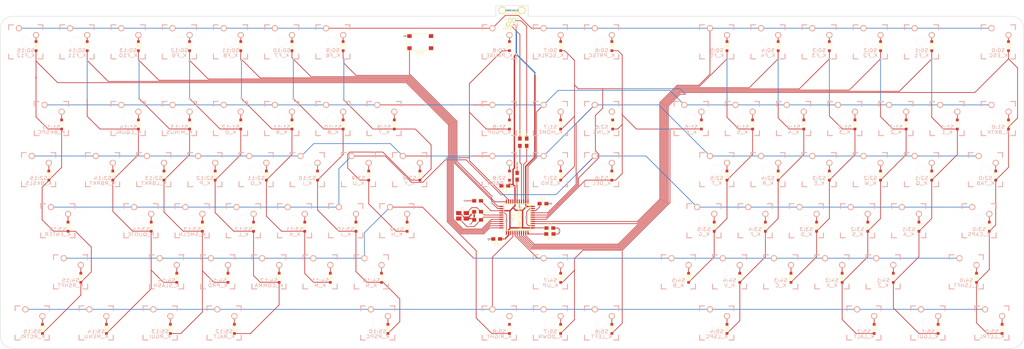
<source format=kicad_pcb>
(kicad_pcb (version 4) (host pcbnew "(2015-03-11 BZR 5507)-product")
  (layers (0 F.Cu signal) (31 B.Cu signal) (34 B.Paste user hide) (35 F.Paste user hide) (36 B.SilkS user) (37 F.SilkS user) (38 B.Mask user hide) (39 F.Mask user hide) (44 Edge.Cuts user))
  (net 0 "")
  (net 1 /VCC)
  (net 2 /GND)
  (net 3 /XTAL+)
  (net 4 /XTAL-)
  (net 5 /AREF)
  (net 6 /UCAP)
  (net 7 /USB_D+)
  (net 8 "Net-(CON1-Pad4)")
  (net 9 /USB_D-)
  (net 10 /C0)
  (net 11 "Net-(D0:0-Pad2)")
  (net 12 /C1)
  (net 13 "Net-(D0:1-Pad2)")
  (net 14 /C2)
  (net 15 "Net-(D0:2-Pad2)")
  (net 16 /C3)
  (net 17 "Net-(D0:3-Pad2)")
  (net 18 /C4)
  (net 19 "Net-(D0:4-Pad2)")
  (net 20 /C5)
  (net 21 "Net-(D0:5-Pad2)")
  (net 22 /C6)
  (net 23 "Net-(D0:6-Pad2)")
  (net 24 /C7)
  (net 25 "Net-(D0:7-Pad2)")
  (net 26 /C8)
  (net 27 "Net-(D0:8-Pad2)")
  (net 28 "Net-(D0:9-Pad2)")
  (net 29 "Net-(D0:10-Pad2)")
  (net 30 "Net-(D0:11-Pad2)")
  (net 31 "Net-(D0:12-Pad2)")
  (net 32 "Net-(D0:13-Pad2)")
  (net 33 "Net-(D0:14-Pad2)")
  (net 34 "Net-(D0:15-Pad2)")
  (net 35 "Net-(D1:0-Pad2)")
  (net 36 "Net-(D1:1-Pad2)")
  (net 37 "Net-(D1:2-Pad2)")
  (net 38 "Net-(D1:3-Pad2)")
  (net 39 "Net-(D1:4-Pad2)")
  (net 40 "Net-(D1:5-Pad2)")
  (net 41 "Net-(D1:6-Pad2)")
  (net 42 "Net-(D1:7-Pad2)")
  (net 43 "Net-(D1:8-Pad2)")
  (net 44 /C9)
  (net 45 "Net-(D1:9-Pad2)")
  (net 46 /CA)
  (net 47 "Net-(D1:10-Pad2)")
  (net 48 /CB)
  (net 49 "Net-(D1:11-Pad2)")
  (net 50 /CC)
  (net 51 "Net-(D1:12-Pad2)")
  (net 52 /CD)
  (net 53 "Net-(D1:13-Pad2)")
  (net 54 /CE)
  (net 55 "Net-(D1:14-Pad2)")
  (net 56 /CF)
  (net 57 "Net-(D1:15-Pad2)")
  (net 58 "Net-(D2:0-Pad2)")
  (net 59 "Net-(D2:1-Pad2)")
  (net 60 "Net-(D2:2-Pad2)")
  (net 61 "Net-(D2:3-Pad2)")
  (net 62 "Net-(D2:4-Pad2)")
  (net 63 "Net-(D2:5-Pad2)")
  (net 64 "Net-(D2:6-Pad2)")
  (net 65 "Net-(D2:7-Pad2)")
  (net 66 "Net-(D2:8-Pad2)")
  (net 67 "Net-(D2:9-Pad2)")
  (net 68 "Net-(D2:10-Pad2)")
  (net 69 "Net-(D2:11-Pad2)")
  (net 70 "Net-(D2:12-Pad2)")
  (net 71 "Net-(D2:13-Pad2)")
  (net 72 "Net-(D2:14-Pad2)")
  (net 73 "Net-(D2:15-Pad2)")
  (net 74 "Net-(D3:0-Pad2)")
  (net 75 "Net-(D3:1-Pad2)")
  (net 76 "Net-(D3:2-Pad2)")
  (net 77 "Net-(D3:3-Pad2)")
  (net 78 "Net-(D3:4-Pad2)")
  (net 79 "Net-(D3:5-Pad2)")
  (net 80 "Net-(D3:6-Pad2)")
  (net 81 "Net-(D3:9-Pad2)")
  (net 82 "Net-(D3:10-Pad2)")
  (net 83 "Net-(D3:11-Pad2)")
  (net 84 "Net-(D3:12-Pad2)")
  (net 85 "Net-(D3:13-Pad2)")
  (net 86 "Net-(D3:14-Pad2)")
  (net 87 "Net-(D3:15-Pad2)")
  (net 88 "Net-(D4:0-Pad2)")
  (net 89 "Net-(D4:1-Pad2)")
  (net 90 "Net-(D4:2-Pad2)")
  (net 91 "Net-(D4:3-Pad2)")
  (net 92 "Net-(D4:4-Pad2)")
  (net 93 "Net-(D4:5-Pad2)")
  (net 94 "Net-(D4:7-Pad2)")
  (net 95 "Net-(D4:9-Pad2)")
  (net 96 "Net-(D4:10-Pad2)")
  (net 97 "Net-(D4:11-Pad2)")
  (net 98 "Net-(D4:12-Pad2)")
  (net 99 "Net-(D4:13-Pad2)")
  (net 100 "Net-(D4:14-Pad2)")
  (net 101 "Net-(D4:15-Pad2)")
  (net 102 "Net-(D5:0-Pad2)")
  (net 103 "Net-(D5:1-Pad2)")
  (net 104 "Net-(D5:2-Pad2)")
  (net 105 "Net-(D5:4-Pad2)")
  (net 106 "Net-(D5:6-Pad2)")
  (net 107 "Net-(D5:7-Pad2)")
  (net 108 "Net-(D5:8-Pad2)")
  (net 109 "Net-(D5:10-Pad2)")
  (net 110 "Net-(D5:12-Pad2)")
  (net 111 "Net-(D5:13-Pad2)")
  (net 112 "Net-(D5:14-Pad2)")
  (net 113 "Net-(D5:15-Pad2)")
  (net 114 /R2)
  (net 115 /RESET)
  (net 116 /R3)
  (net 117 /R4)
  (net 118 /R0)
  (net 119 /D+)
  (net 120 /D-)
  (net 121 "Net-(IC1-Pad33)")
  (net 122 /R1)
  (net 123 /R5)
  (net 124 "Net-(SW1-Pad1)")
  (net 125 "Net-(SW1-Pad3)")
  (net 126 "Net-(IC1-Pad25)")
  (net 127 "Net-(IC1-Pad8)")
  (net 128 "Net-(IC1-Pad9)")
  (module bwu-keyboard:bwu-ceramic-capacitor-0805 (layer F.Cu) (at 206.248 102.108 180)
    (fp_text reference C1 (at 3.556 0 180) (layer F.SilkS))
    (fp_text value 100nF)
    (pad 1 smd rect (at -1.25 0 180) (size 1.5 1.25) (layers F.Cu F.Paste F.Mask) (net 1 /VCC))
    (pad 2 smd rect (at 1.25 0 180) (size 1.5 1.25) (layers F.Cu F.Paste F.Mask) (net 2 /GND))
  )
  (module bwu-keyboard:bwu-ceramic-capacitor-0805 (layer F.Cu) (at 233.172 112.268)
    (fp_text reference C2 (at 0 -1.778) (layer F.SilkS))
    (fp_text value 100nF)
    (pad 1 smd rect (at -1.25 0) (size 1.5 1.25) (layers F.Cu F.Paste F.Mask) (net 1 /VCC))
    (pad 2 smd rect (at 1.25 0) (size 1.5 1.25) (layers F.Cu F.Paste F.Mask) (net 2 /GND))
  )
  (module bwu-keyboard:bwu-ceramic-capacitor-0805 (layer F.Cu) (at 216.408 96.52 180)
    (fp_text reference C3 (at 0 -1.778 180) (layer F.SilkS))
    (fp_text value 100nF)
    (pad 1 smd rect (at -1.25 0 180) (size 1.5 1.25) (layers F.Cu F.Paste F.Mask) (net 1 /VCC))
    (pad 2 smd rect (at 1.25 0 180) (size 1.5 1.25) (layers F.Cu F.Paste F.Mask) (net 2 /GND))
  )
  (module bwu-keyboard:bwu-ceramic-capacitor-0805 (layer F.Cu) (at 206.248 106.172 180)
    (fp_text reference C4 (at -3.556 0 180) (layer F.SilkS))
    (fp_text value 10pF)
    (pad 1 smd rect (at -1.25 0 180) (size 1.5 1.25) (layers F.Cu F.Paste F.Mask) (net 3 /XTAL+))
    (pad 2 smd rect (at 1.25 0 180) (size 1.5 1.25) (layers F.Cu F.Paste F.Mask) (net 2 /GND))
  )
  (module bwu-keyboard:bwu-ceramic-capacitor-0805 (layer F.Cu) (at 206.248 109.22 180)
    (fp_text reference C5 (at -3.556 0 180) (layer F.SilkS))
    (fp_text value 10pF)
    (pad 1 smd rect (at -1.25 0 180) (size 1.5 1.25) (layers F.Cu F.Paste F.Mask) (net 4 /XTAL-))
    (pad 2 smd rect (at 1.25 0 180) (size 1.5 1.25) (layers F.Cu F.Paste F.Mask) (net 2 /GND))
  )
  (module bwu-keyboard:bwu-electrolyte-capacitor-0805 (layer F.Cu) (at 213.36 116.332 180)
    (fp_text reference C6 (at 0 -1.778 180) (layer F.SilkS))
    (fp_text value 1µF)
    (pad 1 smd rect (at -1.25 0 180) (size 1.5 1.25) (layers F.Cu F.Paste F.Mask) (net 1 /VCC))
    (pad 2 smd rect (at 1.25 0 180) (size 1.5 1.25) (layers F.Cu F.Paste F.Mask) (net 2 /GND))
  )
  (module bwu-keyboard:bwu-ceramic-capacitor-0805 (layer F.Cu) (at 230.61168 103.16972)
    (fp_text reference C7 (at 0 -1.778) (layer F.SilkS))
    (fp_text value 100nF)
    (pad 1 smd rect (at -1.25 0) (size 1.5 1.25) (layers F.Cu F.Paste F.Mask) (net 5 /AREF))
    (pad 2 smd rect (at 1.25 0) (size 1.5 1.25) (layers F.Cu F.Paste F.Mask) (net 2 /GND))
  )
  (module bwu-keyboard:bwu-electrolyte-capacitor-0805 (layer F.Cu) (at 220.98 92.964 90)
    (fp_text reference C8 (at 3.556 0 90) (layer F.SilkS))
    (fp_text value 1µF)
    (pad 1 smd rect (at -1.25 0 90) (size 1.5 1.25) (layers F.Cu F.Paste F.Mask) (net 6 /UCAP))
    (pad 2 smd rect (at 1.25 0 90) (size 1.5 1.25) (layers F.Cu F.Paste F.Mask) (net 2 /GND))
  )
  (module bwu-keyboard:USB-MINI-B-WM17115-ND (layer F.Cu) (at 219.075 29.3375 270)
    (fp_text reference CON1 hide)
    (fp_text value "USB-MINI-B WM17115-ND" hide)
    (fp_text user ID (at 5.08 2.54 360) (layer F.SilkS) (effects (font (size 0.75 0.75))))
    (fp_text user D- (at 5.08 -2.54 360) (layer F.SilkS) (effects (font (size 0.75 0.75))))
    (fp_text user 5V (at 8.74 -1.98 360) (layer F.SilkS) (effects (font (size 0.75 0.75))))
    (fp_text user D+ (at 8.7 -0.04 360) (layer F.SilkS) (effects (font (size 0.75 0.75))))
    (fp_text user GND (at 8.66 2.4 360) (layer F.SilkS) (effects (font (size 0.75 0.75))))
    (fp_text user USB (at 2.54 0 360) (layer F.SilkS) (effects (font (size 1.5 1.5) (thickness 0.25))))
    (pad 3 thru_hole oval (at 6.85 0 270) (size 1.65 1.1) (drill 0.7 (offset 0.275 0)) (layers *.Cu *.Mask F.SilkS) (net 7 /USB_D+))
    (pad 6 thru_hole circle (at 1.8 -3.65 270) (size 2.7 2.7) (drill 1.9) (layers *.Cu *.Mask F.SilkS) (net 2 /GND))
    (pad 7 thru_hole circle (at 1.8 3.65 270) (size 2.7 2.7) (drill 1.9) (layers *.Cu *.Mask F.SilkS) (net 2 /GND))
    (pad 5 thru_hole oval (at 6.85 1.6 270) (size 1.65 1.1) (drill 0.7 (offset 0.275 0)) (layers *.Cu *.Mask F.SilkS) (net 2 /GND))
    (pad 1 thru_hole oval (at 6.85 -1.6 270) (size 1.65 1.1) (drill 0.7 (offset 0.275 0)) (layers *.Cu *.Mask F.SilkS) (net 1 /VCC))
    (pad 4 thru_hole oval (at 5.65 0.8 270) (size 1.65 1.1) (drill 0.7 (offset -0.275 0)) (layers *.Cu *.Mask F.SilkS) (net 8 "Net-(CON1-Pad4)"))
    (pad 2 thru_hole oval (at 5.65 -0.8 270) (size 1.65 1.1) (drill 0.7 (offset -0.275 0)) (layers *.Cu *.Mask F.SilkS) (net 9 /USB_D-))
  )
  (module bwu-keyboard:SOD-123 (layer F.Cu) (at 403.86 44.45 90)
    (fp_text reference D0:0 hide)
    (fp_text value D hide)
    (pad 1 smd rect (at -1.7 0 90) (size 1 1) (layers F.Cu F.Paste F.Mask) (net 10 /C0))
    (pad 2 smd rect (at 1.7 0 90) (size 1 1) (layers F.Cu F.Paste F.Mask) (net 11 "Net-(D0:0-Pad2)"))
  )
  (module bwu-keyboard:SOD-123 (layer F.Cu) (at 375.285 44.45 90)
    (fp_text reference D0:1 hide)
    (fp_text value D hide)
    (pad 1 smd rect (at -1.7 0 90) (size 1 1) (layers F.Cu F.Paste F.Mask) (net 12 /C1))
    (pad 2 smd rect (at 1.7 0 90) (size 1 1) (layers F.Cu F.Paste F.Mask) (net 13 "Net-(D0:1-Pad2)"))
  )
  (module bwu-keyboard:SOD-123 (layer F.Cu) (at 356.235 44.45 90)
    (fp_text reference D0:2 hide)
    (fp_text value D hide)
    (pad 1 smd rect (at -1.7 0 90) (size 1 1) (layers F.Cu F.Paste F.Mask) (net 14 /C2))
    (pad 2 smd rect (at 1.7 0 90) (size 1 1) (layers F.Cu F.Paste F.Mask) (net 15 "Net-(D0:2-Pad2)"))
  )
  (module bwu-keyboard:SOD-123 (layer F.Cu) (at 337.185 44.45 90)
    (fp_text reference D0:3 hide)
    (fp_text value D hide)
    (pad 1 smd rect (at -1.7 0 90) (size 1 1) (layers F.Cu F.Paste F.Mask) (net 16 /C3))
    (pad 2 smd rect (at 1.7 0 90) (size 1 1) (layers F.Cu F.Paste F.Mask) (net 17 "Net-(D0:3-Pad2)"))
  )
  (module bwu-keyboard:SOD-123 (layer F.Cu) (at 318.135 44.45 90)
    (fp_text reference D0:4 hide)
    (fp_text value D hide)
    (pad 1 smd rect (at -1.7 0 90) (size 1 1) (layers F.Cu F.Paste F.Mask) (net 18 /C4))
    (pad 2 smd rect (at 1.7 0 90) (size 1 1) (layers F.Cu F.Paste F.Mask) (net 19 "Net-(D0:4-Pad2)"))
  )
  (module bwu-keyboard:SOD-123 (layer F.Cu) (at 299.085 44.45 90)
    (fp_text reference D0:5 hide)
    (fp_text value D hide)
    (pad 1 smd rect (at -1.7 0 90) (size 1 1) (layers F.Cu F.Paste F.Mask) (net 20 /C5))
    (pad 2 smd rect (at 1.7 0 90) (size 1 1) (layers F.Cu F.Paste F.Mask) (net 21 "Net-(D0:5-Pad2)"))
  )
  (module bwu-keyboard:SOD-123 (layer F.Cu) (at 256.2225 44.45 90)
    (fp_text reference D0:6 hide)
    (fp_text value D hide)
    (pad 1 smd rect (at -1.7 0 90) (size 1 1) (layers F.Cu F.Paste F.Mask) (net 22 /C6))
    (pad 2 smd rect (at 1.7 0 90) (size 1 1) (layers F.Cu F.Paste F.Mask) (net 23 "Net-(D0:6-Pad2)"))
  )
  (module bwu-keyboard:SOD-123 (layer F.Cu) (at 237.1725 44.45 90)
    (fp_text reference D0:7 hide)
    (fp_text value D hide)
    (pad 1 smd rect (at -1.7 0 90) (size 1 1) (layers F.Cu F.Paste F.Mask) (net 24 /C7))
    (pad 2 smd rect (at 1.7 0 90) (size 1 1) (layers F.Cu F.Paste F.Mask) (net 25 "Net-(D0:7-Pad2)"))
  )
  (module bwu-keyboard:SOD-123 (layer F.Cu) (at 218.1225 44.45 90)
    (fp_text reference D0:8 hide)
    (fp_text value D hide)
    (pad 1 smd rect (at -1.7 0 90) (size 1 1) (layers F.Cu F.Paste F.Mask) (net 26 /C8))
    (pad 2 smd rect (at 1.7 0 90) (size 1 1) (layers F.Cu F.Paste F.Mask) (net 27 "Net-(D0:8-Pad2)"))
  )
  (module bwu-keyboard:SOD-123 (layer F.Cu) (at 156.21 44.45 90)
    (fp_text reference D0:9 hide)
    (fp_text value D hide)
    (pad 1 smd rect (at -1.7 0 90) (size 1 1) (layers F.Cu F.Paste F.Mask) (net 44 /C9))
    (pad 2 smd rect (at 1.7 0 90) (size 1 1) (layers F.Cu F.Paste F.Mask) (net 28 "Net-(D0:9-Pad2)"))
  )
  (module bwu-keyboard:SOD-123 (layer F.Cu) (at 137.16 44.45 90)
    (fp_text reference D0:10 hide)
    (fp_text value D hide)
    (pad 1 smd rect (at -1.7 0 90) (size 1 1) (layers F.Cu F.Paste F.Mask) (net 46 /CA))
    (pad 2 smd rect (at 1.7 0 90) (size 1 1) (layers F.Cu F.Paste F.Mask) (net 29 "Net-(D0:10-Pad2)"))
  )
  (module bwu-keyboard:SOD-123 (layer F.Cu) (at 118.11 44.45 90)
    (fp_text reference D0:11 hide)
    (fp_text value D hide)
    (pad 1 smd rect (at -1.7 0 90) (size 1 1) (layers F.Cu F.Paste F.Mask) (net 48 /CB))
    (pad 2 smd rect (at 1.7 0 90) (size 1 1) (layers F.Cu F.Paste F.Mask) (net 30 "Net-(D0:11-Pad2)"))
  )
  (module bwu-keyboard:SOD-123 (layer F.Cu) (at 99.06 44.45 90)
    (fp_text reference D0:12 hide)
    (fp_text value D hide)
    (pad 1 smd rect (at -1.7 0 90) (size 1 1) (layers F.Cu F.Paste F.Mask) (net 50 /CC))
    (pad 2 smd rect (at 1.7 0 90) (size 1 1) (layers F.Cu F.Paste F.Mask) (net 31 "Net-(D0:12-Pad2)"))
  )
  (module bwu-keyboard:SOD-123 (layer F.Cu) (at 80.01 44.45 90)
    (fp_text reference D0:13 hide)
    (fp_text value D hide)
    (pad 1 smd rect (at -1.7 0 90) (size 1 1) (layers F.Cu F.Paste F.Mask) (net 52 /CD))
    (pad 2 smd rect (at 1.7 0 90) (size 1 1) (layers F.Cu F.Paste F.Mask) (net 32 "Net-(D0:13-Pad2)"))
  )
  (module bwu-keyboard:SOD-123 (layer F.Cu) (at 60.96 44.45 90)
    (fp_text reference D0:14 hide)
    (fp_text value D hide)
    (pad 1 smd rect (at -1.7 0 90) (size 1 1) (layers F.Cu F.Paste F.Mask) (net 54 /CE))
    (pad 2 smd rect (at 1.7 0 90) (size 1 1) (layers F.Cu F.Paste F.Mask) (net 33 "Net-(D0:14-Pad2)"))
  )
  (module bwu-keyboard:SOD-123 (layer F.Cu) (at 41.91 44.45 90)
    (fp_text reference D0:15 hide)
    (fp_text value D hide)
    (pad 1 smd rect (at -1.7 0 90) (size 1 1) (layers F.Cu F.Paste F.Mask) (net 56 /CF))
    (pad 2 smd rect (at 1.7 0 90) (size 1 1) (layers F.Cu F.Paste F.Mask) (net 34 "Net-(D0:15-Pad2)"))
  )
  (module bwu-keyboard:SOD-123 (layer F.Cu) (at 403.86 73.66 90)
    (fp_text reference D1:0 hide)
    (fp_text value D hide)
    (pad 1 smd rect (at -1.7 0 90) (size 1 1) (layers F.Cu F.Paste F.Mask) (net 10 /C0))
    (pad 2 smd rect (at 1.7 0 90) (size 1 1) (layers F.Cu F.Paste F.Mask) (net 35 "Net-(D1:0-Pad2)"))
  )
  (module bwu-keyboard:SOD-123 (layer F.Cu) (at 384.81 73.66 90)
    (fp_text reference D1:1 hide)
    (fp_text value D hide)
    (pad 1 smd rect (at -1.7 0 90) (size 1 1) (layers F.Cu F.Paste F.Mask) (net 12 /C1))
    (pad 2 smd rect (at 1.7 0 90) (size 1 1) (layers F.Cu F.Paste F.Mask) (net 36 "Net-(D1:1-Pad2)"))
  )
  (module bwu-keyboard:SOD-123 (layer F.Cu) (at 365.76 73.66 90)
    (fp_text reference D1:2 hide)
    (fp_text value D hide)
    (pad 1 smd rect (at -1.7 0 90) (size 1 1) (layers F.Cu F.Paste F.Mask) (net 14 /C2))
    (pad 2 smd rect (at 1.7 0 90) (size 1 1) (layers F.Cu F.Paste F.Mask) (net 37 "Net-(D1:2-Pad2)"))
  )
  (module bwu-keyboard:SOD-123 (layer F.Cu) (at 346.71 73.66 90)
    (fp_text reference D1:3 hide)
    (fp_text value D hide)
    (pad 1 smd rect (at -1.7 0 90) (size 1 1) (layers F.Cu F.Paste F.Mask) (net 16 /C3))
    (pad 2 smd rect (at 1.7 0 90) (size 1 1) (layers F.Cu F.Paste F.Mask) (net 38 "Net-(D1:3-Pad2)"))
  )
  (module bwu-keyboard:SOD-123 (layer F.Cu) (at 327.66 73.66 90)
    (fp_text reference D1:4 hide)
    (fp_text value D hide)
    (pad 1 smd rect (at -1.7 0 90) (size 1 1) (layers F.Cu F.Paste F.Mask) (net 18 /C4))
    (pad 2 smd rect (at 1.7 0 90) (size 1 1) (layers F.Cu F.Paste F.Mask) (net 39 "Net-(D1:4-Pad2)"))
  )
  (module bwu-keyboard:SOD-123 (layer F.Cu) (at 308.61 73.66 90)
    (fp_text reference D1:5 hide)
    (fp_text value D hide)
    (pad 1 smd rect (at -1.7 0 90) (size 1 1) (layers F.Cu F.Paste F.Mask) (net 20 /C5))
    (pad 2 smd rect (at 1.7 0 90) (size 1 1) (layers F.Cu F.Paste F.Mask) (net 40 "Net-(D1:5-Pad2)"))
  )
  (module bwu-keyboard:SOD-123 (layer F.Cu) (at 289.56 73.66 90)
    (fp_text reference D1:6 hide)
    (fp_text value D hide)
    (pad 1 smd rect (at -1.7 0 90) (size 1 1) (layers F.Cu F.Paste F.Mask) (net 22 /C6))
    (pad 2 smd rect (at 1.7 0 90) (size 1 1) (layers F.Cu F.Paste F.Mask) (net 41 "Net-(D1:6-Pad2)"))
  )
  (module bwu-keyboard:SOD-123 (layer F.Cu) (at 237.1725 73.66 90)
    (fp_text reference D1:7 hide)
    (fp_text value D hide)
    (pad 1 smd rect (at -1.7 0 90) (size 1 1) (layers F.Cu F.Paste F.Mask) (net 24 /C7))
    (pad 2 smd rect (at 1.7 0 90) (size 1 1) (layers F.Cu F.Paste F.Mask) (net 42 "Net-(D1:7-Pad2)"))
  )
  (module bwu-keyboard:SOD-123 (layer F.Cu) (at 218.1225 73.66 90)
    (fp_text reference D1:8 hide)
    (fp_text value D hide)
    (pad 1 smd rect (at -1.7 0 90) (size 1 1) (layers F.Cu F.Paste F.Mask) (net 26 /C8))
    (pad 2 smd rect (at 1.7 0 90) (size 1 1) (layers F.Cu F.Paste F.Mask) (net 43 "Net-(D1:8-Pad2)"))
  )
  (module bwu-keyboard:SOD-123 (layer F.Cu) (at 175.26 73.66 90)
    (fp_text reference D1:9 hide)
    (fp_text value D hide)
    (pad 1 smd rect (at -1.7 0 90) (size 1 1) (layers F.Cu F.Paste F.Mask) (net 44 /C9))
    (pad 2 smd rect (at 1.7 0 90) (size 1 1) (layers F.Cu F.Paste F.Mask) (net 45 "Net-(D1:9-Pad2)"))
  )
  (module bwu-keyboard:SOD-123 (layer F.Cu) (at 156.21 73.66 90)
    (fp_text reference D1:10 hide)
    (fp_text value D hide)
    (pad 1 smd rect (at -1.7 0 90) (size 1 1) (layers F.Cu F.Paste F.Mask) (net 46 /CA))
    (pad 2 smd rect (at 1.7 0 90) (size 1 1) (layers F.Cu F.Paste F.Mask) (net 47 "Net-(D1:10-Pad2)"))
  )
  (module bwu-keyboard:SOD-123 (layer F.Cu) (at 137.16 73.66 90)
    (fp_text reference D1:11 hide)
    (fp_text value D hide)
    (pad 1 smd rect (at -1.7 0 90) (size 1 1) (layers F.Cu F.Paste F.Mask) (net 48 /CB))
    (pad 2 smd rect (at 1.7 0 90) (size 1 1) (layers F.Cu F.Paste F.Mask) (net 49 "Net-(D1:11-Pad2)"))
  )
  (module bwu-keyboard:SOD-123 (layer F.Cu) (at 118.11 73.66 90)
    (fp_text reference D1:12 hide)
    (fp_text value D hide)
    (pad 1 smd rect (at -1.7 0 90) (size 1 1) (layers F.Cu F.Paste F.Mask) (net 50 /CC))
    (pad 2 smd rect (at 1.7 0 90) (size 1 1) (layers F.Cu F.Paste F.Mask) (net 51 "Net-(D1:12-Pad2)"))
  )
  (module bwu-keyboard:SOD-123 (layer F.Cu) (at 99.06 73.66 90)
    (fp_text reference D1:13 hide)
    (fp_text value D hide)
    (pad 1 smd rect (at -1.7 0 90) (size 1 1) (layers F.Cu F.Paste F.Mask) (net 52 /CD))
    (pad 2 smd rect (at 1.7 0 90) (size 1 1) (layers F.Cu F.Paste F.Mask) (net 53 "Net-(D1:13-Pad2)"))
  )
  (module bwu-keyboard:SOD-123 (layer F.Cu) (at 80.01 73.66 90)
    (fp_text reference D1:14 hide)
    (fp_text value D hide)
    (pad 1 smd rect (at -1.7 0 90) (size 1 1) (layers F.Cu F.Paste F.Mask) (net 54 /CE))
    (pad 2 smd rect (at 1.7 0 90) (size 1 1) (layers F.Cu F.Paste F.Mask) (net 55 "Net-(D1:14-Pad2)"))
  )
  (module bwu-keyboard:SOD-123 (layer F.Cu) (at 51.435 73.66 90)
    (fp_text reference D1:15 hide)
    (fp_text value D hide)
    (pad 1 smd rect (at -1.7 0 90) (size 1 1) (layers F.Cu F.Paste F.Mask) (net 56 /CF))
    (pad 2 smd rect (at 1.7 0 90) (size 1 1) (layers F.Cu F.Paste F.Mask) (net 57 "Net-(D1:15-Pad2)"))
  )
  (module bwu-keyboard:SOD-123 (layer F.Cu) (at 399.0975 92.71 90)
    (fp_text reference D2:0 hide)
    (fp_text value D hide)
    (pad 1 smd rect (at -1.7 0 90) (size 1 1) (layers F.Cu F.Paste F.Mask) (net 10 /C0))
    (pad 2 smd rect (at 1.7 0 90) (size 1 1) (layers F.Cu F.Paste F.Mask) (net 58 "Net-(D2:0-Pad2)"))
  )
  (module bwu-keyboard:SOD-123 (layer F.Cu) (at 375.285 92.71 90)
    (fp_text reference D2:1 hide)
    (fp_text value D hide)
    (pad 1 smd rect (at -1.7 0 90) (size 1 1) (layers F.Cu F.Paste F.Mask) (net 12 /C1))
    (pad 2 smd rect (at 1.7 0 90) (size 1 1) (layers F.Cu F.Paste F.Mask) (net 59 "Net-(D2:1-Pad2)"))
  )
  (module bwu-keyboard:SOD-123 (layer F.Cu) (at 356.235 92.71 90)
    (fp_text reference D2:2 hide)
    (fp_text value D hide)
    (pad 1 smd rect (at -1.7 0 90) (size 1 1) (layers F.Cu F.Paste F.Mask) (net 14 /C2))
    (pad 2 smd rect (at 1.7 0 90) (size 1 1) (layers F.Cu F.Paste F.Mask) (net 60 "Net-(D2:2-Pad2)"))
  )
  (module bwu-keyboard:SOD-123 (layer F.Cu) (at 337.185 92.71 90)
    (fp_text reference D2:3 hide)
    (fp_text value D hide)
    (pad 1 smd rect (at -1.7 0 90) (size 1 1) (layers F.Cu F.Paste F.Mask) (net 16 /C3))
    (pad 2 smd rect (at 1.7 0 90) (size 1 1) (layers F.Cu F.Paste F.Mask) (net 61 "Net-(D2:3-Pad2)"))
  )
  (module bwu-keyboard:SOD-123 (layer F.Cu) (at 318.135 92.71 90)
    (fp_text reference D2:4 hide)
    (fp_text value D hide)
    (pad 1 smd rect (at -1.7 0 90) (size 1 1) (layers F.Cu F.Paste F.Mask) (net 18 /C4))
    (pad 2 smd rect (at 1.7 0 90) (size 1 1) (layers F.Cu F.Paste F.Mask) (net 62 "Net-(D2:4-Pad2)"))
  )
  (module bwu-keyboard:SOD-123 (layer F.Cu) (at 299.085 92.71 90)
    (fp_text reference D2:5 hide)
    (fp_text value D hide)
    (pad 1 smd rect (at -1.7 0 90) (size 1 1) (layers F.Cu F.Paste F.Mask) (net 20 /C5))
    (pad 2 smd rect (at 1.7 0 90) (size 1 1) (layers F.Cu F.Paste F.Mask) (net 63 "Net-(D2:5-Pad2)"))
  )
  (module bwu-keyboard:SOD-123 (layer F.Cu) (at 256.54 73.66 90)
    (fp_text reference D2:6 hide)
    (fp_text value D hide)
    (pad 1 smd rect (at -1.7 0 90) (size 1 1) (layers F.Cu F.Paste F.Mask) (net 22 /C6))
    (pad 2 smd rect (at 1.7 0 90) (size 1 1) (layers F.Cu F.Paste F.Mask) (net 64 "Net-(D2:6-Pad2)"))
  )
  (module bwu-keyboard:SOD-123 (layer F.Cu) (at 237.1725 92.71 90)
    (fp_text reference D2:7 hide)
    (fp_text value D hide)
    (pad 1 smd rect (at -1.7 0 90) (size 1 1) (layers F.Cu F.Paste F.Mask) (net 24 /C7))
    (pad 2 smd rect (at 1.7 0 90) (size 1 1) (layers F.Cu F.Paste F.Mask) (net 65 "Net-(D2:7-Pad2)"))
  )
  (module bwu-keyboard:SOD-123 (layer F.Cu) (at 218.1225 92.71 90)
    (fp_text reference D2:8 hide)
    (fp_text value D hide)
    (pad 1 smd rect (at -1.7 0 90) (size 1 1) (layers F.Cu F.Paste F.Mask) (net 26 /C8))
    (pad 2 smd rect (at 1.7 0 90) (size 1 1) (layers F.Cu F.Paste F.Mask) (net 66 "Net-(D2:8-Pad2)"))
  )
  (module bwu-keyboard:SOD-123 (layer F.Cu) (at 184.785 92.71 90)
    (fp_text reference D2:9 hide)
    (fp_text value D hide)
    (pad 1 smd rect (at -1.7 0 90) (size 1 1) (layers F.Cu F.Paste F.Mask) (net 44 /C9))
    (pad 2 smd rect (at 1.7 0 90) (size 1 1) (layers F.Cu F.Paste F.Mask) (net 67 "Net-(D2:9-Pad2)"))
  )
  (module bwu-keyboard:SOD-123 (layer F.Cu) (at 146.685 92.71 90)
    (fp_text reference D2:10 hide)
    (fp_text value D hide)
    (pad 1 smd rect (at -1.7 0 90) (size 1 1) (layers F.Cu F.Paste F.Mask) (net 46 /CA))
    (pad 2 smd rect (at 1.7 0 90) (size 1 1) (layers F.Cu F.Paste F.Mask) (net 68 "Net-(D2:10-Pad2)"))
  )
  (module bwu-keyboard:SOD-123 (layer F.Cu) (at 127.635 92.71 90)
    (fp_text reference D2:11 hide)
    (fp_text value D hide)
    (pad 1 smd rect (at -1.7 0 90) (size 1 1) (layers F.Cu F.Paste F.Mask) (net 48 /CB))
    (pad 2 smd rect (at 1.7 0 90) (size 1 1) (layers F.Cu F.Paste F.Mask) (net 69 "Net-(D2:11-Pad2)"))
  )
  (module bwu-keyboard:SOD-123 (layer F.Cu) (at 108.585 92.71 90)
    (fp_text reference D2:12 hide)
    (fp_text value D hide)
    (pad 1 smd rect (at -1.7 0 90) (size 1 1) (layers F.Cu F.Paste F.Mask) (net 50 /CC))
    (pad 2 smd rect (at 1.7 0 90) (size 1 1) (layers F.Cu F.Paste F.Mask) (net 70 "Net-(D2:12-Pad2)"))
  )
  (module bwu-keyboard:SOD-123 (layer F.Cu) (at 89.535 92.71 90)
    (fp_text reference D2:13 hide)
    (fp_text value D hide)
    (pad 1 smd rect (at -1.7 0 90) (size 1 1) (layers F.Cu F.Paste F.Mask) (net 52 /CD))
    (pad 2 smd rect (at 1.7 0 90) (size 1 1) (layers F.Cu F.Paste F.Mask) (net 71 "Net-(D2:13-Pad2)"))
  )
  (module bwu-keyboard:SOD-123 (layer F.Cu) (at 70.485 92.71 90)
    (fp_text reference D2:14 hide)
    (fp_text value D hide)
    (pad 1 smd rect (at -1.7 0 90) (size 1 1) (layers F.Cu F.Paste F.Mask) (net 54 /CE))
    (pad 2 smd rect (at 1.7 0 90) (size 1 1) (layers F.Cu F.Paste F.Mask) (net 72 "Net-(D2:14-Pad2)"))
  )
  (module bwu-keyboard:SOD-123 (layer F.Cu) (at 46.6725 92.71 90)
    (fp_text reference D2:15 hide)
    (fp_text value D hide)
    (pad 1 smd rect (at -1.7 0 90) (size 1 1) (layers F.Cu F.Paste F.Mask) (net 56 /CF))
    (pad 2 smd rect (at 1.7 0 90) (size 1 1) (layers F.Cu F.Paste F.Mask) (net 73 "Net-(D2:15-Pad2)"))
  )
  (module bwu-keyboard:SOD-123 (layer F.Cu) (at 396.71625 111.76 90)
    (fp_text reference D3:0 hide)
    (fp_text value D hide)
    (pad 1 smd rect (at -1.7 0 90) (size 1 1) (layers F.Cu F.Paste F.Mask) (net 10 /C0))
    (pad 2 smd rect (at 1.7 0 90) (size 1 1) (layers F.Cu F.Paste F.Mask) (net 74 "Net-(D3:0-Pad2)"))
  )
  (module bwu-keyboard:SOD-123 (layer F.Cu) (at 370.5225 111.76 90)
    (fp_text reference D3:1 hide)
    (fp_text value D hide)
    (pad 1 smd rect (at -1.7 0 90) (size 1 1) (layers F.Cu F.Paste F.Mask) (net 12 /C1))
    (pad 2 smd rect (at 1.7 0 90) (size 1 1) (layers F.Cu F.Paste F.Mask) (net 75 "Net-(D3:1-Pad2)"))
  )
  (module bwu-keyboard:SOD-123 (layer F.Cu) (at 351.4725 111.76 90)
    (fp_text reference D3:2 hide)
    (fp_text value D hide)
    (pad 1 smd rect (at -1.7 0 90) (size 1 1) (layers F.Cu F.Paste F.Mask) (net 14 /C2))
    (pad 2 smd rect (at 1.7 0 90) (size 1 1) (layers F.Cu F.Paste F.Mask) (net 76 "Net-(D3:2-Pad2)"))
  )
  (module bwu-keyboard:SOD-123 (layer F.Cu) (at 332.4225 111.76 90)
    (fp_text reference D3:3 hide)
    (fp_text value D hide)
    (pad 1 smd rect (at -1.7 0 90) (size 1 1) (layers F.Cu F.Paste F.Mask) (net 16 /C3))
    (pad 2 smd rect (at 1.7 0 90) (size 1 1) (layers F.Cu F.Paste F.Mask) (net 77 "Net-(D3:3-Pad2)"))
  )
  (module bwu-keyboard:SOD-123 (layer F.Cu) (at 313.3725 111.76 90)
    (fp_text reference D3:4 hide)
    (fp_text value D hide)
    (pad 1 smd rect (at -1.7 0 90) (size 1 1) (layers F.Cu F.Paste F.Mask) (net 18 /C4))
    (pad 2 smd rect (at 1.7 0 90) (size 1 1) (layers F.Cu F.Paste F.Mask) (net 78 "Net-(D3:4-Pad2)"))
  )
  (module bwu-keyboard:SOD-123 (layer F.Cu) (at 294.3225 111.76 90)
    (fp_text reference D3:5 hide)
    (fp_text value D hide)
    (pad 1 smd rect (at -1.7 0 90) (size 1 1) (layers F.Cu F.Paste F.Mask) (net 20 /C5))
    (pad 2 smd rect (at 1.7 0 90) (size 1 1) (layers F.Cu F.Paste F.Mask) (net 79 "Net-(D3:5-Pad2)"))
  )
  (module bwu-keyboard:SOD-123 (layer F.Cu) (at 256.2225 92.71 90)
    (fp_text reference D3:6 hide)
    (fp_text value D hide)
    (pad 1 smd rect (at -1.7 0 90) (size 1 1) (layers F.Cu F.Paste F.Mask) (net 22 /C6))
    (pad 2 smd rect (at 1.7 0 90) (size 1 1) (layers F.Cu F.Paste F.Mask) (net 80 "Net-(D3:6-Pad2)"))
  )
  (module bwu-keyboard:SOD-123 (layer F.Cu) (at 165.735 92.71 90)
    (fp_text reference D3:9 hide)
    (fp_text value D hide)
    (pad 1 smd rect (at -1.7 0 90) (size 1 1) (layers F.Cu F.Paste F.Mask) (net 44 /C9))
    (pad 2 smd rect (at 1.7 0 90) (size 1 1) (layers F.Cu F.Paste F.Mask) (net 81 "Net-(D3:9-Pad2)"))
  )
  (module bwu-keyboard:SOD-123 (layer F.Cu) (at 160.9725 111.76 90)
    (fp_text reference D3:10 hide)
    (fp_text value D hide)
    (pad 1 smd rect (at -1.7 0 90) (size 1 1) (layers F.Cu F.Paste F.Mask) (net 46 /CA))
    (pad 2 smd rect (at 1.7 0 90) (size 1 1) (layers F.Cu F.Paste F.Mask) (net 82 "Net-(D3:10-Pad2)"))
  )
  (module bwu-keyboard:SOD-123 (layer F.Cu) (at 141.9225 111.76 90)
    (fp_text reference D3:11 hide)
    (fp_text value D hide)
    (pad 1 smd rect (at -1.7 0 90) (size 1 1) (layers F.Cu F.Paste F.Mask) (net 48 /CB))
    (pad 2 smd rect (at 1.7 0 90) (size 1 1) (layers F.Cu F.Paste F.Mask) (net 83 "Net-(D3:11-Pad2)"))
  )
  (module bwu-keyboard:SOD-123 (layer F.Cu) (at 122.8725 111.76 90)
    (fp_text reference D3:12 hide)
    (fp_text value D hide)
    (pad 1 smd rect (at -1.7 0 90) (size 1 1) (layers F.Cu F.Paste F.Mask) (net 50 /CC))
    (pad 2 smd rect (at 1.7 0 90) (size 1 1) (layers F.Cu F.Paste F.Mask) (net 84 "Net-(D3:12-Pad2)"))
  )
  (module bwu-keyboard:SOD-123 (layer F.Cu) (at 103.8225 111.76 90)
    (fp_text reference D3:13 hide)
    (fp_text value D hide)
    (pad 1 smd rect (at -1.7 0 90) (size 1 1) (layers F.Cu F.Paste F.Mask) (net 52 /CD))
    (pad 2 smd rect (at 1.7 0 90) (size 1 1) (layers F.Cu F.Paste F.Mask) (net 85 "Net-(D3:13-Pad2)"))
  )
  (module bwu-keyboard:SOD-123 (layer F.Cu) (at 84.7725 111.76 90)
    (fp_text reference D3:14 hide)
    (fp_text value D hide)
    (pad 1 smd rect (at -1.7 0 90) (size 1 1) (layers F.Cu F.Paste F.Mask) (net 54 /CE))
    (pad 2 smd rect (at 1.7 0 90) (size 1 1) (layers F.Cu F.Paste F.Mask) (net 86 "Net-(D3:14-Pad2)"))
  )
  (module bwu-keyboard:SOD-123 (layer F.Cu) (at 53.81625 111.76 90)
    (fp_text reference D3:15 hide)
    (fp_text value D hide)
    (pad 1 smd rect (at -1.7 0 90) (size 1 1) (layers F.Cu F.Paste F.Mask) (net 56 /CF))
    (pad 2 smd rect (at 1.7 0 90) (size 1 1) (layers F.Cu F.Paste F.Mask) (net 87 "Net-(D3:15-Pad2)"))
  )
  (module bwu-keyboard:SOD-123 (layer F.Cu) (at 391.95375 130.81 90)
    (fp_text reference D4:0 hide)
    (fp_text value D hide)
    (pad 1 smd rect (at -1.7 0 90) (size 1 1) (layers F.Cu F.Paste F.Mask) (net 10 /C0))
    (pad 2 smd rect (at 1.7 0 90) (size 1 1) (layers F.Cu F.Paste F.Mask) (net 88 "Net-(D4:0-Pad2)"))
  )
  (module bwu-keyboard:SOD-123 (layer F.Cu) (at 360.9975 130.81 90)
    (fp_text reference D4:1 hide)
    (fp_text value D hide)
    (pad 1 smd rect (at -1.7 0 90) (size 1 1) (layers F.Cu F.Paste F.Mask) (net 12 /C1))
    (pad 2 smd rect (at 1.7 0 90) (size 1 1) (layers F.Cu F.Paste F.Mask) (net 89 "Net-(D4:1-Pad2)"))
  )
  (module bwu-keyboard:SOD-123 (layer F.Cu) (at 341.9475 130.81 90)
    (fp_text reference D4:2 hide)
    (fp_text value D hide)
    (pad 1 smd rect (at -1.7 0 90) (size 1 1) (layers F.Cu F.Paste F.Mask) (net 14 /C2))
    (pad 2 smd rect (at 1.7 0 90) (size 1 1) (layers F.Cu F.Paste F.Mask) (net 90 "Net-(D4:2-Pad2)"))
  )
  (module bwu-keyboard:SOD-123 (layer F.Cu) (at 322.8975 130.81 90)
    (fp_text reference D4:3 hide)
    (fp_text value D hide)
    (pad 1 smd rect (at -1.7 0 90) (size 1 1) (layers F.Cu F.Paste F.Mask) (net 16 /C3))
    (pad 2 smd rect (at 1.7 0 90) (size 1 1) (layers F.Cu F.Paste F.Mask) (net 91 "Net-(D4:3-Pad2)"))
  )
  (module bwu-keyboard:SOD-123 (layer F.Cu) (at 303.8475 130.81 90)
    (fp_text reference D4:4 hide)
    (fp_text value D hide)
    (pad 1 smd rect (at -1.7 0 90) (size 1 1) (layers F.Cu F.Paste F.Mask) (net 18 /C4))
    (pad 2 smd rect (at 1.7 0 90) (size 1 1) (layers F.Cu F.Paste F.Mask) (net 92 "Net-(D4:4-Pad2)"))
  )
  (module bwu-keyboard:SOD-123 (layer F.Cu) (at 284.7975 130.81 90)
    (fp_text reference D4:5 hide)
    (fp_text value D hide)
    (pad 1 smd rect (at -1.7 0 90) (size 1 1) (layers F.Cu F.Paste F.Mask) (net 20 /C5))
    (pad 2 smd rect (at 1.7 0 90) (size 1 1) (layers F.Cu F.Paste F.Mask) (net 93 "Net-(D4:5-Pad2)"))
  )
  (module bwu-keyboard:SOD-123 (layer F.Cu) (at 237.1775 130.81 90)
    (fp_text reference D4:7 hide)
    (fp_text value D hide)
    (pad 1 smd rect (at -1.7 0 90) (size 1 1) (layers F.Cu F.Paste F.Mask) (net 24 /C7))
    (pad 2 smd rect (at 1.7 0 90) (size 1 1) (layers F.Cu F.Paste F.Mask) (net 94 "Net-(D4:7-Pad2)"))
  )
  (module bwu-keyboard:SOD-123 (layer F.Cu) (at 180.0225 111.76 90)
    (fp_text reference D4:9 hide)
    (fp_text value D hide)
    (pad 1 smd rect (at -1.7 0 90) (size 1 1) (layers F.Cu F.Paste F.Mask) (net 44 /C9))
    (pad 2 smd rect (at 1.7 0 90) (size 1 1) (layers F.Cu F.Paste F.Mask) (net 95 "Net-(D4:9-Pad2)"))
  )
  (module bwu-keyboard:SOD-123 (layer F.Cu) (at 170.4975 130.81 90)
    (fp_text reference D4:10 hide)
    (fp_text value D hide)
    (pad 1 smd rect (at -1.7 0 90) (size 1 1) (layers F.Cu F.Paste F.Mask) (net 46 /CA))
    (pad 2 smd rect (at 1.7 0 90) (size 1 1) (layers F.Cu F.Paste F.Mask) (net 96 "Net-(D4:10-Pad2)"))
  )
  (module bwu-keyboard:SOD-123 (layer F.Cu) (at 151.4475 130.81 90)
    (fp_text reference D4:11 hide)
    (fp_text value D hide)
    (pad 1 smd rect (at -1.7 0 90) (size 1 1) (layers F.Cu F.Paste F.Mask) (net 48 /CB))
    (pad 2 smd rect (at 1.7 0 90) (size 1 1) (layers F.Cu F.Paste F.Mask) (net 97 "Net-(D4:11-Pad2)"))
  )
  (module bwu-keyboard:SOD-123 (layer F.Cu) (at 132.3975 130.81 90)
    (fp_text reference D4:12 hide)
    (fp_text value D hide)
    (pad 1 smd rect (at -1.7 0 90) (size 1 1) (layers F.Cu F.Paste F.Mask) (net 50 /CC))
    (pad 2 smd rect (at 1.7 0 90) (size 1 1) (layers F.Cu F.Paste F.Mask) (net 98 "Net-(D4:12-Pad2)"))
  )
  (module bwu-keyboard:SOD-123 (layer F.Cu) (at 113.3475 130.81 90)
    (fp_text reference D4:13 hide)
    (fp_text value D hide)
    (pad 1 smd rect (at -1.7 0 90) (size 1 1) (layers F.Cu F.Paste F.Mask) (net 52 /CD))
    (pad 2 smd rect (at 1.7 0 90) (size 1 1) (layers F.Cu F.Paste F.Mask) (net 99 "Net-(D4:13-Pad2)"))
  )
  (module bwu-keyboard:SOD-123 (layer F.Cu) (at 94.2975 130.81 90)
    (fp_text reference D4:14 hide)
    (fp_text value D hide)
    (pad 1 smd rect (at -1.7 0 90) (size 1 1) (layers F.Cu F.Paste F.Mask) (net 54 /CE))
    (pad 2 smd rect (at 1.7 0 90) (size 1 1) (layers F.Cu F.Paste F.Mask) (net 100 "Net-(D4:14-Pad2)"))
  )
  (module bwu-keyboard:SOD-123 (layer F.Cu) (at 58.57875 130.81 90)
    (fp_text reference D4:15 hide)
    (fp_text value D hide)
    (pad 1 smd rect (at -1.7 0 90) (size 1 1) (layers F.Cu F.Paste F.Mask) (net 56 /CF))
    (pad 2 smd rect (at 1.7 0 90) (size 1 1) (layers F.Cu F.Paste F.Mask) (net 101 "Net-(D4:15-Pad2)"))
  )
  (module bwu-keyboard:SOD-123 (layer F.Cu) (at 401.47875 149.86 90)
    (fp_text reference D5:0 hide)
    (fp_text value D hide)
    (pad 1 smd rect (at -1.7 0 90) (size 1 1) (layers F.Cu F.Paste F.Mask) (net 10 /C0))
    (pad 2 smd rect (at 1.7 0 90) (size 1 1) (layers F.Cu F.Paste F.Mask) (net 102 "Net-(D5:0-Pad2)"))
  )
  (module bwu-keyboard:SOD-123 (layer F.Cu) (at 377.66625 149.86 90)
    (fp_text reference D5:1 hide)
    (fp_text value D hide)
    (pad 1 smd rect (at -1.7 0 90) (size 1 1) (layers F.Cu F.Paste F.Mask) (net 12 /C1))
    (pad 2 smd rect (at 1.7 0 90) (size 1 1) (layers F.Cu F.Paste F.Mask) (net 103 "Net-(D5:1-Pad2)"))
  )
  (module bwu-keyboard:SOD-123 (layer F.Cu) (at 353.85375 149.86 90)
    (fp_text reference D5:2 hide)
    (fp_text value D hide)
    (pad 1 smd rect (at -1.7 0 90) (size 1 1) (layers F.Cu F.Paste F.Mask) (net 14 /C2))
    (pad 2 smd rect (at 1.7 0 90) (size 1 1) (layers F.Cu F.Paste F.Mask) (net 104 "Net-(D5:2-Pad2)"))
  )
  (module bwu-keyboard:SOD-123 (layer F.Cu) (at 299.085 149.86 90)
    (fp_text reference D5:4 hide)
    (fp_text value D hide)
    (pad 1 smd rect (at -1.7 0 90) (size 1 1) (layers F.Cu F.Paste F.Mask) (net 18 /C4))
    (pad 2 smd rect (at 1.7 0 90) (size 1 1) (layers F.Cu F.Paste F.Mask) (net 105 "Net-(D5:4-Pad2)"))
  )
  (module bwu-keyboard:SOD-123 (layer F.Cu) (at 256.2225 149.86 90)
    (fp_text reference D5:6 hide)
    (fp_text value D hide)
    (pad 1 smd rect (at -1.7 0 90) (size 1 1) (layers F.Cu F.Paste F.Mask) (net 22 /C6))
    (pad 2 smd rect (at 1.7 0 90) (size 1 1) (layers F.Cu F.Paste F.Mask) (net 106 "Net-(D5:6-Pad2)"))
  )
  (module bwu-keyboard:SOD-123 (layer F.Cu) (at 237.1725 149.86 90)
    (fp_text reference D5:7 hide)
    (fp_text value D hide)
    (pad 1 smd rect (at -1.7 0 90) (size 1 1) (layers F.Cu F.Paste F.Mask) (net 24 /C7))
    (pad 2 smd rect (at 1.7 0 90) (size 1 1) (layers F.Cu F.Paste F.Mask) (net 107 "Net-(D5:7-Pad2)"))
  )
  (module bwu-keyboard:SOD-123 (layer F.Cu) (at 218.1225 149.86 90)
    (fp_text reference D5:8 hide)
    (fp_text value D hide)
    (pad 1 smd rect (at -1.7 0 90) (size 1 1) (layers F.Cu F.Paste F.Mask) (net 26 /C8))
    (pad 2 smd rect (at 1.7 0 90) (size 1 1) (layers F.Cu F.Paste F.Mask) (net 108 "Net-(D5:8-Pad2)"))
  )
  (module bwu-keyboard:SOD-123 (layer F.Cu) (at 172.87875 149.86 90)
    (fp_text reference D5:10 hide)
    (fp_text value D hide)
    (pad 1 smd rect (at -1.7 0 90) (size 1 1) (layers F.Cu F.Paste F.Mask) (net 46 /CA))
    (pad 2 smd rect (at 1.7 0 90) (size 1 1) (layers F.Cu F.Paste F.Mask) (net 109 "Net-(D5:10-Pad2)"))
  )
  (module bwu-keyboard:SOD-123 (layer F.Cu) (at 115.72875 149.86 90)
    (fp_text reference D5:12 hide)
    (fp_text value D hide)
    (pad 1 smd rect (at -1.7 0 90) (size 1 1) (layers F.Cu F.Paste F.Mask) (net 50 /CC))
    (pad 2 smd rect (at 1.7 0 90) (size 1 1) (layers F.Cu F.Paste F.Mask) (net 110 "Net-(D5:12-Pad2)"))
  )
  (module bwu-keyboard:SOD-123 (layer F.Cu) (at 91.91625 149.86 90)
    (fp_text reference D5:13 hide)
    (fp_text value D hide)
    (pad 1 smd rect (at -1.7 0 90) (size 1 1) (layers F.Cu F.Paste F.Mask) (net 52 /CD))
    (pad 2 smd rect (at 1.7 0 90) (size 1 1) (layers F.Cu F.Paste F.Mask) (net 111 "Net-(D5:13-Pad2)"))
  )
  (module bwu-keyboard:SOD-123 (layer F.Cu) (at 68.10375 149.86 90)
    (fp_text reference D5:14 hide)
    (fp_text value D hide)
    (pad 1 smd rect (at -1.7 0 90) (size 1 1) (layers F.Cu F.Paste F.Mask) (net 54 /CE))
    (pad 2 smd rect (at 1.7 0 90) (size 1 1) (layers F.Cu F.Paste F.Mask) (net 112 "Net-(D5:14-Pad2)"))
  )
  (module bwu-keyboard:SOD-123 (layer F.Cu) (at 44.29175 149.86 90)
    (fp_text reference D5:15 hide)
    (fp_text value D hide)
    (pad 1 smd rect (at -1.7 0 90) (size 1 1) (layers F.Cu F.Paste F.Mask) (net 56 /CF))
    (pad 2 smd rect (at 1.7 0 90) (size 1 1) (layers F.Cu F.Paste F.Mask) (net 113 "Net-(D5:15-Pad2)"))
  )
  (module bwu-keyboard:TQFP44 (layer F.Cu) (at 220.98 108.204 270)
    (fp_text reference IC1 (at 0 1.524 270) (layer F.SilkS) (effects (font (size 1.27 1.016) (thickness 0.2032))))
    (fp_text value ATMEGA32U4 (at 0 -1.016 270) (layer F.SilkS) (effects (font (size 1.27 1.016) (thickness 0.2032))))
    (pad 39 smd oval (at 0 -5.715 270) (size 0.4064 1.89992) (layers F.Cu F.Paste F.Mask) (net 24 /C7))
    (pad 40 smd oval (at -0.8001 -5.715 270) (size 0.4064 1.89992) (layers F.Cu F.Paste F.Mask) (net 116 /R3))
    (pad 41 smd oval (at -1.6002 -5.715 270) (size 0.4064 1.89992) (layers F.Cu F.Paste F.Mask) (net 114 /R2))
    (pad 42 smd oval (at -2.4003 -5.715 270) (size 0.4064 1.89992) (layers F.Cu F.Paste F.Mask) (net 5 /AREF))
    (pad 43 smd oval (at -3.2004 -5.715 270) (size 0.4064 1.89992) (layers F.Cu F.Paste F.Mask) (net 2 /GND))
    (pad 44 smd oval (at -4.0005 -5.715 270) (size 0.4064 1.89992) (layers F.Cu F.Paste F.Mask) (net 1 /VCC))
    (pad 38 smd oval (at 0.8001 -5.715 270) (size 0.4064 1.89992) (layers F.Cu F.Paste F.Mask) (net 22 /C6))
    (pad 37 smd oval (at 1.6002 -5.715 270) (size 0.4064 1.89992) (layers F.Cu F.Paste F.Mask) (net 118 /R0))
    (pad 36 smd oval (at 2.4003 -5.715 270) (size 0.4064 1.89992) (layers F.Cu F.Paste F.Mask) (net 20 /C5))
    (pad 35 smd oval (at 3.2004 -5.715 270) (size 0.4064 1.89992) (layers F.Cu F.Paste F.Mask) (net 2 /GND))
    (pad 34 smd oval (at 4.0005 -5.715 270) (size 0.4064 1.89992) (layers F.Cu F.Paste F.Mask) (net 1 /VCC))
    (pad 17 smd oval (at 0 5.715 270) (size 0.4064 1.89992) (layers F.Cu F.Paste F.Mask) (net 4 /XTAL-))
    (pad 16 smd oval (at -0.8001 5.715 270) (size 0.4064 1.89992) (layers F.Cu F.Paste F.Mask) (net 3 /XTAL+))
    (pad 15 smd oval (at -1.6002 5.715 270) (size 0.4064 1.89992) (layers F.Cu F.Paste F.Mask) (net 2 /GND))
    (pad 14 smd oval (at -2.4003 5.715 270) (size 0.4064 1.89992) (layers F.Cu F.Paste F.Mask) (net 1 /VCC))
    (pad 13 smd oval (at -3.2004 5.715 270) (size 0.4064 1.89992) (layers F.Cu F.Paste F.Mask) (net 115 /RESET))
    (pad 12 smd oval (at -4.0005 5.715 270) (size 0.4064 1.89992) (layers F.Cu F.Paste F.Mask) (net 46 /CA))
    (pad 18 smd oval (at 0.8001 5.715 270) (size 0.4064 1.89992) (layers F.Cu F.Paste F.Mask) (net 48 /CB))
    (pad 19 smd oval (at 1.6002 5.715 270) (size 0.4064 1.89992) (layers F.Cu F.Paste F.Mask) (net 50 /CC))
    (pad 20 smd oval (at 2.4003 5.715 270) (size 0.4064 1.89992) (layers F.Cu F.Paste F.Mask) (net 52 /CD))
    (pad 21 smd oval (at 3.2004 5.715 270) (size 0.4064 1.89992) (layers F.Cu F.Paste F.Mask) (net 54 /CE))
    (pad 22 smd oval (at 4.0005 5.715 270) (size 0.4064 1.89992) (layers F.Cu F.Paste F.Mask) (net 56 /CF))
    (pad 6 smd oval (at -5.715 0 270) (size 1.89992 0.4064) (layers F.Cu F.Paste F.Mask) (net 6 /UCAP))
    (pad 28 smd oval (at 5.715 0 270) (size 1.89992 0.4064) (layers F.Cu F.Paste F.Mask) (net 10 /C0))
    (pad 7 smd oval (at -5.715 0.8001 270) (size 1.89992 0.4064) (layers F.Cu F.Paste F.Mask) (net 1 /VCC))
    (pad 27 smd oval (at 5.715 0.8001 270) (size 1.89992 0.4064) (layers F.Cu F.Paste F.Mask) (net 117 /R4))
    (pad 26 smd oval (at 5.715 1.6002 270) (size 1.89992 0.4064) (layers F.Cu F.Paste F.Mask) (net 123 /R5))
    (pad 8 smd oval (at -5.715 1.6002 270) (size 1.89992 0.4064) (layers F.Cu F.Paste F.Mask) (net 127 "Net-(IC1-Pad8)"))
    (pad 9 smd oval (at -5.715 2.4003 270) (size 1.89992 0.4064) (layers F.Cu F.Paste F.Mask) (net 128 "Net-(IC1-Pad9)"))
    (pad 25 smd oval (at 5.715 2.4003 270) (size 1.89992 0.4064) (layers F.Cu F.Paste F.Mask) (net 126 "Net-(IC1-Pad25)"))
    (pad 24 smd oval (at 5.715 3.2004 270) (size 1.89992 0.4064) (layers F.Cu F.Paste F.Mask) (net 1 /VCC))
    (pad 10 smd oval (at -5.715 3.2004 270) (size 1.89992 0.4064) (layers F.Cu F.Paste F.Mask) (net 26 /C8))
    (pad 11 smd oval (at -5.715 4.0005 270) (size 1.89992 0.4064) (layers F.Cu F.Paste F.Mask) (net 44 /C9))
    (pad 23 smd oval (at 5.715 4.0005 270) (size 1.89992 0.4064) (layers F.Cu F.Paste F.Mask) (net 2 /GND))
    (pad 29 smd oval (at 5.715 -0.8001 270) (size 1.89992 0.4064) (layers F.Cu F.Paste F.Mask) (net 12 /C1))
    (pad 5 smd oval (at -5.715 -0.8001 270) (size 1.89992 0.4064) (layers F.Cu F.Paste F.Mask) (net 2 /GND))
    (pad 4 smd oval (at -5.715 -1.6002 270) (size 1.89992 0.4064) (layers F.Cu F.Paste F.Mask) (net 119 /D+))
    (pad 30 smd oval (at 5.715 -1.6002 270) (size 1.89992 0.4064) (layers F.Cu F.Paste F.Mask) (net 14 /C2))
    (pad 31 smd oval (at 5.715 -2.4003 270) (size 1.89992 0.4064) (layers F.Cu F.Paste F.Mask) (net 16 /C3))
    (pad 3 smd oval (at -5.715 -2.4003 270) (size 1.89992 0.4064) (layers F.Cu F.Paste F.Mask) (net 120 /D-))
    (pad 2 smd oval (at -5.715 -3.2004 270) (size 1.89992 0.4064) (layers F.Cu F.Paste F.Mask) (net 1 /VCC))
    (pad 32 smd oval (at 5.715 -3.2004 270) (size 1.89992 0.4064) (layers F.Cu F.Paste F.Mask) (net 18 /C4))
    (pad 33 smd oval (at 5.715 -4.0005 270) (size 1.89992 0.4064) (layers F.Cu F.Paste F.Mask) (net 121 "Net-(IC1-Pad33)"))
    (pad 1 smd oval (at -5.715 -4.0005 270) (size 1.89992 0.4064) (layers F.Cu F.Paste F.Mask) (net 122 /R1))
  )
  (module bwu-keyboard:bwu-resistor-0805 (layer F.Cu) (at 224.536 80.264 90)
    (fp_text reference R1 (at 3.556 0 90) (layer F.SilkS))
    (fp_text value 22Ω)
    (pad 1 smd rect (at -1.35 0 90) (size 1.5 1.3) (layers F.Cu F.Paste F.Mask) (net 120 /D-))
    (pad 2 smd rect (at 1.35 0 90) (size 1.5 1.3) (layers F.Cu F.Paste F.Mask) (net 9 /USB_D-))
  )
  (module bwu-keyboard:bwu-resistor-0805 (layer F.Cu) (at 221.996 80.264 90)
    (fp_text reference R2 (at 3.556 0 90) (layer F.SilkS))
    (fp_text value 22Ω)
    (pad 1 smd rect (at -1.35 0 90) (size 1.5 1.3) (layers F.Cu F.Paste F.Mask) (net 119 /D+))
    (pad 2 smd rect (at 1.35 0 90) (size 1.5 1.3) (layers F.Cu F.Paste F.Mask) (net 7 /USB_D+))
  )
  (module bwu-keyboard:bwu-resistor-0805 (layer F.Cu) (at 233.1682 114.4778 180)
    (fp_text reference R3 (at 0 -1.75 180) (layer F.SilkS))
    (fp_text value 1kΩ)
    (pad 1 smd rect (at -1.35 0 180) (size 1.5 1.3) (layers F.Cu F.Paste F.Mask) (net 2 /GND))
    (pad 2 smd rect (at 1.35 0 180) (size 1.5 1.3) (layers F.Cu F.Paste F.Mask) (net 121 "Net-(IC1-Pad33)"))
  )
  (module bwu-keyboard:bwu-mx1a-1u (layer B.Cu) (at 400.05 42.8625 180)
    (fp_text reference S0:0 (at 0 -3.175 180) (layer B.SilkS) (effects (font (size 1.27 1.524) (thickness 0.2032)) (justify mirror)))
    (fp_text value K_ESC (at 0 -5.08 180) (layer B.SilkS) (effects (font (size 1.27 1.524) (thickness 0.2032)) (justify mirror)))
    (pad 1 thru_hole circle (at 2.54 5.08 180) (size 2.286 2.286) (drill 1.4986) (layers *.Cu *.SilkS *.Mask) (net 118 /R0))
    (pad 2 thru_hole circle (at -3.81 2.54 180) (size 2.286 2.286) (drill 1.4986) (layers *.Cu *.SilkS *.Mask) (net 11 "Net-(D0:0-Pad2)"))
    (pad "" np_thru_hole circle (at 0 0 180) (size 3.9878 3.9878) (drill 3.9878) (layers *.Cu *.Mask B.SilkS))
  )
  (module bwu-keyboard:bwu-mx1a-1u (layer B.Cu) (at 371.475 42.8625 180)
    (fp_text reference S0:1 (at 0 -3.175 180) (layer B.SilkS) (effects (font (size 1.27 1.524) (thickness 0.2032)) (justify mirror)))
    (fp_text value K_F1 (at 0 -5.08 180) (layer B.SilkS) (effects (font (size 1.27 1.524) (thickness 0.2032)) (justify mirror)))
    (pad 1 thru_hole circle (at 2.54 5.08 180) (size 2.286 2.286) (drill 1.4986) (layers *.Cu *.SilkS *.Mask) (net 118 /R0))
    (pad 2 thru_hole circle (at -3.81 2.54 180) (size 2.286 2.286) (drill 1.4986) (layers *.Cu *.SilkS *.Mask) (net 13 "Net-(D0:1-Pad2)"))
    (pad "" np_thru_hole circle (at 0 0 180) (size 3.9878 3.9878) (drill 3.9878) (layers *.Cu *.Mask B.SilkS))
  )
  (module bwu-keyboard:bwu-mx1a-1u (layer B.Cu) (at 352.425 42.8625 180)
    (fp_text reference S0:2 (at 0 -3.175 180) (layer B.SilkS) (effects (font (size 1.27 1.524) (thickness 0.2032)) (justify mirror)))
    (fp_text value K_F2 (at 0 -5.08 180) (layer B.SilkS) (effects (font (size 1.27 1.524) (thickness 0.2032)) (justify mirror)))
    (pad 1 thru_hole circle (at 2.54 5.08 180) (size 2.286 2.286) (drill 1.4986) (layers *.Cu *.SilkS *.Mask) (net 118 /R0))
    (pad 2 thru_hole circle (at -3.81 2.54 180) (size 2.286 2.286) (drill 1.4986) (layers *.Cu *.SilkS *.Mask) (net 15 "Net-(D0:2-Pad2)"))
    (pad "" np_thru_hole circle (at 0 0 180) (size 3.9878 3.9878) (drill 3.9878) (layers *.Cu *.Mask B.SilkS))
  )
  (module bwu-keyboard:bwu-mx1a-1u (layer B.Cu) (at 333.375 42.8625 180)
    (fp_text reference S0:3 (at 0 -3.175 180) (layer B.SilkS) (effects (font (size 1.27 1.524) (thickness 0.2032)) (justify mirror)))
    (fp_text value K_F3 (at 0 -5.08 180) (layer B.SilkS) (effects (font (size 1.27 1.524) (thickness 0.2032)) (justify mirror)))
    (pad 1 thru_hole circle (at 2.54 5.08 180) (size 2.286 2.286) (drill 1.4986) (layers *.Cu *.SilkS *.Mask) (net 118 /R0))
    (pad 2 thru_hole circle (at -3.81 2.54 180) (size 2.286 2.286) (drill 1.4986) (layers *.Cu *.SilkS *.Mask) (net 17 "Net-(D0:3-Pad2)"))
    (pad "" np_thru_hole circle (at 0 0 180) (size 3.9878 3.9878) (drill 3.9878) (layers *.Cu *.Mask B.SilkS))
  )
  (module bwu-keyboard:bwu-mx1a-1u (layer B.Cu) (at 314.325 42.8625 180)
    (fp_text reference S0:4 (at 0 -3.175 180) (layer B.SilkS) (effects (font (size 1.27 1.524) (thickness 0.2032)) (justify mirror)))
    (fp_text value K_F4 (at 0 -5.08 180) (layer B.SilkS) (effects (font (size 1.27 1.524) (thickness 0.2032)) (justify mirror)))
    (pad 1 thru_hole circle (at 2.54 5.08 180) (size 2.286 2.286) (drill 1.4986) (layers *.Cu *.SilkS *.Mask) (net 118 /R0))
    (pad 2 thru_hole circle (at -3.81 2.54 180) (size 2.286 2.286) (drill 1.4986) (layers *.Cu *.SilkS *.Mask) (net 19 "Net-(D0:4-Pad2)"))
    (pad "" np_thru_hole circle (at 0 0 180) (size 3.9878 3.9878) (drill 3.9878) (layers *.Cu *.Mask B.SilkS))
  )
  (module bwu-keyboard:bwu-mx1a-1u (layer B.Cu) (at 295.275 42.8625 180)
    (fp_text reference S0:5 (at 0 -3.175 180) (layer B.SilkS) (effects (font (size 1.27 1.524) (thickness 0.2032)) (justify mirror)))
    (fp_text value K_F5 (at 0 -5.08 180) (layer B.SilkS) (effects (font (size 1.27 1.524) (thickness 0.2032)) (justify mirror)))
    (pad 1 thru_hole circle (at 2.54 5.08 180) (size 2.286 2.286) (drill 1.4986) (layers *.Cu *.SilkS *.Mask) (net 118 /R0))
    (pad 2 thru_hole circle (at -3.81 2.54 180) (size 2.286 2.286) (drill 1.4986) (layers *.Cu *.SilkS *.Mask) (net 21 "Net-(D0:5-Pad2)"))
    (pad "" np_thru_hole circle (at 0 0 180) (size 3.9878 3.9878) (drill 3.9878) (layers *.Cu *.Mask B.SilkS))
  )
  (module bwu-keyboard:bwu-mx1a-1u (layer B.Cu) (at 252.4125 42.8625 180)
    (fp_text reference S0:6 (at 0 -3.175 180) (layer B.SilkS) (effects (font (size 1.27 1.524) (thickness 0.2032)) (justify mirror)))
    (fp_text value K_PRTSC (at 0 -5.08 180) (layer B.SilkS) (effects (font (size 1.27 1.524) (thickness 0.2032)) (justify mirror)))
    (pad 1 thru_hole circle (at 2.54 5.08 180) (size 2.286 2.286) (drill 1.4986) (layers *.Cu *.SilkS *.Mask) (net 118 /R0))
    (pad 2 thru_hole circle (at -3.81 2.54 180) (size 2.286 2.286) (drill 1.4986) (layers *.Cu *.SilkS *.Mask) (net 23 "Net-(D0:6-Pad2)"))
    (pad "" np_thru_hole circle (at 0 0 180) (size 3.9878 3.9878) (drill 3.9878) (layers *.Cu *.Mask B.SilkS))
  )
  (module bwu-keyboard:bwu-mx1a-1u (layer B.Cu) (at 233.3625 42.8625 180)
    (fp_text reference S0:7 (at 0 -3.175 180) (layer B.SilkS) (effects (font (size 1.27 1.524) (thickness 0.2032)) (justify mirror)))
    (fp_text value K_SCRLK (at 0 -5.08 180) (layer B.SilkS) (effects (font (size 1.27 1.524) (thickness 0.2032)) (justify mirror)))
    (pad 1 thru_hole circle (at 2.54 5.08 180) (size 2.286 2.286) (drill 1.4986) (layers *.Cu *.SilkS *.Mask) (net 118 /R0))
    (pad 2 thru_hole circle (at -3.81 2.54 180) (size 2.286 2.286) (drill 1.4986) (layers *.Cu *.SilkS *.Mask) (net 25 "Net-(D0:7-Pad2)"))
    (pad "" np_thru_hole circle (at 0 0 180) (size 3.9878 3.9878) (drill 3.9878) (layers *.Cu *.Mask B.SilkS))
  )
  (module bwu-keyboard:bwu-mx1a-1u (layer B.Cu) (at 214.3125 42.8625 180)
    (fp_text reference S0:8 (at 0 -3.175 180) (layer B.SilkS) (effects (font (size 1.27 1.524) (thickness 0.2032)) (justify mirror)))
    (fp_text value K_PAUSE (at 0 -5.08 180) (layer B.SilkS) (effects (font (size 1.27 1.524) (thickness 0.2032)) (justify mirror)))
    (pad 1 thru_hole circle (at 2.54 5.08 180) (size 2.286 2.286) (drill 1.4986) (layers *.Cu *.SilkS *.Mask) (net 118 /R0))
    (pad 2 thru_hole circle (at -3.81 2.54 180) (size 2.286 2.286) (drill 1.4986) (layers *.Cu *.SilkS *.Mask) (net 27 "Net-(D0:8-Pad2)"))
    (pad "" np_thru_hole circle (at 0 0 180) (size 3.9878 3.9878) (drill 3.9878) (layers *.Cu *.Mask B.SilkS))
  )
  (module bwu-keyboard:bwu-mx1a-1u (layer B.Cu) (at 152.4 42.8625 180)
    (fp_text reference S0:9 (at 0 -3.175 180) (layer B.SilkS) (effects (font (size 1.27 1.524) (thickness 0.2032)) (justify mirror)))
    (fp_text value K_F6 (at 0 -5.08 180) (layer B.SilkS) (effects (font (size 1.27 1.524) (thickness 0.2032)) (justify mirror)))
    (pad 1 thru_hole circle (at 2.54 5.08 180) (size 2.286 2.286) (drill 1.4986) (layers *.Cu *.SilkS *.Mask) (net 118 /R0))
    (pad 2 thru_hole circle (at -3.81 2.54 180) (size 2.286 2.286) (drill 1.4986) (layers *.Cu *.SilkS *.Mask) (net 28 "Net-(D0:9-Pad2)"))
    (pad "" np_thru_hole circle (at 0 0 180) (size 3.9878 3.9878) (drill 3.9878) (layers *.Cu *.Mask B.SilkS))
  )
  (module bwu-keyboard:bwu-mx1a-1u (layer B.Cu) (at 133.35 42.8625 180)
    (fp_text reference S0:10 (at 0 -3.175 180) (layer B.SilkS) (effects (font (size 1.27 1.524) (thickness 0.2032)) (justify mirror)))
    (fp_text value K_F7 (at 0 -5.08 180) (layer B.SilkS) (effects (font (size 1.27 1.524) (thickness 0.2032)) (justify mirror)))
    (pad 1 thru_hole circle (at 2.54 5.08 180) (size 2.286 2.286) (drill 1.4986) (layers *.Cu *.SilkS *.Mask) (net 118 /R0))
    (pad 2 thru_hole circle (at -3.81 2.54 180) (size 2.286 2.286) (drill 1.4986) (layers *.Cu *.SilkS *.Mask) (net 29 "Net-(D0:10-Pad2)"))
    (pad "" np_thru_hole circle (at 0 0 180) (size 3.9878 3.9878) (drill 3.9878) (layers *.Cu *.Mask B.SilkS))
  )
  (module bwu-keyboard:bwu-mx1a-1u (layer B.Cu) (at 114.3 42.8625 180)
    (fp_text reference S0:11 (at 0 -3.175 180) (layer B.SilkS) (effects (font (size 1.27 1.524) (thickness 0.2032)) (justify mirror)))
    (fp_text value K_F8 (at 0 -5.08 180) (layer B.SilkS) (effects (font (size 1.27 1.524) (thickness 0.2032)) (justify mirror)))
    (pad 1 thru_hole circle (at 2.54 5.08 180) (size 2.286 2.286) (drill 1.4986) (layers *.Cu *.SilkS *.Mask) (net 118 /R0))
    (pad 2 thru_hole circle (at -3.81 2.54 180) (size 2.286 2.286) (drill 1.4986) (layers *.Cu *.SilkS *.Mask) (net 30 "Net-(D0:11-Pad2)"))
    (pad "" np_thru_hole circle (at 0 0 180) (size 3.9878 3.9878) (drill 3.9878) (layers *.Cu *.Mask B.SilkS))
  )
  (module bwu-keyboard:bwu-mx1a-1u (layer B.Cu) (at 95.25 42.8625 180)
    (fp_text reference S0:12 (at 0 -3.175 180) (layer B.SilkS) (effects (font (size 1.27 1.524) (thickness 0.2032)) (justify mirror)))
    (fp_text value K_F9 (at 0 -5.08 180) (layer B.SilkS) (effects (font (size 1.27 1.524) (thickness 0.2032)) (justify mirror)))
    (pad 1 thru_hole circle (at 2.54 5.08 180) (size 2.286 2.286) (drill 1.4986) (layers *.Cu *.SilkS *.Mask) (net 118 /R0))
    (pad 2 thru_hole circle (at -3.81 2.54 180) (size 2.286 2.286) (drill 1.4986) (layers *.Cu *.SilkS *.Mask) (net 31 "Net-(D0:12-Pad2)"))
    (pad "" np_thru_hole circle (at 0 0 180) (size 3.9878 3.9878) (drill 3.9878) (layers *.Cu *.Mask B.SilkS))
  )
  (module bwu-keyboard:bwu-mx1a-1u (layer B.Cu) (at 76.2 42.8625 180)
    (fp_text reference S0:13 (at 0 -3.175 180) (layer B.SilkS) (effects (font (size 1.27 1.524) (thickness 0.2032)) (justify mirror)))
    (fp_text value K_F10 (at 0 -5.08 180) (layer B.SilkS) (effects (font (size 1.27 1.524) (thickness 0.2032)) (justify mirror)))
    (pad 1 thru_hole circle (at 2.54 5.08 180) (size 2.286 2.286) (drill 1.4986) (layers *.Cu *.SilkS *.Mask) (net 118 /R0))
    (pad 2 thru_hole circle (at -3.81 2.54 180) (size 2.286 2.286) (drill 1.4986) (layers *.Cu *.SilkS *.Mask) (net 32 "Net-(D0:13-Pad2)"))
    (pad "" np_thru_hole circle (at 0 0 180) (size 3.9878 3.9878) (drill 3.9878) (layers *.Cu *.Mask B.SilkS))
  )
  (module bwu-keyboard:bwu-mx1a-1u (layer B.Cu) (at 57.15 42.8625 180)
    (fp_text reference S0:14 (at 0 -3.175 180) (layer B.SilkS) (effects (font (size 1.27 1.524) (thickness 0.2032)) (justify mirror)))
    (fp_text value K_F11 (at 0 -5.08 180) (layer B.SilkS) (effects (font (size 1.27 1.524) (thickness 0.2032)) (justify mirror)))
    (pad 1 thru_hole circle (at 2.54 5.08 180) (size 2.286 2.286) (drill 1.4986) (layers *.Cu *.SilkS *.Mask) (net 118 /R0))
    (pad 2 thru_hole circle (at -3.81 2.54 180) (size 2.286 2.286) (drill 1.4986) (layers *.Cu *.SilkS *.Mask) (net 33 "Net-(D0:14-Pad2)"))
    (pad "" np_thru_hole circle (at 0 0 180) (size 3.9878 3.9878) (drill 3.9878) (layers *.Cu *.Mask B.SilkS))
  )
  (module bwu-keyboard:bwu-mx1a-1u (layer B.Cu) (at 38.1 42.8625 180)
    (fp_text reference S0:15 (at 0 -3.175 180) (layer B.SilkS) (effects (font (size 1.27 1.524) (thickness 0.2032)) (justify mirror)))
    (fp_text value K_F12 (at 0 -5.08 180) (layer B.SilkS) (effects (font (size 1.27 1.524) (thickness 0.2032)) (justify mirror)))
    (pad 1 thru_hole circle (at 2.54 5.08 180) (size 2.286 2.286) (drill 1.4986) (layers *.Cu *.SilkS *.Mask) (net 118 /R0))
    (pad 2 thru_hole circle (at -3.81 2.54 180) (size 2.286 2.286) (drill 1.4986) (layers *.Cu *.SilkS *.Mask) (net 34 "Net-(D0:15-Pad2)"))
    (pad "" np_thru_hole circle (at 0 0 180) (size 3.9878 3.9878) (drill 3.9878) (layers *.Cu *.Mask B.SilkS))
  )
  (module bwu-keyboard:bwu-mx1a-1u (layer B.Cu) (at 400.05 71.4375 180)
    (fp_text reference S1:0 (at 0 -3.175 180) (layer B.SilkS) (effects (font (size 1.27 1.524) (thickness 0.2032)) (justify mirror)))
    (fp_text value K_BKTK (at 0 -5.08 180) (layer B.SilkS) (effects (font (size 1.27 1.524) (thickness 0.2032)) (justify mirror)))
    (pad 1 thru_hole circle (at 2.54 5.08 180) (size 2.286 2.286) (drill 1.4986) (layers *.Cu *.SilkS *.Mask) (net 122 /R1))
    (pad 2 thru_hole circle (at -3.81 2.54 180) (size 2.286 2.286) (drill 1.4986) (layers *.Cu *.SilkS *.Mask) (net 35 "Net-(D1:0-Pad2)"))
    (pad "" np_thru_hole circle (at 0 0 180) (size 3.9878 3.9878) (drill 3.9878) (layers *.Cu *.Mask B.SilkS))
  )
  (module bwu-keyboard:bwu-mx1a-1u (layer B.Cu) (at 381 71.4375 180)
    (fp_text reference S1:1 (at 0 -3.175 180) (layer B.SilkS) (effects (font (size 1.27 1.524) (thickness 0.2032)) (justify mirror)))
    (fp_text value K_1 (at 0 -5.08 180) (layer B.SilkS) (effects (font (size 1.27 1.524) (thickness 0.2032)) (justify mirror)))
    (pad 1 thru_hole circle (at 2.54 5.08 180) (size 2.286 2.286) (drill 1.4986) (layers *.Cu *.SilkS *.Mask) (net 122 /R1))
    (pad 2 thru_hole circle (at -3.81 2.54 180) (size 2.286 2.286) (drill 1.4986) (layers *.Cu *.SilkS *.Mask) (net 36 "Net-(D1:1-Pad2)"))
    (pad "" np_thru_hole circle (at 0 0 180) (size 3.9878 3.9878) (drill 3.9878) (layers *.Cu *.Mask B.SilkS))
  )
  (module bwu-keyboard:bwu-mx1a-1u (layer B.Cu) (at 361.95 71.4375 180)
    (fp_text reference S1:2 (at 0 -3.175 180) (layer B.SilkS) (effects (font (size 1.27 1.524) (thickness 0.2032)) (justify mirror)))
    (fp_text value K_2 (at 0 -5.08 180) (layer B.SilkS) (effects (font (size 1.27 1.524) (thickness 0.2032)) (justify mirror)))
    (pad 1 thru_hole circle (at 2.54 5.08 180) (size 2.286 2.286) (drill 1.4986) (layers *.Cu *.SilkS *.Mask) (net 122 /R1))
    (pad 2 thru_hole circle (at -3.81 2.54 180) (size 2.286 2.286) (drill 1.4986) (layers *.Cu *.SilkS *.Mask) (net 37 "Net-(D1:2-Pad2)"))
    (pad "" np_thru_hole circle (at 0 0 180) (size 3.9878 3.9878) (drill 3.9878) (layers *.Cu *.Mask B.SilkS))
  )
  (module bwu-keyboard:bwu-mx1a-1u (layer B.Cu) (at 342.9 71.4375 180)
    (fp_text reference S1:3 (at 0 -3.175 180) (layer B.SilkS) (effects (font (size 1.27 1.524) (thickness 0.2032)) (justify mirror)))
    (fp_text value K_3 (at 0 -5.08 180) (layer B.SilkS) (effects (font (size 1.27 1.524) (thickness 0.2032)) (justify mirror)))
    (pad 1 thru_hole circle (at 2.54 5.08 180) (size 2.286 2.286) (drill 1.4986) (layers *.Cu *.SilkS *.Mask) (net 122 /R1))
    (pad 2 thru_hole circle (at -3.81 2.54 180) (size 2.286 2.286) (drill 1.4986) (layers *.Cu *.SilkS *.Mask) (net 38 "Net-(D1:3-Pad2)"))
    (pad "" np_thru_hole circle (at 0 0 180) (size 3.9878 3.9878) (drill 3.9878) (layers *.Cu *.Mask B.SilkS))
  )
  (module bwu-keyboard:bwu-mx1a-1u (layer B.Cu) (at 323.85 71.4375 180)
    (fp_text reference S1:4 (at 0 -3.175 180) (layer B.SilkS) (effects (font (size 1.27 1.524) (thickness 0.2032)) (justify mirror)))
    (fp_text value K_4 (at 0 -5.08 180) (layer B.SilkS) (effects (font (size 1.27 1.524) (thickness 0.2032)) (justify mirror)))
    (pad 1 thru_hole circle (at 2.54 5.08 180) (size 2.286 2.286) (drill 1.4986) (layers *.Cu *.SilkS *.Mask) (net 122 /R1))
    (pad 2 thru_hole circle (at -3.81 2.54 180) (size 2.286 2.286) (drill 1.4986) (layers *.Cu *.SilkS *.Mask) (net 39 "Net-(D1:4-Pad2)"))
    (pad "" np_thru_hole circle (at 0 0 180) (size 3.9878 3.9878) (drill 3.9878) (layers *.Cu *.Mask B.SilkS))
  )
  (module bwu-keyboard:bwu-mx1a-1u (layer B.Cu) (at 304.8 71.4375 180)
    (fp_text reference S1:5 (at 0 -3.175 180) (layer B.SilkS) (effects (font (size 1.27 1.524) (thickness 0.2032)) (justify mirror)))
    (fp_text value K_5 (at 0 -5.08 180) (layer B.SilkS) (effects (font (size 1.27 1.524) (thickness 0.2032)) (justify mirror)))
    (pad 1 thru_hole circle (at 2.54 5.08 180) (size 2.286 2.286) (drill 1.4986) (layers *.Cu *.SilkS *.Mask) (net 122 /R1))
    (pad 2 thru_hole circle (at -3.81 2.54 180) (size 2.286 2.286) (drill 1.4986) (layers *.Cu *.SilkS *.Mask) (net 40 "Net-(D1:5-Pad2)"))
    (pad "" np_thru_hole circle (at 0 0 180) (size 3.9878 3.9878) (drill 3.9878) (layers *.Cu *.Mask B.SilkS))
  )
  (module bwu-keyboard:bwu-mx1a-1u (layer B.Cu) (at 285.75 71.4375 180)
    (fp_text reference S1:6 (at 0 -3.175 180) (layer B.SilkS) (effects (font (size 1.27 1.524) (thickness 0.2032)) (justify mirror)))
    (fp_text value K_6 (at 0 -5.08 180) (layer B.SilkS) (effects (font (size 1.27 1.524) (thickness 0.2032)) (justify mirror)))
    (pad 1 thru_hole circle (at 2.54 5.08 180) (size 2.286 2.286) (drill 1.4986) (layers *.Cu *.SilkS *.Mask) (net 122 /R1))
    (pad 2 thru_hole circle (at -3.81 2.54 180) (size 2.286 2.286) (drill 1.4986) (layers *.Cu *.SilkS *.Mask) (net 41 "Net-(D1:6-Pad2)"))
    (pad "" np_thru_hole circle (at 0 0 180) (size 3.9878 3.9878) (drill 3.9878) (layers *.Cu *.Mask B.SilkS))
  )
  (module bwu-keyboard:bwu-mx1a-1u (layer B.Cu) (at 233.3625 71.4375 180)
    (fp_text reference S1:7 (at 0 -3.175 180) (layer B.SilkS) (effects (font (size 1.27 1.524) (thickness 0.2032)) (justify mirror)))
    (fp_text value K_HOME (at 0 -5.08 180) (layer B.SilkS) (effects (font (size 1.27 1.524) (thickness 0.2032)) (justify mirror)))
    (pad 1 thru_hole circle (at 2.54 5.08 180) (size 2.286 2.286) (drill 1.4986) (layers *.Cu *.SilkS *.Mask) (net 122 /R1))
    (pad 2 thru_hole circle (at -3.81 2.54 180) (size 2.286 2.286) (drill 1.4986) (layers *.Cu *.SilkS *.Mask) (net 42 "Net-(D1:7-Pad2)"))
    (pad "" np_thru_hole circle (at 0 0 180) (size 3.9878 3.9878) (drill 3.9878) (layers *.Cu *.Mask B.SilkS))
  )
  (module bwu-keyboard:bwu-mx1a-1u (layer B.Cu) (at 214.3125 71.4375 180)
    (fp_text reference S1:8 (at 0 -3.175 180) (layer B.SilkS) (effects (font (size 1.27 1.524) (thickness 0.2032)) (justify mirror)))
    (fp_text value K_PGUP (at 0 -5.08 180) (layer B.SilkS) (effects (font (size 1.27 1.524) (thickness 0.2032)) (justify mirror)))
    (pad 1 thru_hole circle (at 2.54 5.08 180) (size 2.286 2.286) (drill 1.4986) (layers *.Cu *.SilkS *.Mask) (net 122 /R1))
    (pad 2 thru_hole circle (at -3.81 2.54 180) (size 2.286 2.286) (drill 1.4986) (layers *.Cu *.SilkS *.Mask) (net 43 "Net-(D1:8-Pad2)"))
    (pad "" np_thru_hole circle (at 0 0 180) (size 3.9878 3.9878) (drill 3.9878) (layers *.Cu *.Mask B.SilkS))
  )
  (module bwu-keyboard:bwu-mx1a-1u (layer B.Cu) (at 171.45 71.4375 180)
    (fp_text reference S1:9 (at 0 -3.175 180) (layer B.SilkS) (effects (font (size 1.27 1.524) (thickness 0.2032)) (justify mirror)))
    (fp_text value K_7 (at 0 -5.08 180) (layer B.SilkS) (effects (font (size 1.27 1.524) (thickness 0.2032)) (justify mirror)))
    (pad 1 thru_hole circle (at 2.54 5.08 180) (size 2.286 2.286) (drill 1.4986) (layers *.Cu *.SilkS *.Mask) (net 122 /R1))
    (pad 2 thru_hole circle (at -3.81 2.54 180) (size 2.286 2.286) (drill 1.4986) (layers *.Cu *.SilkS *.Mask) (net 45 "Net-(D1:9-Pad2)"))
    (pad "" np_thru_hole circle (at 0 0 180) (size 3.9878 3.9878) (drill 3.9878) (layers *.Cu *.Mask B.SilkS))
  )
  (module bwu-keyboard:bwu-mx1a-1u (layer B.Cu) (at 152.4 71.4375 180)
    (fp_text reference S1:10 (at 0 -3.175 180) (layer B.SilkS) (effects (font (size 1.27 1.524) (thickness 0.2032)) (justify mirror)))
    (fp_text value K_8 (at 0 -5.08 180) (layer B.SilkS) (effects (font (size 1.27 1.524) (thickness 0.2032)) (justify mirror)))
    (pad 1 thru_hole circle (at 2.54 5.08 180) (size 2.286 2.286) (drill 1.4986) (layers *.Cu *.SilkS *.Mask) (net 122 /R1))
    (pad 2 thru_hole circle (at -3.81 2.54 180) (size 2.286 2.286) (drill 1.4986) (layers *.Cu *.SilkS *.Mask) (net 47 "Net-(D1:10-Pad2)"))
    (pad "" np_thru_hole circle (at 0 0 180) (size 3.9878 3.9878) (drill 3.9878) (layers *.Cu *.Mask B.SilkS))
  )
  (module bwu-keyboard:bwu-mx1a-1u (layer B.Cu) (at 133.35 71.4375 180)
    (fp_text reference S1:11 (at 0 -3.175 180) (layer B.SilkS) (effects (font (size 1.27 1.524) (thickness 0.2032)) (justify mirror)))
    (fp_text value K_9 (at 0 -5.08 180) (layer B.SilkS) (effects (font (size 1.27 1.524) (thickness 0.2032)) (justify mirror)))
    (pad 1 thru_hole circle (at 2.54 5.08 180) (size 2.286 2.286) (drill 1.4986) (layers *.Cu *.SilkS *.Mask) (net 122 /R1))
    (pad 2 thru_hole circle (at -3.81 2.54 180) (size 2.286 2.286) (drill 1.4986) (layers *.Cu *.SilkS *.Mask) (net 49 "Net-(D1:11-Pad2)"))
    (pad "" np_thru_hole circle (at 0 0 180) (size 3.9878 3.9878) (drill 3.9878) (layers *.Cu *.Mask B.SilkS))
  )
  (module bwu-keyboard:bwu-mx1a-1u (layer B.Cu) (at 114.3 71.4375 180)
    (fp_text reference S1:12 (at 0 -3.175 180) (layer B.SilkS) (effects (font (size 1.27 1.524) (thickness 0.2032)) (justify mirror)))
    (fp_text value K_0 (at 0 -5.08 180) (layer B.SilkS) (effects (font (size 1.27 1.524) (thickness 0.2032)) (justify mirror)))
    (pad 1 thru_hole circle (at 2.54 5.08 180) (size 2.286 2.286) (drill 1.4986) (layers *.Cu *.SilkS *.Mask) (net 122 /R1))
    (pad 2 thru_hole circle (at -3.81 2.54 180) (size 2.286 2.286) (drill 1.4986) (layers *.Cu *.SilkS *.Mask) (net 51 "Net-(D1:12-Pad2)"))
    (pad "" np_thru_hole circle (at 0 0 180) (size 3.9878 3.9878) (drill 3.9878) (layers *.Cu *.Mask B.SilkS))
  )
  (module bwu-keyboard:bwu-mx1a-1u (layer B.Cu) (at 95.25 71.4375 180)
    (fp_text reference S1:13 (at 0 -3.175 180) (layer B.SilkS) (effects (font (size 1.27 1.524) (thickness 0.2032)) (justify mirror)))
    (fp_text value K_MINUS (at 0 -5.08 180) (layer B.SilkS) (effects (font (size 1.27 1.524) (thickness 0.2032)) (justify mirror)))
    (pad 1 thru_hole circle (at 2.54 5.08 180) (size 2.286 2.286) (drill 1.4986) (layers *.Cu *.SilkS *.Mask) (net 122 /R1))
    (pad 2 thru_hole circle (at -3.81 2.54 180) (size 2.286 2.286) (drill 1.4986) (layers *.Cu *.SilkS *.Mask) (net 53 "Net-(D1:13-Pad2)"))
    (pad "" np_thru_hole circle (at 0 0 180) (size 3.9878 3.9878) (drill 3.9878) (layers *.Cu *.Mask B.SilkS))
  )
  (module bwu-keyboard:bwu-mx1a-1u (layer B.Cu) (at 76.2 71.4375 180)
    (fp_text reference S1:14 (at 0 -3.175 180) (layer B.SilkS) (effects (font (size 1.27 1.524) (thickness 0.2032)) (justify mirror)))
    (fp_text value K_EQUAL (at 0 -5.08 180) (layer B.SilkS) (effects (font (size 1.27 1.524) (thickness 0.2032)) (justify mirror)))
    (pad 1 thru_hole circle (at 2.54 5.08 180) (size 2.286 2.286) (drill 1.4986) (layers *.Cu *.SilkS *.Mask) (net 122 /R1))
    (pad 2 thru_hole circle (at -3.81 2.54 180) (size 2.286 2.286) (drill 1.4986) (layers *.Cu *.SilkS *.Mask) (net 55 "Net-(D1:14-Pad2)"))
    (pad "" np_thru_hole circle (at 0 0 180) (size 3.9878 3.9878) (drill 3.9878) (layers *.Cu *.Mask B.SilkS))
  )
  (module bwu-keyboard:bwu-mx1a-2u (layer B.Cu) (at 47.625 71.4375 180)
    (fp_text reference S1:15 (at 0 -3.175 180) (layer B.SilkS) (effects (font (size 1.27 1.524) (thickness 0.2032)) (justify mirror)))
    (fp_text value K_BKSPC (at 0 -5.08 180) (layer B.SilkS) (effects (font (size 1.27 1.524) (thickness 0.2032)) (justify mirror)))
    (pad 1 thru_hole circle (at 2.54 5.08 180) (size 2.286 2.286) (drill 1.4986) (layers *.Cu *.SilkS *.Mask) (net 122 /R1))
    (pad 2 thru_hole circle (at -3.81 2.54 180) (size 2.286 2.286) (drill 1.4986) (layers *.Cu *.SilkS *.Mask) (net 57 "Net-(D1:15-Pad2)"))
    (pad "" np_thru_hole circle (at 0 0 180) (size 3.9878 3.9878) (drill 3.9878) (layers *.Cu *.Mask B.SilkS))
  )
  (module bwu-keyboard:bwu-mx1a-150u (layer B.Cu) (at 395.2875 90.4875 180)
    (fp_text reference S2:0 (at 0 -3.175 180) (layer B.SilkS) (effects (font (size 1.27 1.524) (thickness 0.2032)) (justify mirror)))
    (fp_text value K_TAB (at 0 -5.08 180) (layer B.SilkS) (effects (font (size 1.27 1.524) (thickness 0.2032)) (justify mirror)))
    (pad 1 thru_hole circle (at 2.54 5.08 180) (size 2.286 2.286) (drill 1.4986) (layers *.Cu *.SilkS *.Mask) (net 114 /R2))
    (pad 2 thru_hole circle (at -3.81 2.54 180) (size 2.286 2.286) (drill 1.4986) (layers *.Cu *.SilkS *.Mask) (net 58 "Net-(D2:0-Pad2)"))
    (pad "" np_thru_hole circle (at 0 0 180) (size 3.9878 3.9878) (drill 3.9878) (layers *.Cu *.Mask B.SilkS))
  )
  (module bwu-keyboard:bwu-mx1a-1u (layer B.Cu) (at 371.475 90.4875 180)
    (fp_text reference S2:1 (at 0 -3.175 180) (layer B.SilkS) (effects (font (size 1.27 1.524) (thickness 0.2032)) (justify mirror)))
    (fp_text value K_Q (at 0 -5.08 180) (layer B.SilkS) (effects (font (size 1.27 1.524) (thickness 0.2032)) (justify mirror)))
    (pad 1 thru_hole circle (at 2.54 5.08 180) (size 2.286 2.286) (drill 1.4986) (layers *.Cu *.SilkS *.Mask) (net 114 /R2))
    (pad 2 thru_hole circle (at -3.81 2.54 180) (size 2.286 2.286) (drill 1.4986) (layers *.Cu *.SilkS *.Mask) (net 59 "Net-(D2:1-Pad2)"))
    (pad "" np_thru_hole circle (at 0 0 180) (size 3.9878 3.9878) (drill 3.9878) (layers *.Cu *.Mask B.SilkS))
  )
  (module bwu-keyboard:bwu-mx1a-1u (layer B.Cu) (at 352.425 90.4875 180)
    (fp_text reference S2:2 (at 0 -3.175 180) (layer B.SilkS) (effects (font (size 1.27 1.524) (thickness 0.2032)) (justify mirror)))
    (fp_text value K_W (at 0 -5.08 180) (layer B.SilkS) (effects (font (size 1.27 1.524) (thickness 0.2032)) (justify mirror)))
    (pad 1 thru_hole circle (at 2.54 5.08 180) (size 2.286 2.286) (drill 1.4986) (layers *.Cu *.SilkS *.Mask) (net 114 /R2))
    (pad 2 thru_hole circle (at -3.81 2.54 180) (size 2.286 2.286) (drill 1.4986) (layers *.Cu *.SilkS *.Mask) (net 60 "Net-(D2:2-Pad2)"))
    (pad "" np_thru_hole circle (at 0 0 180) (size 3.9878 3.9878) (drill 3.9878) (layers *.Cu *.Mask B.SilkS))
  )
  (module bwu-keyboard:bwu-mx1a-1u (layer B.Cu) (at 333.375 90.4875 180)
    (fp_text reference S2:3 (at 0 -3.175 180) (layer B.SilkS) (effects (font (size 1.27 1.524) (thickness 0.2032)) (justify mirror)))
    (fp_text value K_E (at 0 -5.08 180) (layer B.SilkS) (effects (font (size 1.27 1.524) (thickness 0.2032)) (justify mirror)))
    (pad 1 thru_hole circle (at 2.54 5.08 180) (size 2.286 2.286) (drill 1.4986) (layers *.Cu *.SilkS *.Mask) (net 114 /R2))
    (pad 2 thru_hole circle (at -3.81 2.54 180) (size 2.286 2.286) (drill 1.4986) (layers *.Cu *.SilkS *.Mask) (net 61 "Net-(D2:3-Pad2)"))
    (pad "" np_thru_hole circle (at 0 0 180) (size 3.9878 3.9878) (drill 3.9878) (layers *.Cu *.Mask B.SilkS))
  )
  (module bwu-keyboard:bwu-mx1a-1u (layer B.Cu) (at 314.325 90.4875 180)
    (fp_text reference S2:4 (at 0 -3.175 180) (layer B.SilkS) (effects (font (size 1.27 1.524) (thickness 0.2032)) (justify mirror)))
    (fp_text value K_R (at 0 -5.08 180) (layer B.SilkS) (effects (font (size 1.27 1.524) (thickness 0.2032)) (justify mirror)))
    (pad 1 thru_hole circle (at 2.54 5.08 180) (size 2.286 2.286) (drill 1.4986) (layers *.Cu *.SilkS *.Mask) (net 114 /R2))
    (pad 2 thru_hole circle (at -3.81 2.54 180) (size 2.286 2.286) (drill 1.4986) (layers *.Cu *.SilkS *.Mask) (net 62 "Net-(D2:4-Pad2)"))
    (pad "" np_thru_hole circle (at 0 0 180) (size 3.9878 3.9878) (drill 3.9878) (layers *.Cu *.Mask B.SilkS))
  )
  (module bwu-keyboard:bwu-mx1a-1u (layer B.Cu) (at 295.275 90.4875 180)
    (fp_text reference S2:5 (at 0 -3.175 180) (layer B.SilkS) (effects (font (size 1.27 1.524) (thickness 0.2032)) (justify mirror)))
    (fp_text value K_T (at 0 -5.08 180) (layer B.SilkS) (effects (font (size 1.27 1.524) (thickness 0.2032)) (justify mirror)))
    (pad 1 thru_hole circle (at 2.54 5.08 180) (size 2.286 2.286) (drill 1.4986) (layers *.Cu *.SilkS *.Mask) (net 114 /R2))
    (pad 2 thru_hole circle (at -3.81 2.54 180) (size 2.286 2.286) (drill 1.4986) (layers *.Cu *.SilkS *.Mask) (net 63 "Net-(D2:5-Pad2)"))
    (pad "" np_thru_hole circle (at 0 0 180) (size 3.9878 3.9878) (drill 3.9878) (layers *.Cu *.Mask B.SilkS))
  )
  (module bwu-keyboard:bwu-mx1a-1u (layer B.Cu) (at 252.4125 71.4375 180)
    (fp_text reference S2:6 (at 0 -3.175 180) (layer B.SilkS) (effects (font (size 1.27 1.524) (thickness 0.2032)) (justify mirror)))
    (fp_text value K_INS (at 0 -5.08 180) (layer B.SilkS) (effects (font (size 1.27 1.524) (thickness 0.2032)) (justify mirror)))
    (pad 1 thru_hole circle (at 2.54 5.08 180) (size 2.286 2.286) (drill 1.4986) (layers *.Cu *.SilkS *.Mask) (net 114 /R2))
    (pad 2 thru_hole circle (at -3.81 2.54 180) (size 2.286 2.286) (drill 1.4986) (layers *.Cu *.SilkS *.Mask) (net 64 "Net-(D2:6-Pad2)"))
    (pad "" np_thru_hole circle (at 0 0 180) (size 3.9878 3.9878) (drill 3.9878) (layers *.Cu *.Mask B.SilkS))
  )
  (module bwu-keyboard:bwu-mx1a-1u (layer B.Cu) (at 233.3625 90.4875 180)
    (fp_text reference S2:7 (at 0 -3.175 180) (layer B.SilkS) (effects (font (size 1.27 1.524) (thickness 0.2032)) (justify mirror)))
    (fp_text value K_END (at 0 -5.08 180) (layer B.SilkS) (effects (font (size 1.27 1.524) (thickness 0.2032)) (justify mirror)))
    (pad 1 thru_hole circle (at 2.54 5.08 180) (size 2.286 2.286) (drill 1.4986) (layers *.Cu *.SilkS *.Mask) (net 114 /R2))
    (pad 2 thru_hole circle (at -3.81 2.54 180) (size 2.286 2.286) (drill 1.4986) (layers *.Cu *.SilkS *.Mask) (net 65 "Net-(D2:7-Pad2)"))
    (pad "" np_thru_hole circle (at 0 0 180) (size 3.9878 3.9878) (drill 3.9878) (layers *.Cu *.Mask B.SilkS))
  )
  (module bwu-keyboard:bwu-mx1a-1u (layer B.Cu) (at 214.3125 90.4875 180)
    (fp_text reference S2:8 (at 0 -3.175 180) (layer B.SilkS) (effects (font (size 1.27 1.524) (thickness 0.2032)) (justify mirror)))
    (fp_text value K_PGDN (at 0 -5.08 180) (layer B.SilkS) (effects (font (size 1.27 1.524) (thickness 0.2032)) (justify mirror)))
    (pad 1 thru_hole circle (at 2.54 5.08 180) (size 2.286 2.286) (drill 1.4986) (layers *.Cu *.SilkS *.Mask) (net 114 /R2))
    (pad 2 thru_hole circle (at -3.81 2.54 180) (size 2.286 2.286) (drill 1.4986) (layers *.Cu *.SilkS *.Mask) (net 66 "Net-(D2:8-Pad2)"))
    (pad "" np_thru_hole circle (at 0 0 180) (size 3.9878 3.9878) (drill 3.9878) (layers *.Cu *.Mask B.SilkS))
  )
  (module bwu-keyboard:bwu-mx1a-1u (layer B.Cu) (at 180.975 90.4875 180)
    (fp_text reference S2:9 (at 0 -3.175 180) (layer B.SilkS) (effects (font (size 1.27 1.524) (thickness 0.2032)) (justify mirror)))
    (fp_text value K_Y (at 0 -5.08 180) (layer B.SilkS) (effects (font (size 1.27 1.524) (thickness 0.2032)) (justify mirror)))
    (pad 1 thru_hole circle (at 2.54 5.08 180) (size 2.286 2.286) (drill 1.4986) (layers *.Cu *.SilkS *.Mask) (net 114 /R2))
    (pad 2 thru_hole circle (at -3.81 2.54 180) (size 2.286 2.286) (drill 1.4986) (layers *.Cu *.SilkS *.Mask) (net 67 "Net-(D2:9-Pad2)"))
    (pad "" np_thru_hole circle (at 0 0 180) (size 3.9878 3.9878) (drill 3.9878) (layers *.Cu *.Mask B.SilkS))
  )
  (module bwu-keyboard:bwu-mx1a-1u (layer B.Cu) (at 142.875 90.4875 180)
    (fp_text reference S2:10 (at 0 -3.175 180) (layer B.SilkS) (effects (font (size 1.27 1.524) (thickness 0.2032)) (justify mirror)))
    (fp_text value K_I (at 0 -5.08 180) (layer B.SilkS) (effects (font (size 1.27 1.524) (thickness 0.2032)) (justify mirror)))
    (pad 1 thru_hole circle (at 2.54 5.08 180) (size 2.286 2.286) (drill 1.4986) (layers *.Cu *.SilkS *.Mask) (net 114 /R2))
    (pad 2 thru_hole circle (at -3.81 2.54 180) (size 2.286 2.286) (drill 1.4986) (layers *.Cu *.SilkS *.Mask) (net 68 "Net-(D2:10-Pad2)"))
    (pad "" np_thru_hole circle (at 0 0 180) (size 3.9878 3.9878) (drill 3.9878) (layers *.Cu *.Mask B.SilkS))
  )
  (module bwu-keyboard:bwu-mx1a-1u (layer B.Cu) (at 123.825 90.4875 180)
    (fp_text reference S2:11 (at 0 -3.175 180) (layer B.SilkS) (effects (font (size 1.27 1.524) (thickness 0.2032)) (justify mirror)))
    (fp_text value K_O (at 0 -5.08 180) (layer B.SilkS) (effects (font (size 1.27 1.524) (thickness 0.2032)) (justify mirror)))
    (pad 1 thru_hole circle (at 2.54 5.08 180) (size 2.286 2.286) (drill 1.4986) (layers *.Cu *.SilkS *.Mask) (net 114 /R2))
    (pad 2 thru_hole circle (at -3.81 2.54 180) (size 2.286 2.286) (drill 1.4986) (layers *.Cu *.SilkS *.Mask) (net 69 "Net-(D2:11-Pad2)"))
    (pad "" np_thru_hole circle (at 0 0 180) (size 3.9878 3.9878) (drill 3.9878) (layers *.Cu *.Mask B.SilkS))
  )
  (module bwu-keyboard:bwu-mx1a-1u (layer B.Cu) (at 104.775 90.4875 180)
    (fp_text reference S2:12 (at 0 -3.175 180) (layer B.SilkS) (effects (font (size 1.27 1.524) (thickness 0.2032)) (justify mirror)))
    (fp_text value K_P (at 0 -5.08 180) (layer B.SilkS) (effects (font (size 1.27 1.524) (thickness 0.2032)) (justify mirror)))
    (pad 1 thru_hole circle (at 2.54 5.08 180) (size 2.286 2.286) (drill 1.4986) (layers *.Cu *.SilkS *.Mask) (net 114 /R2))
    (pad 2 thru_hole circle (at -3.81 2.54 180) (size 2.286 2.286) (drill 1.4986) (layers *.Cu *.SilkS *.Mask) (net 70 "Net-(D2:12-Pad2)"))
    (pad "" np_thru_hole circle (at 0 0 180) (size 3.9878 3.9878) (drill 3.9878) (layers *.Cu *.Mask B.SilkS))
  )
  (module bwu-keyboard:bwu-mx1a-1u (layer B.Cu) (at 85.725 90.4875 180)
    (fp_text reference S2:13 (at 0 -3.175 180) (layer B.SilkS) (effects (font (size 1.27 1.524) (thickness 0.2032)) (justify mirror)))
    (fp_text value K_LBRKT (at 0 -5.08 180) (layer B.SilkS) (effects (font (size 1.27 1.524) (thickness 0.2032)) (justify mirror)))
    (pad 1 thru_hole circle (at 2.54 5.08 180) (size 2.286 2.286) (drill 1.4986) (layers *.Cu *.SilkS *.Mask) (net 114 /R2))
    (pad 2 thru_hole circle (at -3.81 2.54 180) (size 2.286 2.286) (drill 1.4986) (layers *.Cu *.SilkS *.Mask) (net 71 "Net-(D2:13-Pad2)"))
    (pad "" np_thru_hole circle (at 0 0 180) (size 3.9878 3.9878) (drill 3.9878) (layers *.Cu *.Mask B.SilkS))
  )
  (module bwu-keyboard:bwu-mx1a-1u (layer B.Cu) (at 66.675 90.4875 180)
    (fp_text reference S2:14 (at 0 -3.175 180) (layer B.SilkS) (effects (font (size 1.27 1.524) (thickness 0.2032)) (justify mirror)))
    (fp_text value K_RBRKT (at 0 -5.08 180) (layer B.SilkS) (effects (font (size 1.27 1.524) (thickness 0.2032)) (justify mirror)))
    (pad 1 thru_hole circle (at 2.54 5.08 180) (size 2.286 2.286) (drill 1.4986) (layers *.Cu *.SilkS *.Mask) (net 114 /R2))
    (pad 2 thru_hole circle (at -3.81 2.54 180) (size 2.286 2.286) (drill 1.4986) (layers *.Cu *.SilkS *.Mask) (net 72 "Net-(D2:14-Pad2)"))
    (pad "" np_thru_hole circle (at 0 0 180) (size 3.9878 3.9878) (drill 3.9878) (layers *.Cu *.Mask B.SilkS))
  )
  (module bwu-keyboard:bwu-mx1a-150u (layer B.Cu) (at 42.8625 90.4875 180)
    (fp_text reference S2:15 (at 0 -3.175 180) (layer B.SilkS) (effects (font (size 1.27 1.524) (thickness 0.2032)) (justify mirror)))
    (fp_text value K_BKSLS (at 0 -5.08 180) (layer B.SilkS) (effects (font (size 1.27 1.524) (thickness 0.2032)) (justify mirror)))
    (pad 1 thru_hole circle (at 2.54 5.08 180) (size 2.286 2.286) (drill 1.4986) (layers *.Cu *.SilkS *.Mask) (net 114 /R2))
    (pad 2 thru_hole circle (at -3.81 2.54 180) (size 2.286 2.286) (drill 1.4986) (layers *.Cu *.SilkS *.Mask) (net 73 "Net-(D2:15-Pad2)"))
    (pad "" np_thru_hole circle (at 0 0 180) (size 3.9878 3.9878) (drill 3.9878) (layers *.Cu *.Mask B.SilkS))
  )
  (module bwu-keyboard:bwu-mx1a-1u (layer B.Cu) (at 366.7125 109.5375 180)
    (fp_text reference S3:1 (at 0 -3.175 180) (layer B.SilkS) (effects (font (size 1.27 1.524) (thickness 0.2032)) (justify mirror)))
    (fp_text value K_A (at 0 -5.08 180) (layer B.SilkS) (effects (font (size 1.27 1.524) (thickness 0.2032)) (justify mirror)))
    (pad 1 thru_hole circle (at 2.54 5.08 180) (size 2.286 2.286) (drill 1.4986) (layers *.Cu *.SilkS *.Mask) (net 116 /R3))
    (pad 2 thru_hole circle (at -3.81 2.54 180) (size 2.286 2.286) (drill 1.4986) (layers *.Cu *.SilkS *.Mask) (net 75 "Net-(D3:1-Pad2)"))
    (pad "" np_thru_hole circle (at 0 0 180) (size 3.9878 3.9878) (drill 3.9878) (layers *.Cu *.Mask B.SilkS))
  )
  (module bwu-keyboard:bwu-mx1a-1u (layer B.Cu) (at 347.6625 109.5375 180)
    (fp_text reference S3:2 (at 0 -3.175 180) (layer B.SilkS) (effects (font (size 1.27 1.524) (thickness 0.2032)) (justify mirror)))
    (fp_text value K_S (at 0 -5.08 180) (layer B.SilkS) (effects (font (size 1.27 1.524) (thickness 0.2032)) (justify mirror)))
    (pad 1 thru_hole circle (at 2.54 5.08 180) (size 2.286 2.286) (drill 1.4986) (layers *.Cu *.SilkS *.Mask) (net 116 /R3))
    (pad 2 thru_hole circle (at -3.81 2.54 180) (size 2.286 2.286) (drill 1.4986) (layers *.Cu *.SilkS *.Mask) (net 76 "Net-(D3:2-Pad2)"))
    (pad "" np_thru_hole circle (at 0 0 180) (size 3.9878 3.9878) (drill 3.9878) (layers *.Cu *.Mask B.SilkS))
  )
  (module bwu-keyboard:bwu-mx1a-1u (layer B.Cu) (at 328.6125 109.5375 180)
    (fp_text reference S3:3 (at 0 -3.175 180) (layer B.SilkS) (effects (font (size 1.27 1.524) (thickness 0.2032)) (justify mirror)))
    (fp_text value K_D (at 0 -5.08 180) (layer B.SilkS) (effects (font (size 1.27 1.524) (thickness 0.2032)) (justify mirror)))
    (pad 1 thru_hole circle (at 2.54 5.08 180) (size 2.286 2.286) (drill 1.4986) (layers *.Cu *.SilkS *.Mask) (net 116 /R3))
    (pad 2 thru_hole circle (at -3.81 2.54 180) (size 2.286 2.286) (drill 1.4986) (layers *.Cu *.SilkS *.Mask) (net 77 "Net-(D3:3-Pad2)"))
    (pad "" np_thru_hole circle (at 0 0 180) (size 3.9878 3.9878) (drill 3.9878) (layers *.Cu *.Mask B.SilkS))
  )
  (module bwu-keyboard:bwu-mx1a-1u (layer B.Cu) (at 309.5625 109.5375 180)
    (fp_text reference S3:4 (at 0 -3.175 180) (layer B.SilkS) (effects (font (size 1.27 1.524) (thickness 0.2032)) (justify mirror)))
    (fp_text value K_F (at 0 -5.08 180) (layer B.SilkS) (effects (font (size 1.27 1.524) (thickness 0.2032)) (justify mirror)))
    (pad 1 thru_hole circle (at 2.54 5.08 180) (size 2.286 2.286) (drill 1.4986) (layers *.Cu *.SilkS *.Mask) (net 116 /R3))
    (pad 2 thru_hole circle (at -3.81 2.54 180) (size 2.286 2.286) (drill 1.4986) (layers *.Cu *.SilkS *.Mask) (net 78 "Net-(D3:4-Pad2)"))
    (pad "" np_thru_hole circle (at 0 0 180) (size 3.9878 3.9878) (drill 3.9878) (layers *.Cu *.Mask B.SilkS))
  )
  (module bwu-keyboard:bwu-mx1a-1u (layer B.Cu) (at 290.5125 109.5375 180)
    (fp_text reference S3:5 (at 0 -3.175 180) (layer B.SilkS) (effects (font (size 1.27 1.524) (thickness 0.2032)) (justify mirror)))
    (fp_text value K_G (at 0 -5.08 180) (layer B.SilkS) (effects (font (size 1.27 1.524) (thickness 0.2032)) (justify mirror)))
    (pad 1 thru_hole circle (at 2.54 5.08 180) (size 2.286 2.286) (drill 1.4986) (layers *.Cu *.SilkS *.Mask) (net 116 /R3))
    (pad 2 thru_hole circle (at -3.81 2.54 180) (size 2.286 2.286) (drill 1.4986) (layers *.Cu *.SilkS *.Mask) (net 79 "Net-(D3:5-Pad2)"))
    (pad "" np_thru_hole circle (at 0 0 180) (size 3.9878 3.9878) (drill 3.9878) (layers *.Cu *.Mask B.SilkS))
  )
  (module bwu-keyboard:bwu-mx1a-1u (layer B.Cu) (at 252.4125 90.4875 180)
    (fp_text reference S3:6 (at 0 -3.175 180) (layer B.SilkS) (effects (font (size 1.27 1.524) (thickness 0.2032)) (justify mirror)))
    (fp_text value K_DEL (at 0 -5.08 180) (layer B.SilkS) (effects (font (size 1.27 1.524) (thickness 0.2032)) (justify mirror)))
    (pad 1 thru_hole circle (at 2.54 5.08 180) (size 2.286 2.286) (drill 1.4986) (layers *.Cu *.SilkS *.Mask) (net 116 /R3))
    (pad 2 thru_hole circle (at -3.81 2.54 180) (size 2.286 2.286) (drill 1.4986) (layers *.Cu *.SilkS *.Mask) (net 80 "Net-(D3:6-Pad2)"))
    (pad "" np_thru_hole circle (at 0 0 180) (size 3.9878 3.9878) (drill 3.9878) (layers *.Cu *.Mask B.SilkS))
  )
  (module bwu-keyboard:bwu-mx1a-1u (layer B.Cu) (at 161.925 90.4875 180)
    (fp_text reference S3:9 (at 0 -3.175 180) (layer B.SilkS) (effects (font (size 1.27 1.524) (thickness 0.2032)) (justify mirror)))
    (fp_text value K_U (at 0 -5.08 180) (layer B.SilkS) (effects (font (size 1.27 1.524) (thickness 0.2032)) (justify mirror)))
    (pad 1 thru_hole circle (at 2.54 5.08 180) (size 2.286 2.286) (drill 1.4986) (layers *.Cu *.SilkS *.Mask) (net 116 /R3))
    (pad 2 thru_hole circle (at -3.81 2.54 180) (size 2.286 2.286) (drill 1.4986) (layers *.Cu *.SilkS *.Mask) (net 81 "Net-(D3:9-Pad2)"))
    (pad "" np_thru_hole circle (at 0 0 180) (size 3.9878 3.9878) (drill 3.9878) (layers *.Cu *.Mask B.SilkS))
  )
  (module bwu-keyboard:bwu-mx1a-1u (layer B.Cu) (at 157.1625 109.5375 180)
    (fp_text reference S3:10 (at 0 -3.175 180) (layer B.SilkS) (effects (font (size 1.27 1.524) (thickness 0.2032)) (justify mirror)))
    (fp_text value K_J (at 0 -5.08 180) (layer B.SilkS) (effects (font (size 1.27 1.524) (thickness 0.2032)) (justify mirror)))
    (pad 1 thru_hole circle (at 2.54 5.08 180) (size 2.286 2.286) (drill 1.4986) (layers *.Cu *.SilkS *.Mask) (net 116 /R3))
    (pad 2 thru_hole circle (at -3.81 2.54 180) (size 2.286 2.286) (drill 1.4986) (layers *.Cu *.SilkS *.Mask) (net 82 "Net-(D3:10-Pad2)"))
    (pad "" np_thru_hole circle (at 0 0 180) (size 3.9878 3.9878) (drill 3.9878) (layers *.Cu *.Mask B.SilkS))
  )
  (module bwu-keyboard:bwu-mx1a-1u (layer B.Cu) (at 138.1125 109.5375 180)
    (fp_text reference S3:11 (at 0 -3.175 180) (layer B.SilkS) (effects (font (size 1.27 1.524) (thickness 0.2032)) (justify mirror)))
    (fp_text value K_K (at 0 -5.08 180) (layer B.SilkS) (effects (font (size 1.27 1.524) (thickness 0.2032)) (justify mirror)))
    (pad 1 thru_hole circle (at 2.54 5.08 180) (size 2.286 2.286) (drill 1.4986) (layers *.Cu *.SilkS *.Mask) (net 116 /R3))
    (pad 2 thru_hole circle (at -3.81 2.54 180) (size 2.286 2.286) (drill 1.4986) (layers *.Cu *.SilkS *.Mask) (net 83 "Net-(D3:11-Pad2)"))
    (pad "" np_thru_hole circle (at 0 0 180) (size 3.9878 3.9878) (drill 3.9878) (layers *.Cu *.Mask B.SilkS))
  )
  (module bwu-keyboard:bwu-mx1a-1u (layer B.Cu) (at 119.0625 109.5375 180)
    (fp_text reference S3:12 (at 0 -3.175 180) (layer B.SilkS) (effects (font (size 1.27 1.524) (thickness 0.2032)) (justify mirror)))
    (fp_text value K_L (at 0 -5.08 180) (layer B.SilkS) (effects (font (size 1.27 1.524) (thickness 0.2032)) (justify mirror)))
    (pad 1 thru_hole circle (at 2.54 5.08 180) (size 2.286 2.286) (drill 1.4986) (layers *.Cu *.SilkS *.Mask) (net 116 /R3))
    (pad 2 thru_hole circle (at -3.81 2.54 180) (size 2.286 2.286) (drill 1.4986) (layers *.Cu *.SilkS *.Mask) (net 84 "Net-(D3:12-Pad2)"))
    (pad "" np_thru_hole circle (at 0 0 180) (size 3.9878 3.9878) (drill 3.9878) (layers *.Cu *.Mask B.SilkS))
  )
  (module bwu-keyboard:bwu-mx1a-1u (layer B.Cu) (at 100.0125 109.5375 180)
    (fp_text reference S3:13 (at 0 -3.175 180) (layer B.SilkS) (effects (font (size 1.27 1.524) (thickness 0.2032)) (justify mirror)))
    (fp_text value K_SMCLN (at 0 -5.08 180) (layer B.SilkS) (effects (font (size 1.27 1.524) (thickness 0.2032)) (justify mirror)))
    (pad 1 thru_hole circle (at 2.54 5.08 180) (size 2.286 2.286) (drill 1.4986) (layers *.Cu *.SilkS *.Mask) (net 116 /R3))
    (pad 2 thru_hole circle (at -3.81 2.54 180) (size 2.286 2.286) (drill 1.4986) (layers *.Cu *.SilkS *.Mask) (net 85 "Net-(D3:13-Pad2)"))
    (pad "" np_thru_hole circle (at 0 0 180) (size 3.9878 3.9878) (drill 3.9878) (layers *.Cu *.Mask B.SilkS))
  )
  (module bwu-keyboard:bwu-mx1a-1u (layer B.Cu) (at 80.9625 109.5375 180)
    (fp_text reference S3:14 (at 0 -3.175 180) (layer B.SilkS) (effects (font (size 1.27 1.524) (thickness 0.2032)) (justify mirror)))
    (fp_text value K_QUOTE (at 0 -5.08 180) (layer B.SilkS) (effects (font (size 1.27 1.524) (thickness 0.2032)) (justify mirror)))
    (pad 1 thru_hole circle (at 2.54 5.08 180) (size 2.286 2.286) (drill 1.4986) (layers *.Cu *.SilkS *.Mask) (net 116 /R3))
    (pad 2 thru_hole circle (at -3.81 2.54 180) (size 2.286 2.286) (drill 1.4986) (layers *.Cu *.SilkS *.Mask) (net 86 "Net-(D3:14-Pad2)"))
    (pad "" np_thru_hole circle (at 0 0 180) (size 3.9878 3.9878) (drill 3.9878) (layers *.Cu *.Mask B.SilkS))
  )
  (module bwu-keyboard:bwu-mx1a-225u (layer B.Cu) (at 50.00625 109.5375 180)
    (fp_text reference S3:15 (at 0 -3.175 180) (layer B.SilkS) (effects (font (size 1.27 1.524) (thickness 0.2032)) (justify mirror)))
    (fp_text value K_ENTER (at 0 -5.08 180) (layer B.SilkS) (effects (font (size 1.27 1.524) (thickness 0.2032)) (justify mirror)))
    (pad 1 thru_hole circle (at 2.54 5.08 180) (size 2.286 2.286) (drill 1.4986) (layers *.Cu *.SilkS *.Mask) (net 116 /R3))
    (pad 2 thru_hole circle (at -3.81 2.54 180) (size 2.286 2.286) (drill 1.4986) (layers *.Cu *.SilkS *.Mask) (net 87 "Net-(D3:15-Pad2)"))
    (pad "" np_thru_hole circle (at 0 0 180) (size 3.9878 3.9878) (drill 3.9878) (layers *.Cu *.Mask B.SilkS))
  )
  (module bwu-keyboard:bwu-mx1a-225u (layer B.Cu) (at 388.14375 128.5875 180)
    (fp_text reference S4:0 (at 0 -3.175 180) (layer B.SilkS) (effects (font (size 1.27 1.524) (thickness 0.2032)) (justify mirror)))
    (fp_text value K_LSHFT (at 0 -5.08 180) (layer B.SilkS) (effects (font (size 1.27 1.524) (thickness 0.2032)) (justify mirror)))
    (pad 1 thru_hole circle (at 2.54 5.08 180) (size 2.286 2.286) (drill 1.4986) (layers *.Cu *.SilkS *.Mask) (net 117 /R4))
    (pad 2 thru_hole circle (at -3.81 2.54 180) (size 2.286 2.286) (drill 1.4986) (layers *.Cu *.SilkS *.Mask) (net 88 "Net-(D4:0-Pad2)"))
    (pad "" np_thru_hole circle (at 0 0 180) (size 3.9878 3.9878) (drill 3.9878) (layers *.Cu *.Mask B.SilkS))
  )
  (module bwu-keyboard:bwu-mx1a-1u (layer B.Cu) (at 357.1875 128.5875 180)
    (fp_text reference S4:1 (at 0 -3.175 180) (layer B.SilkS) (effects (font (size 1.27 1.524) (thickness 0.2032)) (justify mirror)))
    (fp_text value K_Z (at 0 -5.08 180) (layer B.SilkS) (effects (font (size 1.27 1.524) (thickness 0.2032)) (justify mirror)))
    (pad 1 thru_hole circle (at 2.54 5.08 180) (size 2.286 2.286) (drill 1.4986) (layers *.Cu *.SilkS *.Mask) (net 117 /R4))
    (pad 2 thru_hole circle (at -3.81 2.54 180) (size 2.286 2.286) (drill 1.4986) (layers *.Cu *.SilkS *.Mask) (net 89 "Net-(D4:1-Pad2)"))
    (pad "" np_thru_hole circle (at 0 0 180) (size 3.9878 3.9878) (drill 3.9878) (layers *.Cu *.Mask B.SilkS))
  )
  (module bwu-keyboard:bwu-mx1a-1u (layer B.Cu) (at 338.1375 128.5875 180)
    (fp_text reference S4:2 (at 0 -3.175 180) (layer B.SilkS) (effects (font (size 1.27 1.524) (thickness 0.2032)) (justify mirror)))
    (fp_text value K_X (at 0 -5.08 180) (layer B.SilkS) (effects (font (size 1.27 1.524) (thickness 0.2032)) (justify mirror)))
    (pad 1 thru_hole circle (at 2.54 5.08 180) (size 2.286 2.286) (drill 1.4986) (layers *.Cu *.SilkS *.Mask) (net 117 /R4))
    (pad 2 thru_hole circle (at -3.81 2.54 180) (size 2.286 2.286) (drill 1.4986) (layers *.Cu *.SilkS *.Mask) (net 90 "Net-(D4:2-Pad2)"))
    (pad "" np_thru_hole circle (at 0 0 180) (size 3.9878 3.9878) (drill 3.9878) (layers *.Cu *.Mask B.SilkS))
  )
  (module bwu-keyboard:bwu-mx1a-1u (layer B.Cu) (at 319.0875 128.5875 180)
    (fp_text reference S4:3 (at 0 -3.175 180) (layer B.SilkS) (effects (font (size 1.27 1.524) (thickness 0.2032)) (justify mirror)))
    (fp_text value K_C (at 0 -5.08 180) (layer B.SilkS) (effects (font (size 1.27 1.524) (thickness 0.2032)) (justify mirror)))
    (pad 1 thru_hole circle (at 2.54 5.08 180) (size 2.286 2.286) (drill 1.4986) (layers *.Cu *.SilkS *.Mask) (net 117 /R4))
    (pad 2 thru_hole circle (at -3.81 2.54 180) (size 2.286 2.286) (drill 1.4986) (layers *.Cu *.SilkS *.Mask) (net 91 "Net-(D4:3-Pad2)"))
    (pad "" np_thru_hole circle (at 0 0 180) (size 3.9878 3.9878) (drill 3.9878) (layers *.Cu *.Mask B.SilkS))
  )
  (module bwu-keyboard:bwu-mx1a-1u (layer B.Cu) (at 300.0375 128.5875 180)
    (fp_text reference S4:4 (at 0 -3.175 180) (layer B.SilkS) (effects (font (size 1.27 1.524) (thickness 0.2032)) (justify mirror)))
    (fp_text value K_V (at 0 -5.08 180) (layer B.SilkS) (effects (font (size 1.27 1.524) (thickness 0.2032)) (justify mirror)))
    (pad 1 thru_hole circle (at 2.54 5.08 180) (size 2.286 2.286) (drill 1.4986) (layers *.Cu *.SilkS *.Mask) (net 117 /R4))
    (pad 2 thru_hole circle (at -3.81 2.54 180) (size 2.286 2.286) (drill 1.4986) (layers *.Cu *.SilkS *.Mask) (net 92 "Net-(D4:4-Pad2)"))
    (pad "" np_thru_hole circle (at 0 0 180) (size 3.9878 3.9878) (drill 3.9878) (layers *.Cu *.Mask B.SilkS))
  )
  (module bwu-keyboard:bwu-mx1a-1u (layer B.Cu) (at 280.9875 128.5875 180)
    (fp_text reference S4:5 (at 0 -3.175 180) (layer B.SilkS) (effects (font (size 1.27 1.524) (thickness 0.2032)) (justify mirror)))
    (fp_text value K_B (at 0 -5.08 180) (layer B.SilkS) (effects (font (size 1.27 1.524) (thickness 0.2032)) (justify mirror)))
    (pad 1 thru_hole circle (at 2.54 5.08 180) (size 2.286 2.286) (drill 1.4986) (layers *.Cu *.SilkS *.Mask) (net 117 /R4))
    (pad 2 thru_hole circle (at -3.81 2.54 180) (size 2.286 2.286) (drill 1.4986) (layers *.Cu *.SilkS *.Mask) (net 93 "Net-(D4:5-Pad2)"))
    (pad "" np_thru_hole circle (at 0 0 180) (size 3.9878 3.9878) (drill 3.9878) (layers *.Cu *.Mask B.SilkS))
  )
  (module bwu-keyboard:bwu-mx1a-1u (layer B.Cu) (at 233.3625 128.5875 180)
    (fp_text reference S4:7 (at 0 -3.175 180) (layer B.SilkS) (effects (font (size 1.27 1.524) (thickness 0.2032)) (justify mirror)))
    (fp_text value K_UP (at 0 -5.08 180) (layer B.SilkS) (effects (font (size 1.27 1.524) (thickness 0.2032)) (justify mirror)))
    (pad 1 thru_hole circle (at 2.54 5.08 180) (size 2.286 2.286) (drill 1.4986) (layers *.Cu *.SilkS *.Mask) (net 117 /R4))
    (pad 2 thru_hole circle (at -3.81 2.54 180) (size 2.286 2.286) (drill 1.4986) (layers *.Cu *.SilkS *.Mask) (net 94 "Net-(D4:7-Pad2)"))
    (pad "" np_thru_hole circle (at 0 0 180) (size 3.9878 3.9878) (drill 3.9878) (layers *.Cu *.Mask B.SilkS))
  )
  (module bwu-keyboard:bwu-mx1a-1u (layer B.Cu) (at 176.2125 109.5375 180)
    (fp_text reference S4:9 (at 0 -3.175 180) (layer B.SilkS) (effects (font (size 1.27 1.524) (thickness 0.2032)) (justify mirror)))
    (fp_text value K_H (at 0 -5.08 180) (layer B.SilkS) (effects (font (size 1.27 1.524) (thickness 0.2032)) (justify mirror)))
    (pad 1 thru_hole circle (at 2.54 5.08 180) (size 2.286 2.286) (drill 1.4986) (layers *.Cu *.SilkS *.Mask) (net 117 /R4))
    (pad 2 thru_hole circle (at -3.81 2.54 180) (size 2.286 2.286) (drill 1.4986) (layers *.Cu *.SilkS *.Mask) (net 95 "Net-(D4:9-Pad2)"))
    (pad "" np_thru_hole circle (at 0 0 180) (size 3.9878 3.9878) (drill 3.9878) (layers *.Cu *.Mask B.SilkS))
  )
  (module bwu-keyboard:bwu-mx1a-1u (layer B.Cu) (at 166.6875 128.5875 180)
    (fp_text reference S4:10 (at 0 -3.175 180) (layer B.SilkS) (effects (font (size 1.27 1.524) (thickness 0.2032)) (justify mirror)))
    (fp_text value K_N (at 0 -5.08 180) (layer B.SilkS) (effects (font (size 1.27 1.524) (thickness 0.2032)) (justify mirror)))
    (pad 1 thru_hole circle (at 2.54 5.08 180) (size 2.286 2.286) (drill 1.4986) (layers *.Cu *.SilkS *.Mask) (net 117 /R4))
    (pad 2 thru_hole circle (at -3.81 2.54 180) (size 2.286 2.286) (drill 1.4986) (layers *.Cu *.SilkS *.Mask) (net 96 "Net-(D4:10-Pad2)"))
    (pad "" np_thru_hole circle (at 0 0 180) (size 3.9878 3.9878) (drill 3.9878) (layers *.Cu *.Mask B.SilkS))
  )
  (module bwu-keyboard:bwu-mx1a-1u (layer B.Cu) (at 147.6375 128.5875 180)
    (fp_text reference S4:11 (at 0 -3.175 180) (layer B.SilkS) (effects (font (size 1.27 1.524) (thickness 0.2032)) (justify mirror)))
    (fp_text value K_M (at 0 -5.08 180) (layer B.SilkS) (effects (font (size 1.27 1.524) (thickness 0.2032)) (justify mirror)))
    (pad 1 thru_hole circle (at 2.54 5.08 180) (size 2.286 2.286) (drill 1.4986) (layers *.Cu *.SilkS *.Mask) (net 117 /R4))
    (pad 2 thru_hole circle (at -3.81 2.54 180) (size 2.286 2.286) (drill 1.4986) (layers *.Cu *.SilkS *.Mask) (net 97 "Net-(D4:11-Pad2)"))
    (pad "" np_thru_hole circle (at 0 0 180) (size 3.9878 3.9878) (drill 3.9878) (layers *.Cu *.Mask B.SilkS))
  )
  (module bwu-keyboard:bwu-mx1a-1u (layer B.Cu) (at 128.5875 128.5875 180)
    (fp_text reference S4:12 (at 0 -3.175 180) (layer B.SilkS) (effects (font (size 1.27 1.524) (thickness 0.2032)) (justify mirror)))
    (fp_text value K_COMMA (at 0 -5.08 180) (layer B.SilkS) (effects (font (size 1.27 1.524) (thickness 0.2032)) (justify mirror)))
    (pad 1 thru_hole circle (at 2.54 5.08 180) (size 2.286 2.286) (drill 1.4986) (layers *.Cu *.SilkS *.Mask) (net 117 /R4))
    (pad 2 thru_hole circle (at -3.81 2.54 180) (size 2.286 2.286) (drill 1.4986) (layers *.Cu *.SilkS *.Mask) (net 98 "Net-(D4:12-Pad2)"))
    (pad "" np_thru_hole circle (at 0 0 180) (size 3.9878 3.9878) (drill 3.9878) (layers *.Cu *.Mask B.SilkS))
  )
  (module bwu-keyboard:bwu-mx1a-1u (layer B.Cu) (at 109.5375 128.5875 180)
    (fp_text reference S4:13 (at 0 -3.175 180) (layer B.SilkS) (effects (font (size 1.27 1.524) (thickness 0.2032)) (justify mirror)))
    (fp_text value K_PRD (at 0 -5.08 180) (layer B.SilkS) (effects (font (size 1.27 1.524) (thickness 0.2032)) (justify mirror)))
    (pad 1 thru_hole circle (at 2.54 5.08 180) (size 2.286 2.286) (drill 1.4986) (layers *.Cu *.SilkS *.Mask) (net 117 /R4))
    (pad 2 thru_hole circle (at -3.81 2.54 180) (size 2.286 2.286) (drill 1.4986) (layers *.Cu *.SilkS *.Mask) (net 99 "Net-(D4:13-Pad2)"))
    (pad "" np_thru_hole circle (at 0 0 180) (size 3.9878 3.9878) (drill 3.9878) (layers *.Cu *.Mask B.SilkS))
  )
  (module bwu-keyboard:bwu-mx1a-1u (layer B.Cu) (at 90.4875 128.5875 180)
    (fp_text reference S4:14 (at 0 -3.175 180) (layer B.SilkS) (effects (font (size 1.27 1.524) (thickness 0.2032)) (justify mirror)))
    (fp_text value K_SLASH (at 0 -5.08 180) (layer B.SilkS) (effects (font (size 1.27 1.524) (thickness 0.2032)) (justify mirror)))
    (pad 1 thru_hole circle (at 2.54 5.08 180) (size 2.286 2.286) (drill 1.4986) (layers *.Cu *.SilkS *.Mask) (net 117 /R4))
    (pad 2 thru_hole circle (at -3.81 2.54 180) (size 2.286 2.286) (drill 1.4986) (layers *.Cu *.SilkS *.Mask) (net 100 "Net-(D4:14-Pad2)"))
    (pad "" np_thru_hole circle (at 0 0 180) (size 3.9878 3.9878) (drill 3.9878) (layers *.Cu *.Mask B.SilkS))
  )
  (module bwu-keyboard:bwu-mx1a-275u (layer B.Cu) (at 54.76875 128.5875 180)
    (fp_text reference S4:15 (at 0 -3.175 180) (layer B.SilkS) (effects (font (size 1.27 1.524) (thickness 0.2032)) (justify mirror)))
    (fp_text value K_RSHFT (at 0 -5.08 180) (layer B.SilkS) (effects (font (size 1.27 1.524) (thickness 0.2032)) (justify mirror)))
    (pad 1 thru_hole circle (at 2.54 5.08 180) (size 2.286 2.286) (drill 1.4986) (layers *.Cu *.SilkS *.Mask) (net 117 /R4))
    (pad 2 thru_hole circle (at -3.81 2.54 180) (size 2.286 2.286) (drill 1.4986) (layers *.Cu *.SilkS *.Mask) (net 101 "Net-(D4:15-Pad2)"))
    (pad "" np_thru_hole circle (at 0 0 180) (size 3.9878 3.9878) (drill 3.9878) (layers *.Cu *.Mask B.SilkS))
  )
  (module bwu-keyboard:bwu-mx1a-125u (layer B.Cu) (at 397.66875 147.6375 180)
    (fp_text reference S5:0 (at 0 -3.175 180) (layer B.SilkS) (effects (font (size 1.27 1.524) (thickness 0.2032)) (justify mirror)))
    (fp_text value K_LCTRL (at 0 -5.08 180) (layer B.SilkS) (effects (font (size 1.27 1.524) (thickness 0.2032)) (justify mirror)))
    (pad 1 thru_hole circle (at 2.54 5.08 180) (size 2.286 2.286) (drill 1.4986) (layers *.Cu *.SilkS *.Mask) (net 123 /R5))
    (pad 2 thru_hole circle (at -3.81 2.54 180) (size 2.286 2.286) (drill 1.4986) (layers *.Cu *.SilkS *.Mask) (net 102 "Net-(D5:0-Pad2)"))
    (pad "" np_thru_hole circle (at 0 0 180) (size 3.9878 3.9878) (drill 3.9878) (layers *.Cu *.Mask B.SilkS))
  )
  (module bwu-keyboard:bwu-mx1a-125u (layer B.Cu) (at 373.85625 147.6375 180)
    (fp_text reference S5:1 (at 0 -3.175 180) (layer B.SilkS) (effects (font (size 1.27 1.524) (thickness 0.2032)) (justify mirror)))
    (fp_text value K_LGUI (at 0 -5.08 180) (layer B.SilkS) (effects (font (size 1.27 1.524) (thickness 0.2032)) (justify mirror)))
    (pad 1 thru_hole circle (at 2.54 5.08 180) (size 2.286 2.286) (drill 1.4986) (layers *.Cu *.SilkS *.Mask) (net 123 /R5))
    (pad 2 thru_hole circle (at -3.81 2.54 180) (size 2.286 2.286) (drill 1.4986) (layers *.Cu *.SilkS *.Mask) (net 103 "Net-(D5:1-Pad2)"))
    (pad "" np_thru_hole circle (at 0 0 180) (size 3.9878 3.9878) (drill 3.9878) (layers *.Cu *.Mask B.SilkS))
  )
  (module bwu-keyboard:bwu-mx1a-125u (layer B.Cu) (at 350.04375 147.6375 180)
    (fp_text reference S5:2 (at 0 -3.175 180) (layer B.SilkS) (effects (font (size 1.27 1.524) (thickness 0.2032)) (justify mirror)))
    (fp_text value K_LALT (at 0 -5.08 180) (layer B.SilkS) (effects (font (size 1.27 1.524) (thickness 0.2032)) (justify mirror)))
    (pad 1 thru_hole circle (at 2.54 5.08 180) (size 2.286 2.286) (drill 1.4986) (layers *.Cu *.SilkS *.Mask) (net 123 /R5))
    (pad 2 thru_hole circle (at -3.81 2.54 180) (size 2.286 2.286) (drill 1.4986) (layers *.Cu *.SilkS *.Mask) (net 104 "Net-(D5:2-Pad2)"))
    (pad "" np_thru_hole circle (at 0 0 180) (size 3.9878 3.9878) (drill 3.9878) (layers *.Cu *.Mask B.SilkS))
  )
  (module bwu-keyboard:bwu-mx1a-2u (layer B.Cu) (at 295.275 147.6375 180)
    (fp_text reference S5:4 (at 0 -3.175 180) (layer B.SilkS) (effects (font (size 1.27 1.524) (thickness 0.2032)) (justify mirror)))
    (fp_text value K_LSPC (at 0 -5.08 180) (layer B.SilkS) (effects (font (size 1.27 1.524) (thickness 0.2032)) (justify mirror)))
    (pad 1 thru_hole circle (at 2.54 5.08 180) (size 2.286 2.286) (drill 1.4986) (layers *.Cu *.SilkS *.Mask) (net 123 /R5))
    (pad 2 thru_hole circle (at -3.81 2.54 180) (size 2.286 2.286) (drill 1.4986) (layers *.Cu *.SilkS *.Mask) (net 105 "Net-(D5:4-Pad2)"))
    (pad "" np_thru_hole circle (at 0 0 180) (size 3.9878 3.9878) (drill 3.9878) (layers *.Cu *.Mask B.SilkS))
  )
  (module bwu-keyboard:bwu-mx1a-1u (layer B.Cu) (at 252.4125 147.6375 180)
    (fp_text reference S5:6 (at 0 -3.175 180) (layer B.SilkS) (effects (font (size 1.27 1.524) (thickness 0.2032)) (justify mirror)))
    (fp_text value K_LEFT (at 0 -5.08 180) (layer B.SilkS) (effects (font (size 1.27 1.524) (thickness 0.2032)) (justify mirror)))
    (pad 1 thru_hole circle (at 2.54 5.08 180) (size 2.286 2.286) (drill 1.4986) (layers *.Cu *.SilkS *.Mask) (net 123 /R5))
    (pad 2 thru_hole circle (at -3.81 2.54 180) (size 2.286 2.286) (drill 1.4986) (layers *.Cu *.SilkS *.Mask) (net 106 "Net-(D5:6-Pad2)"))
    (pad "" np_thru_hole circle (at 0 0 180) (size 3.9878 3.9878) (drill 3.9878) (layers *.Cu *.Mask B.SilkS))
  )
  (module bwu-keyboard:bwu-mx1a-1u (layer B.Cu) (at 233.3625 147.6375 180)
    (fp_text reference S5:7 (at 0 -3.175 180) (layer B.SilkS) (effects (font (size 1.27 1.524) (thickness 0.2032)) (justify mirror)))
    (fp_text value K_DOWN (at 0 -5.08 180) (layer B.SilkS) (effects (font (size 1.27 1.524) (thickness 0.2032)) (justify mirror)))
    (pad 1 thru_hole circle (at 2.54 5.08 180) (size 2.286 2.286) (drill 1.4986) (layers *.Cu *.SilkS *.Mask) (net 123 /R5))
    (pad 2 thru_hole circle (at -3.81 2.54 180) (size 2.286 2.286) (drill 1.4986) (layers *.Cu *.SilkS *.Mask) (net 107 "Net-(D5:7-Pad2)"))
    (pad "" np_thru_hole circle (at 0 0 180) (size 3.9878 3.9878) (drill 3.9878) (layers *.Cu *.Mask B.SilkS))
  )
  (module bwu-keyboard:bwu-mx1a-1u (layer B.Cu) (at 214.3125 147.6375 180)
    (fp_text reference S5:8 (at 0 -3.175 180) (layer B.SilkS) (effects (font (size 1.27 1.524) (thickness 0.2032)) (justify mirror)))
    (fp_text value K_RIGHT (at 0 -5.08 180) (layer B.SilkS) (effects (font (size 1.27 1.524) (thickness 0.2032)) (justify mirror)))
    (pad 1 thru_hole circle (at 2.54 5.08 180) (size 2.286 2.286) (drill 1.4986) (layers *.Cu *.SilkS *.Mask) (net 123 /R5))
    (pad 2 thru_hole circle (at -3.81 2.54 180) (size 2.286 2.286) (drill 1.4986) (layers *.Cu *.SilkS *.Mask) (net 108 "Net-(D5:8-Pad2)"))
    (pad "" np_thru_hole circle (at 0 0 180) (size 3.9878 3.9878) (drill 3.9878) (layers *.Cu *.Mask B.SilkS))
  )
  (module bwu-keyboard:bwu-mx1a-225u (layer B.Cu) (at 169.06875 147.6375 180)
    (fp_text reference S5:10 (at 0 -3.175 180) (layer B.SilkS) (effects (font (size 1.27 1.524) (thickness 0.2032)) (justify mirror)))
    (fp_text value K_RSPC (at 0 -5.08 180) (layer B.SilkS) (effects (font (size 1.27 1.524) (thickness 0.2032)) (justify mirror)))
    (pad 1 thru_hole circle (at 2.54 5.08 180) (size 2.286 2.286) (drill 1.4986) (layers *.Cu *.SilkS *.Mask) (net 123 /R5))
    (pad 2 thru_hole circle (at -3.81 2.54 180) (size 2.286 2.286) (drill 1.4986) (layers *.Cu *.SilkS *.Mask) (net 109 "Net-(D5:10-Pad2)"))
    (pad "" np_thru_hole circle (at 0 0 180) (size 3.9878 3.9878) (drill 3.9878) (layers *.Cu *.Mask B.SilkS))
  )
  (module bwu-keyboard:bwu-mx1a-125u (layer B.Cu) (at 111.91875 147.6375 180)
    (fp_text reference S5:12 (at 0 -3.175 180) (layer B.SilkS) (effects (font (size 1.27 1.524) (thickness 0.2032)) (justify mirror)))
    (fp_text value K_RALT (at 0 -5.08 180) (layer B.SilkS) (effects (font (size 1.27 1.524) (thickness 0.2032)) (justify mirror)))
    (pad 1 thru_hole circle (at 2.54 5.08 180) (size 2.286 2.286) (drill 1.4986) (layers *.Cu *.SilkS *.Mask) (net 123 /R5))
    (pad 2 thru_hole circle (at -3.81 2.54 180) (size 2.286 2.286) (drill 1.4986) (layers *.Cu *.SilkS *.Mask) (net 110 "Net-(D5:12-Pad2)"))
    (pad "" np_thru_hole circle (at 0 0 180) (size 3.9878 3.9878) (drill 3.9878) (layers *.Cu *.Mask B.SilkS))
  )
  (module bwu-keyboard:bwu-mx1a-125u (layer B.Cu) (at 88.10625 147.6375 180)
    (fp_text reference S5:13 (at 0 -3.175 180) (layer B.SilkS) (effects (font (size 1.27 1.524) (thickness 0.2032)) (justify mirror)))
    (fp_text value K_RGUI (at 0 -5.08 180) (layer B.SilkS) (effects (font (size 1.27 1.524) (thickness 0.2032)) (justify mirror)))
    (pad 1 thru_hole circle (at 2.54 5.08 180) (size 2.286 2.286) (drill 1.4986) (layers *.Cu *.SilkS *.Mask) (net 123 /R5))
    (pad 2 thru_hole circle (at -3.81 2.54 180) (size 2.286 2.286) (drill 1.4986) (layers *.Cu *.SilkS *.Mask) (net 111 "Net-(D5:13-Pad2)"))
    (pad "" np_thru_hole circle (at 0 0 180) (size 3.9878 3.9878) (drill 3.9878) (layers *.Cu *.Mask B.SilkS))
  )
  (module bwu-keyboard:bwu-mx1a-125u (layer B.Cu) (at 64.29375 147.6375 180)
    (fp_text reference S5:14 (at 0 -3.175 180) (layer B.SilkS) (effects (font (size 1.27 1.524) (thickness 0.2032)) (justify mirror)))
    (fp_text value K_MENU (at 0 -5.08 180) (layer B.SilkS) (effects (font (size 1.27 1.524) (thickness 0.2032)) (justify mirror)))
    (pad 1 thru_hole circle (at 2.54 5.08 180) (size 2.286 2.286) (drill 1.4986) (layers *.Cu *.SilkS *.Mask) (net 123 /R5))
    (pad 2 thru_hole circle (at -3.81 2.54 180) (size 2.286 2.286) (drill 1.4986) (layers *.Cu *.SilkS *.Mask) (net 112 "Net-(D5:14-Pad2)"))
    (pad "" np_thru_hole circle (at 0 0 180) (size 3.9878 3.9878) (drill 3.9878) (layers *.Cu *.Mask B.SilkS))
  )
  (module bwu-keyboard:bwu-mx1a-125u (layer B.Cu) (at 40.48125 147.6375 180)
    (fp_text reference S5:15 (at 0 -3.175 180) (layer B.SilkS) (effects (font (size 1.27 1.524) (thickness 0.2032)) (justify mirror)))
    (fp_text value K_RCTRL (at 0 -5.08 180) (layer B.SilkS) (effects (font (size 1.27 1.524) (thickness 0.2032)) (justify mirror)))
    (pad 1 thru_hole circle (at 2.54 5.08 180) (size 2.286 2.286) (drill 1.4986) (layers *.Cu *.SilkS *.Mask) (net 123 /R5))
    (pad 2 thru_hole circle (at -3.81 2.54 180) (size 2.286 2.286) (drill 1.4986) (layers *.Cu *.SilkS *.Mask) (net 113 "Net-(D5:15-Pad2)"))
    (pad "" np_thru_hole circle (at 0 0 180) (size 3.9878 3.9878) (drill 3.9878) (layers *.Cu *.Mask B.SilkS))
  )
  (module bwu-keyboard:bwu-SW423CT-ND (layer F.Cu) (at 184.912 42.962)
    (fp_text reference SW1 (at 0 4.064) (layer F.SilkS))
    (fp_text value SW423CT-ND hide)
    (pad 1 smd rect (at 4 2.25) (size 1.6 1.4) (layers F.Cu F.Paste F.Mask) (net 124 "Net-(SW1-Pad1)"))
    (pad 2 smd rect (at -4 2.25) (size 1.6 1.4) (layers F.Cu F.Paste F.Mask) (net 115 /RESET))
    (pad 3 smd rect (at 4 -2.25) (size 1.6 1.4) (layers F.Cu F.Paste F.Mask) (net 125 "Net-(SW1-Pad3)"))
    (pad 4 smd rect (at -4 -2.25) (size 1.6 1.4) (layers F.Cu F.Paste F.Mask) (net 2 /GND))
  )
  (module bwu-keyboard:bwu-ABM8G-16.000MHZ-4Y-T3 (layer F.Cu) (at 200.66 107.696)
    (fp_text reference Y1 (at 0 -2.75) (layer F.SilkS))
    (fp_text value 16MHz)
    (pad 2 smd rect (at 1.4 1) (size 2 1.5) (layers F.Cu F.Paste F.Mask) (net 2 /GND))
    (pad 3 smd rect (at 1.4 -1) (size 2 1.5) (layers F.Cu F.Paste F.Mask) (net 3 /XTAL+))
    (pad 1 smd rect (at -1.4 1) (size 2 1.5) (layers F.Cu F.Paste F.Mask) (net 4 /XTAL-))
    (pad 4 smd rect (at -1.4 -1) (size 2 1.5) (layers F.Cu F.Paste F.Mask) (net 2 /GND))
  )
  (module bwu-keyboard:bwu-mx1a-175u (layer B.Cu) (at 392.90625 109.5375 180)
    (fp_text reference S3:0 (at 0 -3.175 180) (layer B.SilkS) (effects (font (size 1.27 1.524) (thickness 0.2032)) (justify mirror)))
    (fp_text value K_CAPS (at 0 -5.08 180) (layer B.SilkS) (effects (font (size 1.27 1.524) (thickness 0.2032)) (justify mirror)))
    (pad 1 thru_hole circle (at 2.54 5.08 180) (size 2.286 2.286) (drill 1.4986) (layers *.Cu *.SilkS *.Mask) (net 116 /R3))
    (pad 2 thru_hole circle (at -3.81 2.54 180) (size 2.286 2.286) (drill 1.4986) (layers *.Cu *.SilkS *.Mask) (net 74 "Net-(D3:0-Pad2)"))
    (pad "" np_thru_hole circle (at 0 0 180) (size 3.9878 3.9878) (drill 3.9878) (layers *.Cu *.Mask B.SilkS))
  )
  (gr_line (start 409.575 152.4) (end 409.575 38.1) (layer Edge.Cuts) (width 0.15))
  (gr_line (start 33.3375 157.1625) (end 404.8125 157.1625) (layer Edge.Cuts) (width 0.15))
  (gr_arc (start 33.3375 152.4) (end 33.3375 157.1625) (angle 90) (layer Edge.Cuts) (width 0.15))
  (gr_arc (start 404.8125 152.4) (end 409.575 152.4) (angle 90) (layer Edge.Cuts) (width 0.15))
  (gr_arc (start 404.8125 38.1) (end 404.8125 33.3375) (angle 90) (layer Edge.Cuts) (width 0.15))
  (gr_arc (start 33.3375 38.1) (end 28.575 38.1) (angle 90) (layer Edge.Cuts) (width 0.15))
  (gr_line (start 213.075 33.3375) (end 33.3375 33.3375) (angle 90) (layer Edge.Cuts) (width 0.15))
  (gr_line (start 213.075 29.3375) (end 213.075 33.3375) (angle 90) (layer Edge.Cuts) (width 0.15))
  (gr_line (start 213.075 29.3375) (end 225.075 29.3375) (angle 90) (layer Edge.Cuts) (width 0.15))
  (gr_line (start 225.075 33.3375) (end 225.075 29.3375) (angle 90) (layer Edge.Cuts) (width 0.15))
  (gr_line (start 404.8125 33.3375) (end 225.075 33.3375) (angle 90) (layer Edge.Cuts) (width 0.15))
  (gr_line (start 28.575 38.1) (end 28.575 152.4) (angle 90) (layer Edge.Cuts) (width 0.15))
  (segment (start 224.1804 89.2556) (end 227.584 85.852) (width 0.5) (layer F.Cu) (net 1))
  (segment (start 227.584 85.852) (end 227.584 54.864) (width 0.5) (layer F.Cu) (net 1))
  (via (at 227.584 54.864) (size 0.6) (drill 0.4) (layers F.Cu B.Cu) (net 1))
  (segment (start 227.584 54.864) (end 227.584 54.356) (width 0.5) (layer B.Cu) (net 1))
  (segment (start 227.584 54.356) (end 226.06 52.832) (width 0.5) (layer B.Cu) (net 1))
  (segment (start 220.675 47.447) (end 220.675 36.1875) (width 0.5) (layer B.Cu) (net 1))
  (segment (start 220.726 47.498) (end 226.06 52.832) (width 0.5) (layer B.Cu) (net 1))
  (segment (start 224.1804 102.489) (end 224.1804 89.2556) (width 0.5) (layer F.Cu) (net 1))
  (segment (start 231.8585 112.2045) (end 231.922 112.268) (width 0.25) (layer F.Cu) (net 1))
  (segment (start 226.695 112.2045) (end 231.8585 112.2045) (width 0.25) (layer F.Cu) (net 1))
  (segment (start 211.1937 105.8037) (end 207.498 102.108) (width 0.25) (layer F.Cu) (net 1))
  (segment (start 215.265 105.8037) (end 211.1937 105.8037) (width 0.25) (layer F.Cu) (net 1))
  (segment (start 220.726 47.498) (end 220.675 47.447) (width 0.5) (layer B.Cu) (net 1))
  (segment (start 220.1799 96.7359) (end 219.964 96.52) (width 0.5) (layer F.Cu) (net 1))
  (via (at 220.675 47.447) (size 0.6) (drill 0.4) (layers F.Cu B.Cu) (net 1))
  (segment (start 219.456 96.012) (end 219.964 96.52) (width 0.5) (layer F.Cu) (net 1))
  (segment (start 219.456 90.424) (end 219.456 96.012) (width 0.5) (layer F.Cu) (net 1))
  (segment (start 219.964 89.916) (end 219.456 90.424) (width 0.5) (layer F.Cu) (net 1))
  (segment (start 219.964 48.158) (end 219.964 89.916) (width 0.5) (layer F.Cu) (net 1))
  (segment (start 219.964 48.158) (end 220.675 47.447) (width 0.5) (layer F.Cu) (net 1))
  (segment (start 220.1799 102.489) (end 220.1799 96.7359) (width 0.5) (layer F.Cu) (net 1))
  (segment (start 219.456 104.648) (end 218.3003 105.8037) (width 0.5) (layer F.Cu) (net 1))
  (segment (start 220.1799 103.9241) (end 219.456 104.648) (width 0.5) (layer F.Cu) (net 1))
  (segment (start 218.3003 105.8037) (end 215.265 105.8037) (width 0.5) (layer F.Cu) (net 1))
  (segment (start 220.1799 102.489) (end 220.1799 103.9241) (width 0.5) (layer F.Cu) (net 1))
  (segment (start 224.5995 104.2035) (end 226.695 104.2035) (width 0.5) (layer F.Cu) (net 1))
  (segment (start 224.1804 103.7844) (end 224.5995 104.2035) (width 0.5) (layer F.Cu) (net 1))
  (segment (start 224.1804 102.489) (end 224.1804 103.7844) (width 0.5) (layer F.Cu) (net 1))
  (segment (start 218.5035 112.2045) (end 217.7796 112.9284) (width 0.5) (layer F.Cu) (net 1))
  (segment (start 217.7796 112.9284) (end 217.7796 113.919) (width 0.5) (layer F.Cu) (net 1))
  (segment (start 223.012 112.2045) (end 218.5035 112.2045) (width 0.5) (layer F.Cu) (net 1))
  (segment (start 226.695 112.2045) (end 223.012 112.2045) (width 0.5) (layer F.Cu) (net 1))
  (segment (start 218.3003 112.0013) (end 218.5035 112.2045) (width 0.5) (layer F.Cu) (net 1))
  (segment (start 218.3003 105.8037) (end 218.3003 112.0013) (width 0.5) (layer F.Cu) (net 1))
  (segment (start 220.472 105.664) (end 223.012 105.664) (width 0.5) (layer F.Cu) (net 1))
  (segment (start 223.012 105.664) (end 224.4725 104.2035) (width 0.5) (layer F.Cu) (net 1))
  (segment (start 224.4725 104.2035) (end 224.5995 104.2035) (width 0.5) (layer F.Cu) (net 1))
  (segment (start 219.456 104.648) (end 220.472 105.664) (width 0.5) (layer F.Cu) (net 1))
  (segment (start 223.012 112.268) (end 223.012 112.2045) (width 0.5) (layer F.Cu) (net 1))
  (segment (start 223.012 112.2045) (end 223.012 112.268) (width 0.5) (layer F.Cu) (net 1))
  (segment (start 223.012 105.664) (end 223.012 112.2045) (width 0.5) (layer F.Cu) (net 1))
  (segment (start 218.166 96.012) (end 217.658 96.52) (width 0.5) (layer F.Cu) (net 1))
  (segment (start 219.456 96.012) (end 218.166 96.012) (width 0.5) (layer F.Cu) (net 1))
  (segment (start 217.7796 114.9604) (end 216.408 116.332) (width 0.5) (layer F.Cu) (net 1))
  (segment (start 216.408 116.332) (end 214.61 116.332) (width 0.5) (layer F.Cu) (net 1))
  (segment (start 217.7796 113.919) (end 217.7796 114.9604) (width 0.5) (layer F.Cu) (net 1))
  (segment (start 180.912 40.712) (end 178.9472 40.712) (width 0.25) (layer F.Cu) (net 2))
  (segment (start 178.9472 40.712) (end 178.943 40.7162) (width 0.25) (layer F.Cu) (net 2))
  (via (at 178.943 40.7162) (size 0.6) (drill 0.4) (layers F.Cu B.Cu) (net 2))
  (segment (start 215.425 31.1375) (end 222.725 31.1375) (width 0.5) (layer B.Cu) (net 2))
  (segment (start 220.98 91.714) (end 220.98 88.0872) (width 0.25) (layer F.Cu) (net 2))
  (via (at 220.98 88.0872) (size 0.6) (drill 0.4) (layers F.Cu B.Cu) (net 2))
  (segment (start 204.998 102.108) (end 201.422 102.108) (width 0.25) (layer F.Cu) (net 2))
  (via (at 201.422 102.108) (size 0.6) (drill 0.4) (layers F.Cu B.Cu) (net 2))
  (segment (start 204.998 109.22) (end 204.998 109.4032) (width 0.25) (layer F.Cu) (net 2))
  (segment (start 204.998 109.4032) (end 203.6318 110.7694) (width 0.25) (layer F.Cu) (net 2))
  (via (at 203.6318 110.7694) (size 0.6) (drill 0.4) (layers F.Cu B.Cu) (net 2))
  (segment (start 204.998 106.172) (end 202.474 108.696) (width 0.5) (layer F.Cu) (net 2))
  (segment (start 202.474 108.696) (end 202.06 108.696) (width 0.5) (layer F.Cu) (net 2))
  (segment (start 204.998 109.22) (end 204.998 106.172) (width 0.5) (layer F.Cu) (net 2))
  (segment (start 202.06 108.696) (end 204.474 108.696) (width 0.5) (layer F.Cu) (net 2))
  (segment (start 204.474 108.696) (end 204.998 109.22) (width 0.5) (layer F.Cu) (net 2))
  (segment (start 236.728 113.9698) (end 236.728 113.365977) (width 0.25) (layer F.Cu) (net 2))
  (via (at 236.728 113.365977) (size 0.6) (drill 0.4) (layers F.Cu B.Cu) (net 2))
  (segment (start 236.728 112.776) (end 236.728 113.365977) (width 0.25) (layer F.Cu) (net 2))
  (segment (start 234.5182 114.4778) (end 236.22 114.4778) (width 0.25) (layer F.Cu) (net 2))
  (segment (start 236.22 114.4778) (end 236.728 113.9698) (width 0.25) (layer F.Cu) (net 2))
  (segment (start 236.728 112.776) (end 236.22 112.268) (width 0.25) (layer F.Cu) (net 2))
  (segment (start 236.22 112.268) (end 234.422 112.268) (width 0.25) (layer F.Cu) (net 2))
  (segment (start 231.86168 103.16972) (end 233.65968 103.16972) (width 0.25) (layer F.Cu) (net 2))
  (segment (start 233.65968 103.16972) (end 233.66476 103.16464) (width 0.25) (layer F.Cu) (net 2))
  (via (at 233.66476 103.16464) (size 0.6) (drill 0.4) (layers F.Cu B.Cu) (net 2))
  (segment (start 215.158 96.52) (end 215.158 96.50952) (width 0.25) (layer F.Cu) (net 2))
  (segment (start 215.158 96.50952) (end 213.90356 95.25508) (width 0.25) (layer F.Cu) (net 2))
  (via (at 213.90356 95.25508) (size 0.6) (drill 0.4) (layers F.Cu B.Cu) (net 2))
  (segment (start 216.3318 106.6038) (end 216.9795 107.2515) (width 0.25) (layer F.Cu) (net 2))
  (segment (start 216.9795 109.22) (end 216.9795 113.919) (width 0.25) (layer F.Cu) (net 2))
  (segment (start 216.9795 107.2515) (end 216.9795 109.22) (width 0.25) (layer F.Cu) (net 2))
  (segment (start 215.265 106.6038) (end 216.3318 106.6038) (width 0.25) (layer F.Cu) (net 2))
  (segment (start 216.9795 109.6645) (end 216.916 109.728) (width 0.25) (layer F.Cu) (net 2))
  (via (at 216.916 109.728) (size 0.6) (drill 0.4) (layers F.Cu B.Cu) (net 2))
  (segment (start 216.916 109.728) (end 217.424 109.728) (width 0.25) (layer B.Cu) (net 2))
  (segment (start 216.9795 109.22) (end 216.9795 109.6645) (width 0.25) (layer F.Cu) (net 2))
  (segment (start 221.7801 104.4321) (end 221.996 104.648) (width 0.25) (layer F.Cu) (net 2))
  (via (at 221.996 104.648) (size 0.6) (drill 0.4) (layers F.Cu B.Cu) (net 2))
  (segment (start 221.996 104.648) (end 222.504 104.648) (width 0.25) (layer B.Cu) (net 2))
  (segment (start 221.7801 102.489) (end 221.7801 104.4321) (width 0.25) (layer F.Cu) (net 2))
  (segment (start 225.7044 105.0036) (end 224.536 106.172) (width 0.25) (layer F.Cu) (net 2))
  (segment (start 224.536 108.204) (end 224.536 110.744) (width 0.25) (layer F.Cu) (net 2))
  (segment (start 224.536 106.172) (end 224.536 108.204) (width 0.25) (layer F.Cu) (net 2))
  (segment (start 224.536 110.744) (end 225.1964 111.4044) (width 0.25) (layer F.Cu) (net 2))
  (segment (start 225.1964 111.4044) (end 226.695 111.4044) (width 0.25) (layer F.Cu) (net 2))
  (segment (start 226.695 105.0036) (end 225.7044 105.0036) (width 0.25) (layer F.Cu) (net 2))
  (segment (start 224.536 108.204) (end 224.028 108.204) (width 0.25) (layer B.Cu) (net 2))
  (via (at 224.536 108.204) (size 0.6) (drill 0.4) (layers F.Cu B.Cu) (net 2))
  (segment (start 199.65238 106.696) (end 199.26 106.696) (width 0.25) (layer F.Cu) (net 2))
  (segment (start 201.65238 108.696) (end 199.65238 106.696) (width 0.25) (layer F.Cu) (net 2))
  (segment (start 202.06 108.696) (end 201.65238 108.696) (width 0.25) (layer F.Cu) (net 2))
  (via (at 210.312 116.332) (size 0.6) (drill 0.4) (layers F.Cu B.Cu) (net 2))
  (segment (start 210.312 116.332) (end 210.312 116.84) (width 0.25) (layer B.Cu) (net 2))
  (segment (start 212.11 116.332) (end 210.312 116.332) (width 0.25) (layer F.Cu) (net 2))
  (segment (start 208.7299 107.4039) (end 208.203861 106.877861) (width 0.25) (layer F.Cu) (net 3))
  (segment (start 208.203861 106.877861) (end 205.974 104.648) (width 0.25) (layer F.Cu) (net 3))
  (segment (start 207.498 106.172) (end 208.203861 106.877861) (width 0.25) (layer F.Cu) (net 3))
  (segment (start 205.974 104.648) (end 204.108 104.648) (width 0.25) (layer F.Cu) (net 3))
  (segment (start 204.108 104.648) (end 202.06 106.696) (width 0.25) (layer F.Cu) (net 3))
  (segment (start 215.265 107.4039) (end 208.7299 107.4039) (width 0.25) (layer F.Cu) (net 3))
  (segment (start 208.514 108.204) (end 208.410128 108.307872) (width 0.25) (layer F.Cu) (net 4))
  (segment (start 208.410128 108.307872) (end 204.958 111.76) (width 0.25) (layer F.Cu) (net 4))
  (segment (start 207.498 109.22) (end 208.410128 108.307872) (width 0.25) (layer F.Cu) (net 4))
  (segment (start 204.958 111.76) (end 202.324 111.76) (width 0.25) (layer F.Cu) (net 4))
  (segment (start 202.324 111.76) (end 199.26 108.696) (width 0.25) (layer F.Cu) (net 4))
  (segment (start 215.265 108.204) (end 208.514 108.204) (width 0.25) (layer F.Cu) (net 4))
  (segment (start 226.695 105.8037) (end 227.89496 105.8037) (width 0.25) (layer F.Cu) (net 5))
  (segment (start 227.89496 105.8037) (end 229.36168 104.33698) (width 0.25) (layer F.Cu) (net 5))
  (segment (start 229.36168 104.33698) (end 229.36168 104.04472) (width 0.25) (layer F.Cu) (net 5))
  (segment (start 229.36168 104.04472) (end 229.36168 103.16972) (width 0.25) (layer F.Cu) (net 5))
  (segment (start 220.98 102.489) (end 220.98 94.214) (width 0.25) (layer F.Cu) (net 6))
  (segment (start 221.996 40.132) (end 221.996 78.914) (width 0.25) (layer F.Cu) (net 7))
  (segment (start 219.075 37.211) (end 221.996 40.132) (width 0.25) (layer F.Cu) (net 7))
  (segment (start 219.075 36.1875) (end 219.075 37.211) (width 0.25) (layer F.Cu) (net 7))
  (segment (start 222.4395 34.9875) (end 224.536 37.084) (width 0.25) (layer F.Cu) (net 9))
  (segment (start 224.536 37.084) (end 224.536 78.914) (width 0.25) (layer F.Cu) (net 9))
  (segment (start 219.875 34.9875) (end 222.4395 34.9875) (width 0.25) (layer F.Cu) (net 9))
  (segment (start 225.933356 120.072316) (end 259.319684 120.072316) (width 0.25) (layer F.Cu) (net 10))
  (segment (start 259.319684 120.072316) (end 276.7838 102.6082) (width 0.25) (layer F.Cu) (net 10))
  (segment (start 276.7838 102.6082) (end 276.7838 66.5988) (width 0.25) (layer F.Cu) (net 10))
  (segment (start 225.933356 120.072316) (end 220.98 115.11896) (width 0.25) (layer F.Cu) (net 10))
  (segment (start 220.98 115.11896) (end 220.98 113.919) (width 0.25) (layer F.Cu) (net 10))
  (segment (start 281.6352 61.7474) (end 276.7838 66.5988) (width 0.25) (layer F.Cu) (net 10))
  (segment (start 391.3124 61.7474) (end 281.6352 61.7474) (width 0.25) (layer F.Cu) (net 10))
  (segment (start 403.86 49.1998) (end 391.3124 61.7474) (width 0.25) (layer F.Cu) (net 10))
  (segment (start 403.86 46.15) (end 403.86 49.1998) (width 0.25) (layer F.Cu) (net 10))
  (segment (start 403.86 49.1998) (end 407.2382 52.578) (width 0.25) (layer F.Cu) (net 10))
  (segment (start 407.2382 52.578) (end 407.2382 71.2318) (width 0.25) (layer F.Cu) (net 10))
  (segment (start 407.2382 71.2318) (end 403.86 74.61) (width 0.25) (layer F.Cu) (net 10))
  (segment (start 403.86 74.61) (end 403.86 75.36) (width 0.25) (layer F.Cu) (net 10))
  (segment (start 403.86 89.6475) (end 399.0975 94.41) (width 0.25) (layer F.Cu) (net 10))
  (segment (start 403.86 75.36) (end 403.86 89.6475) (width 0.25) (layer F.Cu) (net 10))
  (segment (start 399.0975 111.07875) (end 396.71625 113.46) (width 0.25) (layer F.Cu) (net 10))
  (segment (start 399.0975 94.41) (end 399.0975 111.07875) (width 0.25) (layer F.Cu) (net 10))
  (segment (start 396.71625 127.7475) (end 391.95375 132.51) (width 0.25) (layer F.Cu) (net 10))
  (segment (start 396.71625 113.46) (end 396.71625 127.7475) (width 0.25) (layer F.Cu) (net 10))
  (segment (start 391.95375 147.60575) (end 395.908 151.56) (width 0.25) (layer F.Cu) (net 10))
  (segment (start 395.908 151.56) (end 401.47875 151.56) (width 0.25) (layer F.Cu) (net 10))
  (segment (start 391.95375 132.51) (end 391.95375 147.60575) (width 0.25) (layer F.Cu) (net 10))
  (segment (start 403.86 40.3225) (end 403.86 42.75) (width 0.25) (layer F.Cu) (net 11))
  (segment (start 226.283447 119.622307) (end 259.133283 119.622307) (width 0.25) (layer F.Cu) (net 12))
  (segment (start 259.133283 119.622307) (end 276.33379 102.4218) (width 0.25) (layer F.Cu) (net 12))
  (segment (start 276.33379 102.4218) (end 276.33379 66.4124) (width 0.25) (layer F.Cu) (net 12))
  (segment (start 226.283447 119.622307) (end 221.7801 115.11896) (width 0.25) (layer F.Cu) (net 12))
  (segment (start 221.7801 115.11896) (end 221.7801 113.919) (width 0.25) (layer F.Cu) (net 12))
  (segment (start 363.21281 61.29739) (end 281.448799 61.297391) (width 0.25) (layer F.Cu) (net 12))
  (segment (start 281.448799 61.297391) (end 276.33379 66.4124) (width 0.25) (layer F.Cu) (net 12))
  (segment (start 375.285 49.2252) (end 363.21281 61.29739) (width 0.25) (layer F.Cu) (net 12))
  (segment (start 375.285 65.0748) (end 375.285 70.993) (width 0.25) (layer F.Cu) (net 12))
  (segment (start 375.285 70.993) (end 379.652 75.36) (width 0.25) (layer F.Cu) (net 12))
  (segment (start 379.652 75.36) (end 384.81 75.36) (width 0.25) (layer F.Cu) (net 12))
  (segment (start 375.285 49.2252) (end 375.285 65.0748) (width 0.25) (layer B.Cu) (net 12))
  (via (at 375.285 65.0748) (size 0.6) (drill 0.4) (layers F.Cu B.Cu) (net 12))
  (segment (start 375.285 46.15) (end 375.285 49.2252) (width 0.25) (layer F.Cu) (net 12))
  (via (at 375.285 49.2252) (size 0.6) (drill 0.4) (layers F.Cu B.Cu) (net 12))
  (segment (start 384.81 84.885) (end 375.285 94.41) (width 0.25) (layer F.Cu) (net 12))
  (segment (start 384.81 75.36) (end 384.81 84.885) (width 0.25) (layer F.Cu) (net 12))
  (segment (start 375.285 108.6975) (end 370.5225 113.46) (width 0.25) (layer F.Cu) (net 12))
  (segment (start 375.285 94.41) (end 375.285 108.6975) (width 0.25) (layer F.Cu) (net 12))
  (segment (start 370.5225 122.985) (end 360.9975 132.51) (width 0.25) (layer F.Cu) (net 12))
  (segment (start 370.5225 113.46) (end 370.5225 122.985) (width 0.25) (layer F.Cu) (net 12))
  (segment (start 360.9975 142.0495) (end 370.508 151.56) (width 0.25) (layer F.Cu) (net 12))
  (segment (start 370.508 151.56) (end 377.66625 151.56) (width 0.25) (layer F.Cu) (net 12))
  (segment (start 360.9975 132.51) (end 360.9975 142.0495) (width 0.25) (layer F.Cu) (net 12))
  (segment (start 375.285 40.3225) (end 375.285 42.75) (width 0.25) (layer F.Cu) (net 13))
  (segment (start 226.633538 119.172298) (end 258.946882 119.172298) (width 0.25) (layer F.Cu) (net 14))
  (segment (start 258.946882 119.172298) (end 275.88378 102.2354) (width 0.25) (layer F.Cu) (net 14))
  (segment (start 275.88378 102.2354) (end 275.88378 66.226) (width 0.25) (layer F.Cu) (net 14))
  (segment (start 226.633538 119.172298) (end 222.5802 115.11896) (width 0.25) (layer F.Cu) (net 14))
  (segment (start 222.5802 115.11896) (end 222.5802 113.919) (width 0.25) (layer F.Cu) (net 14))
  (segment (start 344.58742 60.84738) (end 281.262398 60.847382) (width 0.25) (layer F.Cu) (net 14))
  (segment (start 281.262398 60.847382) (end 275.88378 66.226) (width 0.25) (layer F.Cu) (net 14))
  (segment (start 356.235 49.1998) (end 344.58742 60.84738) (width 0.25) (layer F.Cu) (net 14))
  (segment (start 356.235 65.0748) (end 356.235 70.739) (width 0.25) (layer F.Cu) (net 14))
  (segment (start 356.235 70.739) (end 360.856 75.36) (width 0.25) (layer F.Cu) (net 14))
  (segment (start 360.856 75.36) (end 365.76 75.36) (width 0.25) (layer F.Cu) (net 14))
  (segment (start 356.235 49.1998) (end 356.235 65.0748) (width 0.25) (layer B.Cu) (net 14))
  (via (at 356.235 65.0748) (size 0.6) (drill 0.4) (layers F.Cu B.Cu) (net 14))
  (segment (start 356.235 46.15) (end 356.235 49.1998) (width 0.25) (layer F.Cu) (net 14))
  (via (at 356.235 49.1998) (size 0.6) (drill 0.4) (layers F.Cu B.Cu) (net 14))
  (segment (start 365.76 84.885) (end 356.235 94.41) (width 0.25) (layer F.Cu) (net 14))
  (segment (start 365.76 75.36) (end 365.76 84.885) (width 0.25) (layer F.Cu) (net 14))
  (segment (start 356.235 108.6975) (end 351.4725 113.46) (width 0.25) (layer F.Cu) (net 14))
  (segment (start 356.235 94.41) (end 356.235 108.6975) (width 0.25) (layer F.Cu) (net 14))
  (segment (start 351.4725 122.985) (end 341.9475 132.51) (width 0.25) (layer F.Cu) (net 14))
  (segment (start 351.4725 113.46) (end 351.4725 122.985) (width 0.25) (layer F.Cu) (net 14))
  (segment (start 341.9475 146.3675) (end 347.14 151.56) (width 0.25) (layer F.Cu) (net 14))
  (segment (start 347.14 151.56) (end 353.85375 151.56) (width 0.25) (layer F.Cu) (net 14))
  (segment (start 341.9475 132.51) (end 341.9475 146.3675) (width 0.25) (layer F.Cu) (net 14))
  (segment (start 356.235 40.3225) (end 356.235 42.75) (width 0.25) (layer F.Cu) (net 15))
  (segment (start 223.3803 113.919) (end 223.3803 115.11896) (width 0.25) (layer F.Cu) (net 16))
  (segment (start 226.983629 118.722289) (end 258.760481 118.722289) (width 0.25) (layer F.Cu) (net 16))
  (segment (start 223.3803 115.11896) (end 226.983629 118.722289) (width 0.25) (layer F.Cu) (net 16))
  (segment (start 258.760481 118.722289) (end 275.43377 102.049) (width 0.25) (layer F.Cu) (net 16))
  (segment (start 275.43377 102.049) (end 275.43377 66.01843) (width 0.25) (layer F.Cu) (net 16))
  (segment (start 275.43377 66.01843) (end 281.054829 60.397371) (width 0.25) (layer F.Cu) (net 16))
  (segment (start 281.054829 60.397371) (end 325.987429 60.397371) (width 0.25) (layer F.Cu) (net 16))
  (segment (start 325.987429 60.397371) (end 337.185 49.1998) (width 0.25) (layer F.Cu) (net 16))
  (segment (start 337.185 65.0748) (end 337.185 70.485) (width 0.25) (layer F.Cu) (net 16))
  (segment (start 337.185 70.485) (end 342.06 75.36) (width 0.25) (layer F.Cu) (net 16))
  (segment (start 342.06 75.36) (end 346.71 75.36) (width 0.25) (layer F.Cu) (net 16))
  (segment (start 337.185 49.1998) (end 337.185 65.0748) (width 0.25) (layer B.Cu) (net 16))
  (via (at 337.185 65.0748) (size 0.6) (drill 0.4) (layers F.Cu B.Cu) (net 16))
  (segment (start 337.185 46.15) (end 337.185 49.1998) (width 0.25) (layer F.Cu) (net 16))
  (via (at 337.185 49.1998) (size 0.6) (drill 0.4) (layers F.Cu B.Cu) (net 16))
  (segment (start 346.71 84.885) (end 337.185 94.41) (width 0.25) (layer F.Cu) (net 16))
  (segment (start 346.71 75.36) (end 346.71 84.885) (width 0.25) (layer F.Cu) (net 16))
  (segment (start 337.185 108.6975) (end 332.4225 113.46) (width 0.25) (layer F.Cu) (net 16))
  (segment (start 337.185 94.41) (end 337.185 108.6975) (width 0.25) (layer F.Cu) (net 16))
  (segment (start 332.4225 122.985) (end 322.8975 132.51) (width 0.25) (layer F.Cu) (net 16))
  (segment (start 332.4225 113.46) (end 332.4225 122.985) (width 0.25) (layer F.Cu) (net 16))
  (segment (start 337.185 40.3225) (end 337.185 42.75) (width 0.25) (layer F.Cu) (net 17))
  (segment (start 224.1804 113.919) (end 224.1804 115.1382) (width 0.25) (layer F.Cu) (net 18))
  (segment (start 224.1804 115.1382) (end 227.31448 118.27228) (width 0.25) (layer F.Cu) (net 18))
  (segment (start 227.31448 118.27228) (end 258.57408 118.27228) (width 0.25) (layer F.Cu) (net 18))
  (segment (start 258.57408 118.27228) (end 274.983759 101.862601) (width 0.25) (layer F.Cu) (net 18))
  (segment (start 274.983759 101.862601) (end 274.98376 65.83203) (width 0.25) (layer F.Cu) (net 18))
  (segment (start 274.98376 65.83203) (end 280.868428 59.947362) (width 0.25) (layer F.Cu) (net 18))
  (segment (start 280.868428 59.947362) (end 307.362039 59.947361) (width 0.25) (layer F.Cu) (net 18))
  (segment (start 307.362039 59.947361) (end 318.135 49.1744) (width 0.25) (layer F.Cu) (net 18))
  (segment (start 318.135 65.0494) (end 318.135 71.247) (width 0.25) (layer F.Cu) (net 18))
  (segment (start 318.135 71.247) (end 322.248 75.36) (width 0.25) (layer F.Cu) (net 18))
  (segment (start 322.248 75.36) (end 327.66 75.36) (width 0.25) (layer F.Cu) (net 18))
  (segment (start 318.135 49.1744) (end 318.135 65.0494) (width 0.25) (layer B.Cu) (net 18))
  (via (at 318.135 65.0494) (size 0.6) (drill 0.4) (layers F.Cu B.Cu) (net 18))
  (segment (start 318.135 46.15) (end 318.135 49.1744) (width 0.25) (layer F.Cu) (net 18))
  (via (at 318.135 49.1744) (size 0.6) (drill 0.4) (layers F.Cu B.Cu) (net 18))
  (segment (start 327.66 84.885) (end 318.135 94.41) (width 0.25) (layer F.Cu) (net 18))
  (segment (start 327.66 75.36) (end 327.66 84.885) (width 0.25) (layer F.Cu) (net 18))
  (segment (start 318.135 108.6975) (end 313.3725 113.46) (width 0.25) (layer F.Cu) (net 18))
  (segment (start 318.135 94.41) (end 318.135 108.6975) (width 0.25) (layer F.Cu) (net 18))
  (segment (start 313.3725 122.985) (end 303.8475 132.51) (width 0.25) (layer F.Cu) (net 18))
  (segment (start 313.3725 113.46) (end 313.3725 122.985) (width 0.25) (layer F.Cu) (net 18))
  (segment (start 303.8475 146.7975) (end 299.085 151.56) (width 0.25) (layer F.Cu) (net 18))
  (segment (start 303.8475 132.51) (end 303.8475 146.7975) (width 0.25) (layer F.Cu) (net 18))
  (segment (start 318.135 40.3225) (end 318.135 42.75) (width 0.25) (layer F.Cu) (net 19))
  (segment (start 265.60565 110.6043) (end 274.53375 101.6762) (width 0.25) (layer F.Cu) (net 20))
  (segment (start 274.53375 101.6762) (end 274.53375 65.64563) (width 0.25) (layer F.Cu) (net 20))
  (segment (start 226.695 110.6043) (end 265.60565 110.6043) (width 0.25) (layer F.Cu) (net 20))
  (segment (start 274.53375 65.64563) (end 280.69258 59.4868) (width 0.25) (layer F.Cu) (net 20))
  (segment (start 280.69258 59.4868) (end 288.78784 59.4868) (width 0.25) (layer F.Cu) (net 20))
  (segment (start 288.78784 59.4868) (end 299.085 49.18964) (width 0.25) (layer F.Cu) (net 20))
  (segment (start 299.085 64.77) (end 299.085 70.993) (width 0.25) (layer F.Cu) (net 20))
  (segment (start 299.085 70.993) (end 303.452 75.36) (width 0.25) (layer F.Cu) (net 20))
  (segment (start 303.452 75.36) (end 308.61 75.36) (width 0.25) (layer F.Cu) (net 20))
  (segment (start 299.085 49.18964) (end 299.085 64.77) (width 0.25) (layer B.Cu) (net 20))
  (via (at 299.085 64.77) (size 0.6) (drill 0.4) (layers F.Cu B.Cu) (net 20))
  (segment (start 299.085 46.15) (end 299.085 49.18964) (width 0.25) (layer F.Cu) (net 20))
  (via (at 299.085 49.18964) (size 0.6) (drill 0.4) (layers F.Cu B.Cu) (net 20))
  (segment (start 308.61 84.885) (end 299.085 94.41) (width 0.25) (layer F.Cu) (net 20))
  (segment (start 308.61 75.36) (end 308.61 84.885) (width 0.25) (layer F.Cu) (net 20))
  (segment (start 299.085 108.6975) (end 294.3225 113.46) (width 0.25) (layer F.Cu) (net 20))
  (segment (start 299.085 94.41) (end 299.085 108.6975) (width 0.25) (layer F.Cu) (net 20))
  (segment (start 294.3225 122.985) (end 284.7975 132.51) (width 0.25) (layer F.Cu) (net 20))
  (segment (start 294.3225 113.46) (end 294.3225 122.985) (width 0.25) (layer F.Cu) (net 20))
  (segment (start 299.085 40.3225) (end 299.085 42.75) (width 0.25) (layer F.Cu) (net 21))
  (segment (start 226.695 109.0041) (end 231.792372 109.0041) (width 0.25) (layer F.Cu) (net 22))
  (segment (start 231.792372 109.0041) (end 246.386472 94.41) (width 0.25) (layer F.Cu) (net 22))
  (segment (start 246.386472 94.41) (end 256.2225 94.41) (width 0.25) (layer F.Cu) (net 22))
  (segment (start 277.85882 75.3364) (end 277.85882 102.806) (width 0.25) (layer F.Cu) (net 22))
  (segment (start 277.85882 102.806) (end 260.096 120.56882) (width 0.25) (layer F.Cu) (net 22))
  (segment (start 260.096 120.56882) (end 260.096 147.6865) (width 0.25) (layer F.Cu) (net 22))
  (segment (start 260.096 147.6865) (end 256.2225 151.56) (width 0.25) (layer F.Cu) (net 22))
  (segment (start 277.85882 75.3364) (end 289.5364 75.3364) (width 0.25) (layer F.Cu) (net 22))
  (segment (start 289.5364 75.3364) (end 289.56 75.36) (width 0.25) (layer F.Cu) (net 22))
  (segment (start 277.4696 75.3618) (end 277.83342 75.3618) (width 0.25) (layer B.Cu) (net 22))
  (segment (start 277.83342 75.3618) (end 277.85882 75.3364) (width 0.25) (layer B.Cu) (net 22))
  (via (at 277.85882 75.3364) (size 0.6) (drill 0.4) (layers F.Cu B.Cu) (net 22))
  (segment (start 289.5582 75.3618) (end 289.56 75.36) (width 0.25) (layer F.Cu) (net 22))
  (segment (start 273.304 75.3618) (end 277.4696 75.3618) (width 0.25) (layer B.Cu) (net 22))
  (segment (start 265.352 75.36) (end 273.3022 75.36) (width 0.25) (layer F.Cu) (net 22))
  (segment (start 273.3022 75.36) (end 273.304 75.3618) (width 0.25) (layer F.Cu) (net 22))
  (via (at 273.304 75.3618) (size 0.6) (drill 0.4) (layers F.Cu B.Cu) (net 22))
  (segment (start 258.494 46.15) (end 260.096 47.752) (width 0.25) (layer F.Cu) (net 22))
  (segment (start 260.096 73.66) (end 260.096 91.948) (width 0.25) (layer F.Cu) (net 22))
  (segment (start 260.096 69.596) (end 260.096 73.66) (width 0.25) (layer F.Cu) (net 22))
  (segment (start 260.096 47.752) (end 260.096 69.596) (width 0.25) (layer F.Cu) (net 22))
  (segment (start 256.2225 46.15) (end 258.494 46.15) (width 0.25) (layer F.Cu) (net 22))
  (segment (start 258.396 75.36) (end 260.096 73.66) (width 0.25) (layer F.Cu) (net 22))
  (segment (start 256.54 75.36) (end 258.396 75.36) (width 0.25) (layer F.Cu) (net 22))
  (segment (start 257.634 94.41) (end 260.096 91.948) (width 0.25) (layer F.Cu) (net 22))
  (segment (start 256.2225 94.41) (end 257.634 94.41) (width 0.25) (layer F.Cu) (net 22))
  (segment (start 265.352 75.36) (end 260.096 70.104) (width 0.25) (layer F.Cu) (net 22))
  (segment (start 260.096 70.104) (end 260.096 69.596) (width 0.25) (layer F.Cu) (net 22))
  (segment (start 256.2225 40.3225) (end 256.2225 42.75) (width 0.25) (layer F.Cu) (net 23))
  (segment (start 243.841021 96.319041) (end 243.841021 93.611621) (width 0.25) (layer F.Cu) (net 24))
  (segment (start 243.841021 93.611621) (end 251.340501 86.112141) (width 0.25) (layer F.Cu) (net 24))
  (segment (start 251.340501 86.112141) (end 251.340501 84.702859) (width 0.25) (layer F.Cu) (net 24))
  (segment (start 226.695 108.204) (end 231.956062 108.204) (width 0.25) (layer F.Cu) (net 24))
  (segment (start 231.956062 108.204) (end 243.841021 96.319041) (width 0.25) (layer F.Cu) (net 24))
  (segment (start 252.819499 60.33499) (end 243.699665 60.33499) (width 0.25) (layer F.Cu) (net 24))
  (segment (start 259.4356 60.33499) (end 252.819499 60.33499) (width 0.25) (layer F.Cu) (net 24))
  (segment (start 252.819499 60.33499) (end 252.819499 67.598527) (width 0.25) (layer F.Cu) (net 24))
  (segment (start 252.819499 67.598527) (end 250.093599 70.324427) (width 0.25) (layer F.Cu) (net 24))
  (segment (start 250.093599 70.324427) (end 250.093599 83.455957) (width 0.25) (layer F.Cu) (net 24))
  (segment (start 250.093599 83.455957) (end 251.340501 84.702859) (width 0.25) (layer F.Cu) (net 24))
  (segment (start 242.316 49.784) (end 242.316 58.951325) (width 0.25) (layer F.Cu) (net 24))
  (segment (start 242.316 58.951325) (end 242.316 70.612) (width 0.25) (layer F.Cu) (net 24))
  (segment (start 243.699665 60.33499) (end 242.316 58.951325) (width 0.25) (layer F.Cu) (net 24))
  (segment (start 283.6545 62.37241) (end 281.61708 60.33499) (width 0.25) (layer B.Cu) (net 24))
  (segment (start 281.61708 60.33499) (end 259.4356 60.33499) (width 0.25) (layer B.Cu) (net 24))
  (via (at 259.4356 60.33499) (size 0.6) (drill 0.4) (layers F.Cu B.Cu) (net 24))
  (segment (start 277.23381 66.7852) (end 281.6466 62.37241) (width 0.25) (layer F.Cu) (net 24))
  (via (at 283.6545 62.37241) (size 0.6) (drill 0.4) (layers F.Cu B.Cu) (net 24))
  (segment (start 281.6466 62.37241) (end 283.6545 62.37241) (width 0.25) (layer F.Cu) (net 24))
  (segment (start 277.23381 102.7946) (end 277.23381 66.7852) (width 0.25) (layer F.Cu) (net 24))
  (segment (start 259.506085 120.522325) (end 277.23381 102.7946) (width 0.25) (layer F.Cu) (net 24))
  (segment (start 245.453574 120.522326) (end 259.506085 120.522325) (width 0.25) (layer F.Cu) (net 24))
  (segment (start 242.316 128.016) (end 242.316 123.6599) (width 0.25) (layer F.Cu) (net 24))
  (segment (start 242.316 123.6599) (end 245.453574 120.522326) (width 0.25) (layer F.Cu) (net 24))
  (segment (start 242.316 128.016) (end 242.316 128.215227) (width 0.25) (layer F.Cu) (net 24))
  (segment (start 242.316 128.215227) (end 242.316 146.4165) (width 0.25) (layer F.Cu) (net 24))
  (segment (start 238.682 46.15) (end 242.316 49.784) (width 0.25) (layer F.Cu) (net 24))
  (segment (start 242.316 70.612) (end 242.316 89.2665) (width 0.25) (layer F.Cu) (net 24))
  (segment (start 242.316 89.2665) (end 237.1725 94.41) (width 0.25) (layer F.Cu) (net 24))
  (segment (start 237.1725 46.15) (end 238.682 46.15) (width 0.25) (layer F.Cu) (net 24))
  (segment (start 237.568 75.36) (end 242.316 70.612) (width 0.25) (layer F.Cu) (net 24))
  (segment (start 237.1725 75.36) (end 237.568 75.36) (width 0.25) (layer F.Cu) (net 24))
  (segment (start 242.316 146.4165) (end 237.1725 151.56) (width 0.25) (layer F.Cu) (net 24))
  (segment (start 237.822 132.51) (end 242.316 128.016) (width 0.25) (layer F.Cu) (net 24))
  (segment (start 237.1775 132.51) (end 237.822 132.51) (width 0.25) (layer F.Cu) (net 24))
  (segment (start 237.1725 94.41) (end 237.1725 94.5515) (width 0.25) (layer F.Cu) (net 24))
  (segment (start 237.1725 40.3225) (end 237.1725 42.75) (width 0.25) (layer F.Cu) (net 25))
  (segment (start 217.7796 102.489) (end 217.7796 101.74224) (width 0.25) (layer F.Cu) (net 26))
  (segment (start 217.7796 101.74224) (end 203.2 87.16264) (width 0.25) (layer F.Cu) (net 26))
  (segment (start 203.2 87.16264) (end 203.2 86.0298) (width 0.25) (layer F.Cu) (net 26))
  (segment (start 199.19502 86.03251) (end 199.619284 86.03251) (width 0.25) (layer F.Cu) (net 26))
  (segment (start 199.619284 86.03251) (end 199.621994 86.0298) (width 0.25) (layer F.Cu) (net 26))
  (segment (start 199.621994 86.0298) (end 203.2 86.0298) (width 0.25) (layer F.Cu) (net 26))
  (segment (start 203.19729 86.03251) (end 203.2 86.0298) (width 0.25) (layer F.Cu) (net 26))
  (segment (start 203.2 86.0298) (end 203.2 85.852) (width 0.25) (layer F.Cu) (net 26))
  (segment (start 203.2 85.852) (end 203.2 69.088) (width 0.25) (layer F.Cu) (net 26))
  (segment (start 194.79493 86.03251) (end 199.19502 86.03251) (width 0.25) (layer B.Cu) (net 26))
  (via (at 199.19502 86.03251) (size 0.6) (drill 0.4) (layers F.Cu B.Cu) (net 26))
  (segment (start 194.96993 90.0303) (end 194.96993 86.20751) (width 0.25) (layer F.Cu) (net 26))
  (segment (start 194.96993 86.20751) (end 194.79493 86.03251) (width 0.25) (layer F.Cu) (net 26))
  (via (at 194.79493 86.03251) (size 0.6) (drill 0.4) (layers F.Cu B.Cu) (net 26))
  (segment (start 194.96993 109.922982) (end 194.96993 90.0303) (width 0.25) (layer F.Cu) (net 26))
  (segment (start 205.74 126.492) (end 205.74 120.693052) (width 0.25) (layer F.Cu) (net 26))
  (segment (start 205.74 120.693052) (end 194.96993 109.922982) (width 0.25) (layer F.Cu) (net 26))
  (segment (start 215.47 46.15) (end 203.2 58.42) (width 0.25) (layer F.Cu) (net 26))
  (segment (start 203.2 58.42) (end 203.2 69.088) (width 0.25) (layer F.Cu) (net 26))
  (segment (start 218.1225 46.15) (end 215.47 46.15) (width 0.25) (layer F.Cu) (net 26))
  (segment (start 209.472 75.36) (end 203.2 69.088) (width 0.25) (layer F.Cu) (net 26))
  (segment (start 218.1225 75.36) (end 209.472 75.36) (width 0.25) (layer F.Cu) (net 26))
  (segment (start 205.74 126.492) (end 205.74 145.796) (width 0.25) (layer F.Cu) (net 26))
  (segment (start 205.74 145.796) (end 211.504 151.56) (width 0.25) (layer F.Cu) (net 26))
  (segment (start 218.1225 151.56) (end 211.504 151.56) (width 0.25) (layer F.Cu) (net 26))
  (segment (start 218.1225 40.3225) (end 218.1225 42.75) (width 0.25) (layer F.Cu) (net 27))
  (segment (start 156.21 40.3225) (end 156.21 42.75) (width 0.25) (layer F.Cu) (net 28))
  (segment (start 137.16 40.3225) (end 137.16 42.75) (width 0.25) (layer F.Cu) (net 29))
  (segment (start 118.11 40.3225) (end 118.11 42.75) (width 0.25) (layer F.Cu) (net 30))
  (segment (start 99.06 40.3225) (end 99.06 42.75) (width 0.25) (layer F.Cu) (net 31))
  (segment (start 80.01 40.3225) (end 80.01 42.75) (width 0.25) (layer F.Cu) (net 32))
  (segment (start 60.96 40.3225) (end 60.96 42.75) (width 0.25) (layer F.Cu) (net 33))
  (segment (start 41.91 40.3225) (end 41.91 42.75) (width 0.25) (layer F.Cu) (net 34))
  (segment (start 403.86 68.8975) (end 403.86 71.96) (width 0.25) (layer F.Cu) (net 35))
  (segment (start 384.81 68.8975) (end 384.81 71.96) (width 0.25) (layer F.Cu) (net 36))
  (segment (start 365.76 68.8975) (end 365.76 71.96) (width 0.25) (layer F.Cu) (net 37))
  (segment (start 346.71 68.8975) (end 346.71 71.96) (width 0.25) (layer F.Cu) (net 38))
  (segment (start 327.66 68.8975) (end 327.66 71.96) (width 0.25) (layer F.Cu) (net 39))
  (segment (start 308.61 68.8975) (end 308.61 71.96) (width 0.25) (layer F.Cu) (net 40))
  (segment (start 289.56 68.8975) (end 289.56 71.96) (width 0.25) (layer F.Cu) (net 41))
  (segment (start 237.1725 68.8975) (end 237.1725 71.96) (width 0.25) (layer F.Cu) (net 42))
  (segment (start 218.1225 68.8975) (end 218.1225 71.96) (width 0.25) (layer F.Cu) (net 43))
  (segment (start 184.785 94.41) (end 181.465526 94.41) (width 0.25) (layer F.Cu) (net 44))
  (segment (start 181.465526 94.41) (end 170.995025 83.939499) (width 0.25) (layer F.Cu) (net 44))
  (segment (start 157.916999 89.911473) (end 162.415526 94.41) (width 0.25) (layer F.Cu) (net 44))
  (segment (start 170.995025 83.939499) (end 158.680359 83.939499) (width 0.25) (layer F.Cu) (net 44))
  (segment (start 158.680359 83.939499) (end 157.916999 84.702859) (width 0.25) (layer F.Cu) (net 44))
  (segment (start 157.916999 84.702859) (end 157.916999 89.911473) (width 0.25) (layer F.Cu) (net 44))
  (segment (start 162.415526 94.41) (end 164.985 94.41) (width 0.25) (layer F.Cu) (net 44))
  (segment (start 164.985 94.41) (end 165.735 94.41) (width 0.25) (layer F.Cu) (net 44))
  (segment (start 183.056 75.36) (end 188.976 81.28) (width 0.25) (layer F.Cu) (net 44))
  (segment (start 188.976 81.28) (end 188.976 90.219) (width 0.25) (layer F.Cu) (net 44))
  (segment (start 188.976 90.219) (end 184.785 94.41) (width 0.25) (layer F.Cu) (net 44))
  (segment (start 175.26 75.36) (end 183.056 75.36) (width 0.25) (layer F.Cu) (net 44))
  (segment (start 165.735 103.251) (end 175.944 113.46) (width 0.25) (layer F.Cu) (net 44))
  (segment (start 175.944 113.46) (end 180.0225 113.46) (width 0.25) (layer F.Cu) (net 44))
  (segment (start 165.735 94.41) (end 165.735 103.251) (width 0.25) (layer F.Cu) (net 44))
  (segment (start 156.21 49.022) (end 156.464 49.276) (width 0.25) (layer F.Cu) (net 44))
  (via (at 156.464 49.276) (size 0.6) (drill 0.4) (layers F.Cu B.Cu) (net 44))
  (segment (start 156.464 49.276) (end 156.464 64.516) (width 0.25) (layer B.Cu) (net 44))
  (via (at 156.464 64.516) (size 0.6) (drill 0.4) (layers F.Cu B.Cu) (net 44))
  (segment (start 156.464 64.516) (end 167.308 75.36) (width 0.25) (layer F.Cu) (net 44))
  (segment (start 167.308 75.36) (end 175.26 75.36) (width 0.25) (layer F.Cu) (net 44))
  (segment (start 156.21 46.15) (end 156.21 49.022) (width 0.25) (layer F.Cu) (net 44))
  (segment (start 212.725 102.489) (end 210.82 100.584) (width 0.25) (layer F.Cu) (net 44))
  (segment (start 163.068 55.372) (end 180.848 55.372) (width 0.25) (layer F.Cu) (net 44))
  (segment (start 156.464 50.8) (end 161.036 55.372) (width 0.25) (layer F.Cu) (net 44))
  (segment (start 161.036 55.372) (end 163.068 55.372) (width 0.25) (layer F.Cu) (net 44))
  (segment (start 156.464 50.8) (end 156.464 49.276) (width 0.25) (layer F.Cu) (net 44))
  (segment (start 198.12 87.884) (end 210.82 100.584) (width 0.25) (layer F.Cu) (net 44))
  (segment (start 198.12 72.644) (end 198.12 87.884) (width 0.25) (layer F.Cu) (net 44))
  (segment (start 180.848 55.372) (end 198.12 72.644) (width 0.25) (layer F.Cu) (net 44))
  (segment (start 216.9795 102.489) (end 212.725 102.489) (width 0.25) (layer F.Cu) (net 44))
  (segment (start 175.26 68.8975) (end 175.26 71.96) (width 0.25) (layer F.Cu) (net 45))
  (segment (start 197.669991 88.070401) (end 213.80309 104.2035) (width 0.25) (layer F.Cu) (net 46))
  (segment (start 213.80309 104.2035) (end 215.265 104.2035) (width 0.25) (layer F.Cu) (net 46))
  (segment (start 197.66999 72.8304) (end 197.669991 88.070401) (width 0.25) (layer F.Cu) (net 46))
  (segment (start 180.6616 55.82201) (end 197.66999 72.8304) (width 0.25) (layer F.Cu) (net 46))
  (segment (start 137.668 49.276) (end 144.21401 55.82201) (width 0.25) (layer F.Cu) (net 46))
  (segment (start 144.21401 55.82201) (end 180.6616 55.82201) (width 0.25) (layer F.Cu) (net 46))
  (segment (start 156.21 84.885) (end 146.685 94.41) (width 0.25) (layer F.Cu) (net 46))
  (segment (start 156.21 75.36) (end 156.21 84.885) (width 0.25) (layer F.Cu) (net 46))
  (segment (start 146.685 105.537) (end 154.608 113.46) (width 0.25) (layer F.Cu) (net 46))
  (segment (start 154.608 113.46) (end 160.9725 113.46) (width 0.25) (layer F.Cu) (net 46))
  (segment (start 146.685 94.41) (end 146.685 105.537) (width 0.25) (layer F.Cu) (net 46))
  (segment (start 160.9725 128.4605) (end 165.022 132.51) (width 0.25) (layer F.Cu) (net 46))
  (segment (start 165.022 132.51) (end 170.4975 132.51) (width 0.25) (layer F.Cu) (net 46))
  (segment (start 160.9725 113.46) (end 160.9725 128.4605) (width 0.25) (layer F.Cu) (net 46))
  (segment (start 171.118 132.51) (end 177.292 138.684) (width 0.25) (layer F.Cu) (net 46))
  (segment (start 177.292 138.684) (end 177.292 147.14675) (width 0.25) (layer F.Cu) (net 46))
  (segment (start 177.292 147.14675) (end 172.87875 151.56) (width 0.25) (layer F.Cu) (net 46))
  (segment (start 170.4975 132.51) (end 171.118 132.51) (width 0.25) (layer F.Cu) (net 46))
  (segment (start 137.16 48.768) (end 137.668 49.276) (width 0.25) (layer F.Cu) (net 46))
  (via (at 137.668 49.276) (size 0.6) (drill 0.4) (layers F.Cu B.Cu) (net 46))
  (segment (start 137.668 49.276) (end 137.668 64.008) (width 0.25) (layer B.Cu) (net 46))
  (via (at 137.668 64.008) (size 0.6) (drill 0.4) (layers F.Cu B.Cu) (net 46))
  (segment (start 137.668 64.008) (end 149.02 75.36) (width 0.25) (layer F.Cu) (net 46))
  (segment (start 149.02 75.36) (end 156.21 75.36) (width 0.25) (layer F.Cu) (net 46))
  (segment (start 137.16 46.15) (end 137.16 48.768) (width 0.25) (layer F.Cu) (net 46))
  (segment (start 156.21 68.8975) (end 156.21 71.96) (width 0.25) (layer F.Cu) (net 47))
  (segment (start 118.364 49.784) (end 118.788264 49.784) (width 0.25) (layer F.Cu) (net 48))
  (segment (start 118.788264 49.784) (end 125.276284 56.27202) (width 0.25) (layer F.Cu) (net 48))
  (segment (start 125.276284 56.27202) (end 180.4752 56.27202) (width 0.25) (layer F.Cu) (net 48))
  (segment (start 180.4752 56.27202) (end 197.21998 73.0168) (width 0.25) (layer F.Cu) (net 48))
  (segment (start 197.21998 73.0168) (end 197.21998 108.990982) (width 0.25) (layer F.Cu) (net 48))
  (segment (start 200.842438 112.61344) (end 207.80615 112.61344) (width 0.25) (layer F.Cu) (net 48))
  (segment (start 197.21998 108.990982) (end 200.842438 112.61344) (width 0.25) (layer F.Cu) (net 48))
  (segment (start 207.80615 112.61344) (end 211.41549 109.0041) (width 0.25) (layer F.Cu) (net 48))
  (segment (start 211.41549 109.0041) (end 214.06504 109.0041) (width 0.25) (layer F.Cu) (net 48))
  (segment (start 214.06504 109.0041) (end 215.265 109.0041) (width 0.25) (layer F.Cu) (net 48))
  (segment (start 137.16 84.885) (end 127.635 94.41) (width 0.25) (layer F.Cu) (net 48))
  (segment (start 137.16 75.36) (end 137.16 84.885) (width 0.25) (layer F.Cu) (net 48))
  (segment (start 127.635 107.823) (end 133.272 113.46) (width 0.25) (layer F.Cu) (net 48))
  (segment (start 133.272 113.46) (end 141.9225 113.46) (width 0.25) (layer F.Cu) (net 48))
  (segment (start 127.635 94.41) (end 127.635 107.823) (width 0.25) (layer F.Cu) (net 48))
  (segment (start 141.9225 129.2225) (end 145.21 132.51) (width 0.25) (layer F.Cu) (net 48))
  (segment (start 145.21 132.51) (end 151.4475 132.51) (width 0.25) (layer F.Cu) (net 48))
  (segment (start 141.9225 113.46) (end 141.9225 129.2225) (width 0.25) (layer F.Cu) (net 48))
  (segment (start 118.11 49.53) (end 118.364 49.784) (width 0.25) (layer F.Cu) (net 48))
  (via (at 118.364 49.784) (size 0.6) (drill 0.4) (layers F.Cu B.Cu) (net 48))
  (segment (start 118.364 49.784) (end 118.364 64.008) (width 0.25) (layer B.Cu) (net 48))
  (via (at 118.364 64.008) (size 0.6) (drill 0.4) (layers F.Cu B.Cu) (net 48))
  (segment (start 118.364 64.008) (end 129.716 75.36) (width 0.25) (layer F.Cu) (net 48))
  (segment (start 129.716 75.36) (end 137.16 75.36) (width 0.25) (layer F.Cu) (net 48))
  (segment (start 118.11 46.15) (end 118.11 49.53) (width 0.25) (layer F.Cu) (net 48))
  (segment (start 137.16 68.8975) (end 137.16 71.96) (width 0.25) (layer F.Cu) (net 49))
  (segment (start 99.06 49.784) (end 105.99803 56.72203) (width 0.25) (layer F.Cu) (net 50))
  (segment (start 105.99803 56.72203) (end 180.2888 56.72203) (width 0.25) (layer F.Cu) (net 50))
  (segment (start 180.2888 56.72203) (end 196.76997 73.2032) (width 0.25) (layer F.Cu) (net 50))
  (segment (start 196.76997 73.2032) (end 196.769971 109.177383) (width 0.25) (layer F.Cu) (net 50))
  (segment (start 196.769971 109.177383) (end 200.656038 113.06345) (width 0.25) (layer F.Cu) (net 50))
  (segment (start 200.656038 113.06345) (end 207.992551 113.063449) (width 0.25) (layer F.Cu) (net 50))
  (segment (start 207.992551 113.063449) (end 211.2518 109.8042) (width 0.25) (layer F.Cu) (net 50))
  (segment (start 211.2518 109.8042) (end 215.265 109.8042) (width 0.25) (layer F.Cu) (net 50))
  (segment (start 118.11 84.885) (end 108.585 94.41) (width 0.25) (layer F.Cu) (net 50))
  (segment (start 118.11 75.36) (end 118.11 84.885) (width 0.25) (layer F.Cu) (net 50))
  (segment (start 108.585 106.553) (end 115.492 113.46) (width 0.25) (layer F.Cu) (net 50))
  (segment (start 115.492 113.46) (end 122.8725 113.46) (width 0.25) (layer F.Cu) (net 50))
  (segment (start 108.585 94.41) (end 108.585 106.553) (width 0.25) (layer F.Cu) (net 50))
  (segment (start 122.8725 129.9845) (end 125.398 132.51) (width 0.25) (layer F.Cu) (net 50))
  (segment (start 125.398 132.51) (end 132.3975 132.51) (width 0.25) (layer F.Cu) (net 50))
  (segment (start 122.8725 113.46) (end 122.8725 129.9845) (width 0.25) (layer F.Cu) (net 50))
  (segment (start 132.3975 140.9065) (end 121.744 151.56) (width 0.25) (layer F.Cu) (net 50))
  (segment (start 121.744 151.56) (end 115.72875 151.56) (width 0.25) (layer F.Cu) (net 50))
  (segment (start 132.3975 132.51) (end 132.3975 140.9065) (width 0.25) (layer F.Cu) (net 50))
  (via (at 99.06 49.784) (size 0.6) (drill 0.4) (layers F.Cu B.Cu) (net 50))
  (segment (start 99.06 49.784) (end 99.06 64.008) (width 0.25) (layer B.Cu) (net 50))
  (via (at 99.06 64.008) (size 0.6) (drill 0.4) (layers F.Cu B.Cu) (net 50))
  (segment (start 99.06 64.008) (end 110.412 75.36) (width 0.25) (layer F.Cu) (net 50))
  (segment (start 110.412 75.36) (end 118.11 75.36) (width 0.25) (layer F.Cu) (net 50))
  (segment (start 99.06 46.15) (end 99.06 49.784) (width 0.25) (layer F.Cu) (net 50))
  (segment (start 118.11 68.8975) (end 118.11 71.96) (width 0.25) (layer F.Cu) (net 51))
  (segment (start 80.264 49.784) (end 87.65204 57.17204) (width 0.25) (layer F.Cu) (net 52))
  (segment (start 87.65204 57.17204) (end 180.1024 57.17204) (width 0.25) (layer F.Cu) (net 52))
  (segment (start 180.1024 57.17204) (end 196.31996 73.3896) (width 0.25) (layer F.Cu) (net 52))
  (segment (start 196.31996 73.3896) (end 196.319962 109.363784) (width 0.25) (layer F.Cu) (net 52))
  (segment (start 196.319962 109.363784) (end 200.469638 113.51346) (width 0.25) (layer F.Cu) (net 52))
  (segment (start 200.469638 113.51346) (end 208.178952 113.513458) (width 0.25) (layer F.Cu) (net 52))
  (segment (start 208.178952 113.513458) (end 211.08811 110.6043) (width 0.25) (layer F.Cu) (net 52))
  (segment (start 211.08811 110.6043) (end 215.265 110.6043) (width 0.25) (layer F.Cu) (net 52))
  (segment (start 99.06 84.885) (end 89.535 94.41) (width 0.25) (layer F.Cu) (net 52))
  (segment (start 99.06 75.36) (end 99.06 84.885) (width 0.25) (layer F.Cu) (net 52))
  (segment (start 89.535 106.299) (end 96.696 113.46) (width 0.25) (layer F.Cu) (net 52))
  (segment (start 96.696 113.46) (end 103.8225 113.46) (width 0.25) (layer F.Cu) (net 52))
  (segment (start 89.535 94.41) (end 89.535 106.299) (width 0.25) (layer F.Cu) (net 52))
  (segment (start 103.8225 128.2065) (end 108.126 132.51) (width 0.25) (layer F.Cu) (net 52))
  (segment (start 108.126 132.51) (end 113.3475 132.51) (width 0.25) (layer F.Cu) (net 52))
  (segment (start 103.8225 113.46) (end 103.8225 128.2065) (width 0.25) (layer F.Cu) (net 52))
  (segment (start 95.836 151.56) (end 103.8225 143.5735) (width 0.25) (layer F.Cu) (net 52))
  (segment (start 103.8225 143.5735) (end 103.8225 128.2065) (width 0.25) (layer F.Cu) (net 52))
  (segment (start 91.91625 151.56) (end 95.836 151.56) (width 0.25) (layer F.Cu) (net 52))
  (segment (start 80.01 49.53) (end 80.264 49.784) (width 0.25) (layer F.Cu) (net 52))
  (via (at 80.264 49.784) (size 0.6) (drill 0.4) (layers F.Cu B.Cu) (net 52))
  (segment (start 80.264 49.784) (end 80.264 64.008) (width 0.25) (layer B.Cu) (net 52))
  (via (at 80.264 64.008) (size 0.6) (drill 0.4) (layers F.Cu B.Cu) (net 52))
  (segment (start 80.264 64.008) (end 91.616 75.36) (width 0.25) (layer F.Cu) (net 52))
  (segment (start 91.616 75.36) (end 99.06 75.36) (width 0.25) (layer F.Cu) (net 52))
  (segment (start 80.01 46.15) (end 80.01 49.53) (width 0.25) (layer F.Cu) (net 52))
  (segment (start 99.06 68.8975) (end 99.06 71.96) (width 0.25) (layer F.Cu) (net 53))
  (segment (start 60.96 49.784) (end 68.79805 57.62205) (width 0.25) (layer F.Cu) (net 54))
  (segment (start 68.79805 57.62205) (end 179.916 57.62205) (width 0.25) (layer F.Cu) (net 54))
  (segment (start 179.916 57.62205) (end 195.86995 73.576) (width 0.25) (layer F.Cu) (net 54))
  (segment (start 210.92442 111.4044) (end 215.265 111.4044) (width 0.25) (layer F.Cu) (net 54))
  (segment (start 195.86995 73.576) (end 195.86995 109.550182) (width 0.25) (layer F.Cu) (net 54))
  (segment (start 195.86995 109.550182) (end 200.283238 113.96347) (width 0.25) (layer F.Cu) (net 54))
  (segment (start 200.283238 113.96347) (end 208.365353 113.963467) (width 0.25) (layer F.Cu) (net 54))
  (segment (start 208.365353 113.963467) (end 210.92442 111.4044) (width 0.25) (layer F.Cu) (net 54))
  (segment (start 80.01 84.885) (end 70.485 94.41) (width 0.25) (layer F.Cu) (net 54))
  (segment (start 80.01 75.36) (end 80.01 84.885) (width 0.25) (layer F.Cu) (net 54))
  (segment (start 70.485 106.045) (end 77.9 113.46) (width 0.25) (layer F.Cu) (net 54))
  (segment (start 77.9 113.46) (end 84.7725 113.46) (width 0.25) (layer F.Cu) (net 54))
  (segment (start 70.485 94.41) (end 70.485 106.045) (width 0.25) (layer F.Cu) (net 54))
  (segment (start 84.7725 127.9525) (end 89.33 132.51) (width 0.25) (layer F.Cu) (net 54))
  (segment (start 89.33 132.51) (end 94.2975 132.51) (width 0.25) (layer F.Cu) (net 54))
  (segment (start 84.7725 128.016) (end 84.7725 127.9525) (width 0.25) (layer F.Cu) (net 54))
  (segment (start 84.7725 113.46) (end 84.7725 128.016) (width 0.25) (layer F.Cu) (net 54))
  (segment (start 84.7725 134.89125) (end 68.10375 151.56) (width 0.25) (layer F.Cu) (net 54))
  (segment (start 84.7725 128.016) (end 84.7725 134.89125) (width 0.25) (layer F.Cu) (net 54))
  (via (at 60.96 49.784) (size 0.6) (drill 0.4) (layers F.Cu B.Cu) (net 54))
  (segment (start 60.96 49.784) (end 60.96 64.008) (width 0.25) (layer B.Cu) (net 54))
  (via (at 60.96 64.008) (size 0.6) (drill 0.4) (layers F.Cu B.Cu) (net 54))
  (segment (start 60.96 64.008) (end 60.96 70.612) (width 0.25) (layer F.Cu) (net 54))
  (segment (start 60.96 70.612) (end 65.708 75.36) (width 0.25) (layer F.Cu) (net 54))
  (segment (start 65.708 75.36) (end 80.01 75.36) (width 0.25) (layer F.Cu) (net 54))
  (segment (start 60.96 46.15) (end 60.96 49.784) (width 0.25) (layer F.Cu) (net 54))
  (segment (start 80.01 68.8975) (end 80.01 71.96) (width 0.25) (layer F.Cu) (net 55))
  (segment (start 41.91 46.15) (end 41.91 50.02801) (width 0.25) (layer F.Cu) (net 56))
  (segment (start 41.91 50.02801) (end 41.91 55.88) (width 0.25) (layer F.Cu) (net 56))
  (segment (start 195.41994 109.736582) (end 195.41994 73.7624) (width 0.25) (layer F.Cu) (net 56))
  (segment (start 215.265 112.2045) (end 210.76073 112.2045) (width 0.25) (layer F.Cu) (net 56))
  (segment (start 210.76073 112.2045) (end 208.53823 114.427) (width 0.25) (layer F.Cu) (net 56))
  (segment (start 208.53823 114.427) (end 200.110358 114.427) (width 0.25) (layer F.Cu) (net 56))
  (segment (start 200.110358 114.427) (end 195.41994 109.736582) (width 0.25) (layer F.Cu) (net 56))
  (segment (start 195.41994 73.7624) (end 179.7296 58.07206) (width 0.25) (layer F.Cu) (net 56))
  (segment (start 179.7296 58.07206) (end 49.95405 58.07206) (width 0.25) (layer F.Cu) (net 56))
  (segment (start 49.95405 58.07206) (end 41.91 50.02801) (width 0.25) (layer F.Cu) (net 56))
  (segment (start 58.57875 137.273) (end 44.29175 151.56) (width 0.25) (layer F.Cu) (net 56))
  (segment (start 58.57875 132.51) (end 58.57875 137.273) (width 0.25) (layer F.Cu) (net 56))
  (segment (start 41.91 70.866) (end 46.404 75.36) (width 0.25) (layer F.Cu) (net 56))
  (segment (start 46.404 75.36) (end 51.435 75.36) (width 0.25) (layer F.Cu) (net 56))
  (segment (start 41.91 55.88) (end 41.91 70.866) (width 0.25) (layer F.Cu) (net 56))
  (segment (start 51.435 89.6475) (end 46.6725 94.41) (width 0.25) (layer F.Cu) (net 56))
  (segment (start 51.435 75.36) (end 51.435 89.6475) (width 0.25) (layer F.Cu) (net 56))
  (segment (start 44.196 97.028) (end 44.196 109.22) (width 0.25) (layer F.Cu) (net 56))
  (segment (start 44.196 109.22) (end 48.436 113.46) (width 0.25) (layer F.Cu) (net 56))
  (segment (start 48.436 113.46) (end 53.81625 113.46) (width 0.25) (layer F.Cu) (net 56))
  (segment (start 46.6725 94.5515) (end 44.196 97.028) (width 0.25) (layer F.Cu) (net 56))
  (segment (start 46.6725 94.41) (end 46.6725 94.5515) (width 0.25) (layer F.Cu) (net 56))
  (segment (start 56.564 113.46) (end 62.484 119.38) (width 0.25) (layer F.Cu) (net 56))
  (segment (start 62.484 119.38) (end 62.484 128.60475) (width 0.25) (layer F.Cu) (net 56))
  (segment (start 62.484 128.60475) (end 58.57875 132.51) (width 0.25) (layer F.Cu) (net 56))
  (segment (start 53.81625 113.46) (end 56.564 113.46) (width 0.25) (layer F.Cu) (net 56))
  (segment (start 41.91 56.642) (end 41.91 55.88) (width 0.25) (layer F.Cu) (net 56))
  (segment (start 51.435 68.8975) (end 51.435 71.96) (width 0.25) (layer F.Cu) (net 57))
  (segment (start 399.0975 87.9475) (end 399.0975 91.01) (width 0.25) (layer F.Cu) (net 58))
  (segment (start 375.285 87.9475) (end 375.285 91.01) (width 0.25) (layer F.Cu) (net 59))
  (segment (start 356.235 87.9475) (end 356.235 91.01) (width 0.25) (layer F.Cu) (net 60))
  (segment (start 337.185 87.9475) (end 337.185 91.01) (width 0.25) (layer F.Cu) (net 61))
  (segment (start 318.135 87.9475) (end 318.135 91.01) (width 0.25) (layer F.Cu) (net 62))
  (segment (start 299.085 87.9475) (end 299.085 91.01) (width 0.25) (layer F.Cu) (net 63))
  (segment (start 237.1725 87.9475) (end 237.1725 91.01) (width 0.25) (layer F.Cu) (net 65))
  (segment (start 218.1225 87.9475) (end 218.1225 91.01) (width 0.25) (layer F.Cu) (net 66))
  (segment (start 184.785 87.9475) (end 184.785 91.01) (width 0.25) (layer F.Cu) (net 67))
  (segment (start 146.685 87.9475) (end 146.685 91.01) (width 0.25) (layer F.Cu) (net 68))
  (segment (start 127.635 87.9475) (end 127.635 91.01) (width 0.25) (layer F.Cu) (net 69))
  (segment (start 108.585 87.9475) (end 108.585 91.01) (width 0.25) (layer F.Cu) (net 70))
  (segment (start 89.535 87.9475) (end 89.535 91.01) (width 0.25) (layer F.Cu) (net 71))
  (segment (start 70.485 87.9475) (end 70.485 91.01) (width 0.25) (layer F.Cu) (net 72))
  (segment (start 46.6725 87.9475) (end 46.6725 91.01) (width 0.25) (layer F.Cu) (net 73))
  (segment (start 396.71625 106.9975) (end 396.71625 110.06) (width 0.25) (layer F.Cu) (net 74))
  (segment (start 370.5225 106.9975) (end 370.5225 110.06) (width 0.25) (layer F.Cu) (net 75))
  (segment (start 351.4725 106.9975) (end 351.4725 110.06) (width 0.25) (layer F.Cu) (net 76))
  (segment (start 332.4225 106.9975) (end 332.4225 110.06) (width 0.25) (layer F.Cu) (net 77))
  (segment (start 313.3725 106.9975) (end 313.3725 110.06) (width 0.25) (layer F.Cu) (net 78))
  (segment (start 294.3225 106.9975) (end 294.3225 110.06) (width 0.25) (layer F.Cu) (net 79))
  (segment (start 256.2225 87.9475) (end 256.2225 91.01) (width 0.25) (layer F.Cu) (net 80))
  (segment (start 165.735 87.9475) (end 165.735 91.01) (width 0.25) (layer F.Cu) (net 81))
  (segment (start 160.9725 106.9975) (end 160.9725 110.06) (width 0.25) (layer F.Cu) (net 82))
  (segment (start 141.9225 106.9975) (end 141.9225 110.06) (width 0.25) (layer F.Cu) (net 83))
  (segment (start 122.8725 106.9975) (end 122.8725 110.06) (width 0.25) (layer F.Cu) (net 84))
  (segment (start 103.8225 106.9975) (end 103.8225 110.06) (width 0.25) (layer F.Cu) (net 85))
  (segment (start 84.7725 106.9975) (end 84.7725 110.06) (width 0.25) (layer F.Cu) (net 86))
  (segment (start 53.81625 106.9975) (end 53.81625 110.06) (width 0.25) (layer F.Cu) (net 87))
  (segment (start 391.95375 126.0475) (end 391.95375 129.11) (width 0.25) (layer F.Cu) (net 88))
  (segment (start 360.9975 126.0475) (end 360.9975 129.11) (width 0.25) (layer F.Cu) (net 89))
  (segment (start 341.9475 126.0475) (end 341.9475 129.11) (width 0.25) (layer F.Cu) (net 90))
  (segment (start 322.8975 126.0475) (end 322.8975 129.11) (width 0.25) (layer F.Cu) (net 91))
  (segment (start 303.8475 126.0475) (end 303.8475 129.11) (width 0.25) (layer F.Cu) (net 92))
  (segment (start 284.7975 126.0475) (end 284.7975 129.11) (width 0.25) (layer F.Cu) (net 93))
  (segment (start 237.1725 128.5875) (end 237.1775 128.5925) (width 0.25) (layer F.Cu) (net 94))
  (segment (start 237.1775 128.5925) (end 237.1775 129.11) (width 0.25) (layer F.Cu) (net 94))
  (segment (start 237.1725 126.0475) (end 237.1725 128.5875) (width 0.25) (layer F.Cu) (net 94))
  (segment (start 180.0225 106.9975) (end 180.0225 110.06) (width 0.25) (layer F.Cu) (net 95))
  (segment (start 170.4975 126.0475) (end 170.4975 129.11) (width 0.25) (layer F.Cu) (net 96))
  (segment (start 151.4475 126.0475) (end 151.4475 129.11) (width 0.25) (layer F.Cu) (net 97))
  (segment (start 132.3975 126.0475) (end 132.3975 129.11) (width 0.25) (layer F.Cu) (net 98))
  (segment (start 113.3475 126.0475) (end 113.3475 129.11) (width 0.25) (layer F.Cu) (net 99))
  (segment (start 94.2975 126.0475) (end 94.2975 129.11) (width 0.25) (layer F.Cu) (net 100))
  (segment (start 58.57875 126.0475) (end 58.57875 129.11) (width 0.25) (layer F.Cu) (net 101))
  (segment (start 401.47875 145.0975) (end 401.47875 148.16) (width 0.25) (layer F.Cu) (net 102))
  (segment (start 377.66625 145.0975) (end 377.66625 148.16) (width 0.25) (layer F.Cu) (net 103))
  (segment (start 353.85375 145.0975) (end 353.85375 148.16) (width 0.25) (layer F.Cu) (net 104))
  (segment (start 299.085 145.0975) (end 299.085 148.16) (width 0.25) (layer F.Cu) (net 105))
  (segment (start 256.2225 145.0975) (end 256.2225 148.16) (width 0.25) (layer F.Cu) (net 106))
  (segment (start 237.1725 145.0975) (end 237.1725 148.16) (width 0.25) (layer F.Cu) (net 107))
  (segment (start 172.87875 145.0975) (end 172.87875 148.16) (width 0.25) (layer F.Cu) (net 109))
  (segment (start 115.72875 145.0975) (end 115.72875 148.16) (width 0.25) (layer F.Cu) (net 110))
  (segment (start 91.91625 145.0975) (end 91.91625 148.16) (width 0.25) (layer F.Cu) (net 111))
  (segment (start 68.10375 145.0975) (end 68.10375 148.16) (width 0.25) (layer F.Cu) (net 112))
  (segment (start 44.29125 148.1595) (end 44.29175 148.16) (width 0.25) (layer F.Cu) (net 113))
  (segment (start 44.29125 145.0975) (end 44.29125 148.1595) (width 0.25) (layer F.Cu) (net 113))
  (segment (start 204.851 85.4075) (end 205.275264 85.4075) (width 0.25) (layer F.Cu) (net 114))
  (segment (start 205.275264 85.4075) (end 211.7725 85.4075) (width 0.25) (layer F.Cu) (net 114))
  (segment (start 188.214 85.4075) (end 204.851 85.4075) (width 0.25) (layer B.Cu) (net 114))
  (via (at 204.851 85.4075) (size 0.6) (drill 0.4) (layers F.Cu B.Cu) (net 114))
  (segment (start 178.435 85.4075) (end 188.214 85.4075) (width 0.25) (layer F.Cu) (net 114))
  (via (at 188.214 85.4075) (size 0.6) (drill 0.4) (layers F.Cu B.Cu) (net 114))
  (segment (start 249.8725 66.3575) (end 242.941001 73.288999) (width 0.25) (layer F.Cu) (net 114))
  (segment (start 242.941001 73.288999) (end 242.941001 95.946241) (width 0.25) (layer F.Cu) (net 114))
  (segment (start 242.941001 95.946241) (end 232.283442 106.6038) (width 0.25) (layer F.Cu) (net 114))
  (segment (start 232.283442 106.6038) (end 227.89496 106.6038) (width 0.25) (layer F.Cu) (net 114))
  (segment (start 227.89496 106.6038) (end 226.695 106.6038) (width 0.25) (layer F.Cu) (net 114))
  (segment (start 211.7725 85.4075) (end 230.8225 85.4075) (width 0.25) (layer B.Cu) (net 114))
  (segment (start 230.8225 85.4075) (end 231.0765 85.4075) (width 0.25) (layer F.Cu) (net 114))
  (segment (start 40.3225 85.4075) (end 64.135 85.4075) (width 0.25) (layer B.Cu) (net 114))
  (segment (start 64.135 85.4075) (end 83.185 85.4075) (width 0.25) (layer B.Cu) (net 114))
  (segment (start 83.185 85.4075) (end 102.235 85.4075) (width 0.25) (layer B.Cu) (net 114))
  (segment (start 102.235 85.4075) (end 121.285 85.4075) (width 0.25) (layer B.Cu) (net 114))
  (segment (start 121.285 85.4075) (end 140.335 85.4075) (width 0.25) (layer B.Cu) (net 114))
  (segment (start 145.288 80.772) (end 173.7995 80.772) (width 0.25) (layer B.Cu) (net 114))
  (segment (start 173.7995 80.772) (end 178.435 85.4075) (width 0.25) (layer B.Cu) (net 114))
  (segment (start 140.6525 85.4075) (end 145.288 80.772) (width 0.25) (layer B.Cu) (net 114))
  (segment (start 140.335 85.4075) (end 140.6525 85.4075) (width 0.25) (layer B.Cu) (net 114))
  (segment (start 230.8225 85.4075) (end 249.8725 66.3575) (width 0.25) (layer B.Cu) (net 114))
  (segment (start 273.685 66.3575) (end 292.735 85.4075) (width 0.25) (layer B.Cu) (net 114))
  (segment (start 249.8725 66.3575) (end 273.685 66.3575) (width 0.25) (layer B.Cu) (net 114))
  (segment (start 292.735 85.4075) (end 311.785 85.4075) (width 0.25) (layer B.Cu) (net 114))
  (segment (start 311.785 85.4075) (end 330.835 85.4075) (width 0.25) (layer B.Cu) (net 114))
  (segment (start 330.835 85.4075) (end 349.885 85.4075) (width 0.25) (layer B.Cu) (net 114))
  (segment (start 349.885 85.4075) (end 368.935 85.4075) (width 0.25) (layer B.Cu) (net 114))
  (segment (start 368.935 85.4075) (end 392.7475 85.4075) (width 0.25) (layer B.Cu) (net 114))
  (segment (start 180.912 54.79959) (end 180.912 45.212) (width 0.25) (layer F.Cu) (net 115))
  (segment (start 198.570009 72.457599) (end 180.912 54.79959) (width 0.25) (layer F.Cu) (net 115))
  (segment (start 198.57001 87.450112) (end 198.570009 72.457599) (width 0.25) (layer F.Cu) (net 115))
  (segment (start 211.510869 100.390971) (end 198.57001 87.450112) (width 0.25) (layer F.Cu) (net 115))
  (segment (start 211.505107 102.789413) (end 211.505107 100.396733) (width 0.25) (layer B.Cu) (net 115))
  (segment (start 211.505107 100.396733) (end 211.510869 100.390971) (width 0.25) (layer B.Cu) (net 115))
  (via (at 211.510869 100.390971) (size 0.6) (drill 0.4) (layers F.Cu B.Cu) (net 115))
  (segment (start 215.265 105.0036) (end 213.719294 105.0036) (width 0.25) (layer F.Cu) (net 115))
  (segment (start 213.719294 105.0036) (end 211.505107 102.789413) (width 0.25) (layer F.Cu) (net 115))
  (via (at 211.505107 102.789413) (size 0.6) (drill 0.4) (layers F.Cu B.Cu) (net 115))
  (segment (start 215.384464 99.7839) (end 235.4961 99.7839) (width 0.25) (layer B.Cu) (net 116))
  (segment (start 235.4961 99.7839) (end 235.712 99.568) (width 0.25) (layer B.Cu) (net 116))
  (segment (start 214.948781 99.795319) (end 215.373045 99.795319) (width 0.25) (layer B.Cu) (net 116))
  (segment (start 215.373045 99.795319) (end 215.384464 99.7839) (width 0.25) (layer B.Cu) (net 116))
  (segment (start 199.19502 86.832513) (end 201.985975 86.832513) (width 0.25) (layer F.Cu) (net 116))
  (segment (start 201.985975 86.832513) (end 214.948781 99.795319) (width 0.25) (layer F.Cu) (net 116))
  (via (at 214.948781 99.795319) (size 0.6) (drill 0.4) (layers F.Cu B.Cu) (net 116))
  (segment (start 159.385 85.4075) (end 171.826616 85.4075) (width 0.25) (layer F.Cu) (net 116))
  (segment (start 171.826616 85.4075) (end 181.654117 95.235001) (width 0.25) (layer F.Cu) (net 116))
  (segment (start 181.654117 95.235001) (end 185.854099 95.235001) (width 0.25) (layer F.Cu) (net 116))
  (segment (start 185.854099 95.235001) (end 194.2592 86.8299) (width 0.25) (layer F.Cu) (net 116))
  (segment (start 199.19502 86.832513) (end 194.261813 86.832513) (width 0.25) (layer B.Cu) (net 116))
  (segment (start 194.261813 86.832513) (end 194.2592 86.8299) (width 0.25) (layer B.Cu) (net 116))
  (via (at 194.2592 86.8299) (size 0.6) (drill 0.4) (layers F.Cu B.Cu) (net 116))
  (via (at 199.19502 86.832513) (size 0.6) (drill 0.4) (layers F.Cu B.Cu) (net 116))
  (segment (start 236.433866 103.089786) (end 236.217444 103.306208) (width 0.25) (layer F.Cu) (net 116))
  (segment (start 236.217444 103.306208) (end 232.119752 107.4039) (width 0.25) (layer F.Cu) (net 116))
  (segment (start 249.8725 85.4075) (end 243.391011 91.888989) (width 0.25) (layer F.Cu) (net 116))
  (segment (start 243.391011 96.132641) (end 236.217444 103.306208) (width 0.25) (layer F.Cu) (net 116))
  (segment (start 243.391011 91.888989) (end 243.391011 96.132641) (width 0.25) (layer F.Cu) (net 116))
  (segment (start 232.119752 107.4039) (end 226.695 107.4039) (width 0.25) (layer F.Cu) (net 116))
  (segment (start 47.46625 104.4575) (end 78.4225 104.4575) (width 0.25) (layer B.Cu) (net 116))
  (segment (start 78.4225 104.4575) (end 97.4725 104.4575) (width 0.25) (layer B.Cu) (net 116))
  (segment (start 97.4725 104.4575) (end 116.5225 104.4575) (width 0.25) (layer B.Cu) (net 116))
  (segment (start 116.5225 104.4575) (end 135.5725 104.4575) (width 0.25) (layer B.Cu) (net 116))
  (segment (start 135.5725 104.4575) (end 154.6225 104.4575) (width 0.25) (layer B.Cu) (net 116))
  (segment (start 154.6225 90.17) (end 159.385 85.4075) (width 0.25) (layer B.Cu) (net 116))
  (segment (start 154.6225 104.4575) (end 154.6225 90.17) (width 0.25) (layer B.Cu) (net 116))
  (segment (start 235.712 99.568) (end 249.8725 85.4075) (width 0.25) (layer B.Cu) (net 116))
  (segment (start 268.9225 85.4075) (end 287.9725 104.4575) (width 0.25) (layer B.Cu) (net 116))
  (segment (start 249.8725 85.4075) (end 268.9225 85.4075) (width 0.25) (layer B.Cu) (net 116))
  (segment (start 287.9725 104.4575) (end 307.0225 104.4575) (width 0.25) (layer B.Cu) (net 116))
  (segment (start 307.0225 104.4575) (end 326.0725 104.4575) (width 0.25) (layer B.Cu) (net 116))
  (segment (start 326.0725 104.4575) (end 345.1225 104.4575) (width 0.25) (layer B.Cu) (net 116))
  (segment (start 345.1225 104.4575) (end 364.1725 104.4575) (width 0.25) (layer B.Cu) (net 116))
  (segment (start 364.1725 104.4575) (end 390.36625 104.4575) (width 0.25) (layer B.Cu) (net 116))
  (segment (start 204.7875 123.5075) (end 185.7375 104.4575) (width 0.25) (layer F.Cu) (net 117))
  (segment (start 185.7375 104.4575) (end 184.8358 104.4575) (width 0.25) (layer F.Cu) (net 117))
  (segment (start 230.8225 123.5075) (end 204.7875 123.5075) (width 0.25) (layer B.Cu) (net 117))
  (via (at 204.7875 123.5075) (size 0.6) (drill 0.4) (layers F.Cu B.Cu) (net 117))
  (segment (start 173.6725 104.4575) (end 184.8358 104.4575) (width 0.25) (layer F.Cu) (net 117))
  (segment (start 230.8225 123.5075) (end 228.56844 123.5075) (width 0.25) (layer F.Cu) (net 117))
  (segment (start 228.56844 123.5075) (end 220.1799 115.11896) (width 0.25) (layer F.Cu) (net 117))
  (segment (start 220.1799 115.11896) (end 220.1799 113.919) (width 0.25) (layer F.Cu) (net 117))
  (segment (start 52.22875 123.5075) (end 87.9475 123.5075) (width 0.25) (layer B.Cu) (net 117))
  (segment (start 87.9475 123.5075) (end 106.9975 123.5075) (width 0.25) (layer B.Cu) (net 117))
  (segment (start 106.9975 123.5075) (end 126.0475 123.5075) (width 0.25) (layer B.Cu) (net 117))
  (segment (start 126.0475 123.5075) (end 145.0975 123.5075) (width 0.25) (layer B.Cu) (net 117))
  (segment (start 145.0975 123.5075) (end 164.1475 123.5075) (width 0.25) (layer B.Cu) (net 117))
  (segment (start 164.1475 113.9825) (end 173.6725 104.4575) (width 0.25) (layer B.Cu) (net 117))
  (segment (start 164.1475 123.5075) (end 164.1475 113.9825) (width 0.25) (layer B.Cu) (net 117))
  (segment (start 230.8225 123.5075) (end 278.4475 123.5075) (width 0.25) (layer B.Cu) (net 117))
  (segment (start 278.4475 123.5075) (end 297.4975 123.5075) (width 0.25) (layer B.Cu) (net 117))
  (segment (start 297.4975 123.5075) (end 316.5475 123.5075) (width 0.25) (layer B.Cu) (net 117))
  (segment (start 316.5475 123.5075) (end 335.5975 123.5075) (width 0.25) (layer B.Cu) (net 117))
  (segment (start 335.5975 123.5075) (end 354.6475 123.5075) (width 0.25) (layer B.Cu) (net 117))
  (segment (start 354.6475 123.5075) (end 385.60375 123.5075) (width 0.25) (layer B.Cu) (net 117))
  (segment (start 230.8225 123.5075) (end 230.8225 123.7615) (width 0.25) (layer F.Cu) (net 117))
  (segment (start 149.86 37.7825) (end 211.7725 37.7825) (width 0.25) (layer F.Cu) (net 118))
  (segment (start 230.8225 37.7825) (end 226.2505 37.7825) (width 0.25) (layer F.Cu) (net 118))
  (segment (start 226.2505 37.7825) (end 221.488 33.02) (width 0.25) (layer F.Cu) (net 118))
  (segment (start 216.535 33.02) (end 221.488 33.02) (width 0.25) (layer F.Cu) (net 118))
  (segment (start 211.7725 37.7825) (end 216.535 33.02) (width 0.25) (layer F.Cu) (net 118))
  (segment (start 274.08374 101.4898) (end 265.76934 109.8042) (width 0.25) (layer F.Cu) (net 118))
  (segment (start 265.76934 109.8042) (end 226.695 109.8042) (width 0.25) (layer F.Cu) (net 118))
  (segment (start 274.08374 65.45923) (end 274.08374 101.4898) (width 0.25) (layer F.Cu) (net 118))
  (segment (start 280.506179 59.036791) (end 274.08374 65.45923) (width 0.25) (layer F.Cu) (net 118))
  (segment (start 292.735 54.90323) (end 288.60144 59.03679) (width 0.25) (layer F.Cu) (net 118))
  (segment (start 288.60144 59.03679) (end 280.506179 59.036791) (width 0.25) (layer F.Cu) (net 118))
  (segment (start 292.735 37.7825) (end 292.735 54.90323) (width 0.25) (layer F.Cu) (net 118))
  (segment (start 211.7725 37.7825) (end 211.7725 37.6555) (width 0.25) (layer F.Cu) (net 118))
  (segment (start 35.56 37.7825) (end 54.61 37.7825) (width 0.25) (layer B.Cu) (net 118))
  (segment (start 54.61 37.7825) (end 73.66 37.7825) (width 0.25) (layer B.Cu) (net 118))
  (segment (start 73.66 37.7825) (end 92.71 37.7825) (width 0.25) (layer B.Cu) (net 118))
  (segment (start 92.71 37.7825) (end 111.76 37.7825) (width 0.25) (layer B.Cu) (net 118))
  (segment (start 111.76 37.7825) (end 130.81 37.7825) (width 0.25) (layer B.Cu) (net 118))
  (segment (start 130.81 37.7825) (end 149.86 37.7825) (width 0.25) (layer B.Cu) (net 118))
  (segment (start 211.7725 37.7825) (end 212.1535 37.7825) (width 0.25) (layer B.Cu) (net 118))
  (segment (start 230.8225 37.7825) (end 249.8725 37.7825) (width 0.25) (layer B.Cu) (net 118))
  (segment (start 249.8725 37.7825) (end 292.735 37.7825) (width 0.25) (layer B.Cu) (net 118))
  (segment (start 292.735 37.7825) (end 311.785 37.7825) (width 0.25) (layer B.Cu) (net 118))
  (segment (start 311.785 37.7825) (end 330.835 37.7825) (width 0.25) (layer B.Cu) (net 118))
  (segment (start 330.835 37.7825) (end 349.885 37.7825) (width 0.25) (layer B.Cu) (net 118))
  (segment (start 349.885 37.7825) (end 368.935 37.7825) (width 0.25) (layer B.Cu) (net 118))
  (segment (start 368.935 37.7825) (end 397.51 37.7825) (width 0.25) (layer B.Cu) (net 118))
  (segment (start 222.5802 88.4682) (end 221.996 87.884) (width 0.25) (layer F.Cu) (net 119))
  (segment (start 221.996 87.884) (end 221.996 81.614) (width 0.25) (layer F.Cu) (net 119))
  (segment (start 222.5802 102.489) (end 222.5802 88.4682) (width 0.25) (layer F.Cu) (net 119))
  (segment (start 223.3803 88.5317) (end 224.536 87.376) (width 0.25) (layer F.Cu) (net 120))
  (segment (start 224.536 87.376) (end 224.536 81.614) (width 0.25) (layer F.Cu) (net 120))
  (segment (start 223.3803 102.489) (end 223.3803 88.5317) (width 0.25) (layer F.Cu) (net 120))
  (segment (start 231.8182 114.4778) (end 225.5393 114.4778) (width 0.25) (layer F.Cu) (net 121))
  (segment (start 225.5393 114.4778) (end 224.9805 113.919) (width 0.25) (layer F.Cu) (net 121))
  (segment (start 204.47 66.3575) (end 211.7725 66.3575) (width 0.25) (layer F.Cu) (net 122))
  (segment (start 186.436 66.3575) (end 204.47 66.3575) (width 0.25) (layer B.Cu) (net 122))
  (via (at 204.47 66.3575) (size 0.6) (drill 0.4) (layers F.Cu B.Cu) (net 122))
  (segment (start 168.91 66.3575) (end 186.436 66.3575) (width 0.25) (layer F.Cu) (net 122))
  (via (at 186.436 66.3575) (size 0.6) (drill 0.4) (layers F.Cu B.Cu) (net 122))
  (segment (start 228.15901 86.090176) (end 228.15901 69.02099) (width 0.25) (layer F.Cu) (net 122))
  (segment (start 228.15901 69.02099) (end 230.8225 66.3575) (width 0.25) (layer F.Cu) (net 122))
  (segment (start 224.9805 102.489) (end 224.9805 89.268686) (width 0.25) (layer F.Cu) (net 122))
  (segment (start 224.9805 89.268686) (end 228.15901 86.090176) (width 0.25) (layer F.Cu) (net 122))
  (segment (start 211.7725 66.3575) (end 230.8225 66.3575) (width 0.25) (layer B.Cu) (net 122))
  (segment (start 45.085 66.3575) (end 73.66 66.3575) (width 0.25) (layer B.Cu) (net 122))
  (segment (start 73.66 66.3575) (end 92.71 66.3575) (width 0.25) (layer B.Cu) (net 122))
  (segment (start 92.71 66.3575) (end 111.76 66.3575) (width 0.25) (layer B.Cu) (net 122))
  (segment (start 111.76 66.3575) (end 130.81 66.3575) (width 0.25) (layer B.Cu) (net 122))
  (segment (start 130.81 66.3575) (end 149.86 66.3575) (width 0.25) (layer B.Cu) (net 122))
  (segment (start 149.86 66.3575) (end 168.91 66.3575) (width 0.25) (layer B.Cu) (net 122))
  (segment (start 236.22 60.96) (end 277.8125 60.96) (width 0.25) (layer B.Cu) (net 122))
  (segment (start 277.8125 60.96) (end 283.21 66.3575) (width 0.25) (layer B.Cu) (net 122))
  (segment (start 230.8225 66.3575) (end 236.22 60.96) (width 0.25) (layer B.Cu) (net 122))
  (segment (start 283.21 66.3575) (end 302.26 66.3575) (width 0.25) (layer B.Cu) (net 122))
  (segment (start 302.26 66.3575) (end 321.31 66.3575) (width 0.25) (layer B.Cu) (net 122))
  (segment (start 321.31 66.3575) (end 340.36 66.3575) (width 0.25) (layer B.Cu) (net 122))
  (segment (start 340.36 66.3575) (end 359.41 66.3575) (width 0.25) (layer B.Cu) (net 122))
  (segment (start 359.41 66.3575) (end 378.46 66.3575) (width 0.25) (layer B.Cu) (net 122))
  (segment (start 378.46 66.3575) (end 397.51 66.3575) (width 0.25) (layer B.Cu) (net 122))
  (segment (start 211.7725 142.5575) (end 211.7725 123.12791) (width 0.25) (layer F.Cu) (net 123))
  (segment (start 211.7725 123.12791) (end 219.3798 115.52061) (width 0.25) (layer F.Cu) (net 123))
  (segment (start 219.3798 115.52061) (end 219.3798 113.919) (width 0.25) (layer F.Cu) (net 123))
  (segment (start 37.94125 142.5575) (end 61.75375 142.5575) (width 0.25) (layer B.Cu) (net 123))
  (segment (start 61.75375 142.5575) (end 85.56625 142.5575) (width 0.25) (layer B.Cu) (net 123))
  (segment (start 85.56625 142.5575) (end 109.37875 142.5575) (width 0.25) (layer B.Cu) (net 123))
  (segment (start 109.37875 142.5575) (end 166.52875 142.5575) (width 0.25) (layer B.Cu) (net 123))
  (segment (start 166.52875 142.5575) (end 211.7725 142.5575) (width 0.25) (layer B.Cu) (net 123))
  (segment (start 211.7725 142.5575) (end 230.8225 142.5575) (width 0.25) (layer B.Cu) (net 123))
  (segment (start 230.8225 142.5575) (end 249.8725 142.5575) (width 0.25) (layer B.Cu) (net 123))
  (segment (start 249.8725 142.5575) (end 292.735 142.5575) (width 0.25) (layer B.Cu) (net 123))
  (segment (start 292.735 142.5575) (end 347.50375 142.5575) (width 0.25) (layer B.Cu) (net 123))
  (segment (start 347.50375 142.5575) (end 371.31625 142.5575) (width 0.25) (layer B.Cu) (net 123))
  (segment (start 371.31625 142.5575) (end 395.12875 142.5575) (width 0.25) (layer B.Cu) (net 123))
  (segment (start 211.7725 142.5575) (end 212.0265 142.5575) (width 0.25) (layer F.Cu) (net 123))
)
</source>
